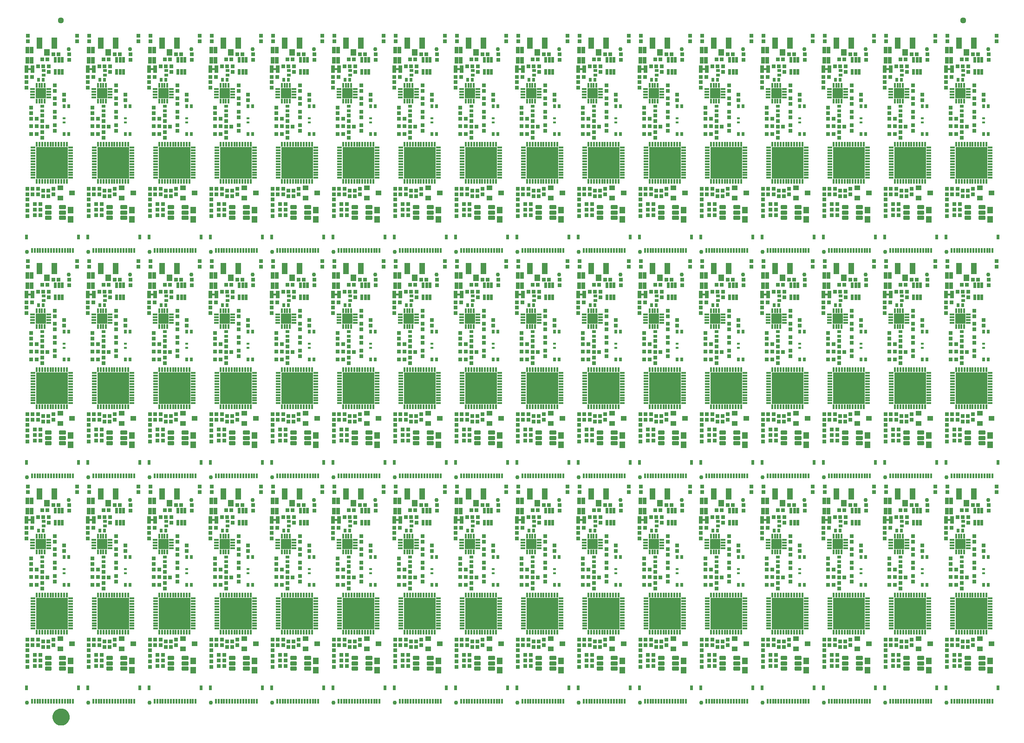
<source format=gts>
G04 EAGLE Gerber RS-274X export*
G75*
%MOMM*%
%FSLAX34Y34*%
%LPD*%
%INSoldermask Top*%
%IPPOS*%
%AMOC8*
5,1,8,0,0,1.08239X$1,22.5*%
G01*
%ADD10C,0.762000*%
%ADD11R,5.727000X5.727000*%
%ADD12R,0.377000X0.827000*%
%ADD13R,0.827000X0.377000*%
%ADD14R,0.377000X0.927000*%
%ADD15R,0.927000X0.377000*%
%ADD16R,1.877000X1.877000*%
%ADD17R,0.577000X1.077000*%
%ADD18R,0.727000X0.727000*%
%ADD19R,0.977000X2.127000*%
%ADD20R,1.127000X1.177000*%
%ADD21R,0.787400X0.482600*%
%ADD22R,0.482600X0.787400*%
%ADD23R,0.600000X0.400000*%
%ADD24R,0.677000X1.277000*%
%ADD25R,1.127000X1.227000*%
%ADD26C,0.305338*%
%ADD27R,1.027000X0.927000*%
%ADD28R,0.427000X0.927000*%
%ADD29R,0.527000X0.927000*%
%ADD30R,0.787400X1.397000*%
%ADD31C,1.127000*%
%ADD32C,1.270000*%
%ADD33C,1.627000*%

G36*
X572200Y1159522D02*
X572200Y1159522D01*
X572266Y1159524D01*
X572309Y1159542D01*
X572356Y1159550D01*
X572413Y1159584D01*
X572473Y1159609D01*
X572508Y1159640D01*
X572549Y1159665D01*
X572591Y1159716D01*
X572639Y1159760D01*
X572661Y1159802D01*
X572690Y1159839D01*
X572711Y1159901D01*
X572742Y1159960D01*
X572750Y1160014D01*
X572762Y1160051D01*
X572761Y1160091D01*
X572769Y1160145D01*
X572769Y1162685D01*
X572758Y1162750D01*
X572756Y1162816D01*
X572738Y1162859D01*
X572730Y1162906D01*
X572696Y1162963D01*
X572671Y1163023D01*
X572640Y1163058D01*
X572615Y1163099D01*
X572564Y1163141D01*
X572520Y1163189D01*
X572478Y1163211D01*
X572441Y1163240D01*
X572379Y1163261D01*
X572320Y1163292D01*
X572266Y1163300D01*
X572229Y1163312D01*
X572189Y1163311D01*
X572135Y1163319D01*
X568325Y1163319D01*
X568260Y1163308D01*
X568194Y1163306D01*
X568151Y1163288D01*
X568104Y1163280D01*
X568047Y1163246D01*
X567987Y1163221D01*
X567952Y1163190D01*
X567911Y1163165D01*
X567870Y1163114D01*
X567821Y1163070D01*
X567799Y1163028D01*
X567770Y1162991D01*
X567749Y1162929D01*
X567718Y1162870D01*
X567710Y1162816D01*
X567698Y1162779D01*
X567698Y1162776D01*
X567699Y1162739D01*
X567691Y1162685D01*
X567691Y1160145D01*
X567702Y1160080D01*
X567704Y1160014D01*
X567722Y1159971D01*
X567730Y1159924D01*
X567764Y1159867D01*
X567789Y1159807D01*
X567820Y1159772D01*
X567845Y1159731D01*
X567896Y1159690D01*
X567940Y1159641D01*
X567982Y1159619D01*
X568019Y1159590D01*
X568081Y1159569D01*
X568140Y1159538D01*
X568194Y1159530D01*
X568231Y1159518D01*
X568271Y1159519D01*
X568325Y1159511D01*
X572135Y1159511D01*
X572200Y1159522D01*
G37*
G36*
X348680Y1159522D02*
X348680Y1159522D01*
X348746Y1159524D01*
X348789Y1159542D01*
X348836Y1159550D01*
X348893Y1159584D01*
X348953Y1159609D01*
X348988Y1159640D01*
X349029Y1159665D01*
X349071Y1159716D01*
X349119Y1159760D01*
X349141Y1159802D01*
X349170Y1159839D01*
X349191Y1159901D01*
X349222Y1159960D01*
X349230Y1160014D01*
X349242Y1160051D01*
X349241Y1160091D01*
X349249Y1160145D01*
X349249Y1162685D01*
X349238Y1162750D01*
X349236Y1162816D01*
X349218Y1162859D01*
X349210Y1162906D01*
X349176Y1162963D01*
X349151Y1163023D01*
X349120Y1163058D01*
X349095Y1163099D01*
X349044Y1163141D01*
X349000Y1163189D01*
X348958Y1163211D01*
X348921Y1163240D01*
X348859Y1163261D01*
X348800Y1163292D01*
X348746Y1163300D01*
X348709Y1163312D01*
X348669Y1163311D01*
X348615Y1163319D01*
X344805Y1163319D01*
X344740Y1163308D01*
X344674Y1163306D01*
X344631Y1163288D01*
X344584Y1163280D01*
X344527Y1163246D01*
X344467Y1163221D01*
X344432Y1163190D01*
X344391Y1163165D01*
X344350Y1163114D01*
X344301Y1163070D01*
X344279Y1163028D01*
X344250Y1162991D01*
X344229Y1162929D01*
X344198Y1162870D01*
X344190Y1162816D01*
X344178Y1162779D01*
X344178Y1162776D01*
X344179Y1162739D01*
X344171Y1162685D01*
X344171Y1160145D01*
X344182Y1160080D01*
X344184Y1160014D01*
X344202Y1159971D01*
X344210Y1159924D01*
X344244Y1159867D01*
X344269Y1159807D01*
X344300Y1159772D01*
X344325Y1159731D01*
X344376Y1159690D01*
X344420Y1159641D01*
X344462Y1159619D01*
X344499Y1159590D01*
X344561Y1159569D01*
X344620Y1159538D01*
X344674Y1159530D01*
X344711Y1159518D01*
X344751Y1159519D01*
X344805Y1159511D01*
X348615Y1159511D01*
X348680Y1159522D01*
G37*
G36*
X125160Y1159522D02*
X125160Y1159522D01*
X125226Y1159524D01*
X125269Y1159542D01*
X125316Y1159550D01*
X125373Y1159584D01*
X125433Y1159609D01*
X125468Y1159640D01*
X125509Y1159665D01*
X125551Y1159716D01*
X125599Y1159760D01*
X125621Y1159802D01*
X125650Y1159839D01*
X125671Y1159901D01*
X125702Y1159960D01*
X125710Y1160014D01*
X125722Y1160051D01*
X125721Y1160091D01*
X125729Y1160145D01*
X125729Y1162685D01*
X125718Y1162750D01*
X125716Y1162816D01*
X125698Y1162859D01*
X125690Y1162906D01*
X125656Y1162963D01*
X125631Y1163023D01*
X125600Y1163058D01*
X125575Y1163099D01*
X125524Y1163141D01*
X125480Y1163189D01*
X125438Y1163211D01*
X125401Y1163240D01*
X125339Y1163261D01*
X125280Y1163292D01*
X125226Y1163300D01*
X125189Y1163312D01*
X125149Y1163311D01*
X125095Y1163319D01*
X121285Y1163319D01*
X121220Y1163308D01*
X121154Y1163306D01*
X121111Y1163288D01*
X121064Y1163280D01*
X121007Y1163246D01*
X120947Y1163221D01*
X120912Y1163190D01*
X120871Y1163165D01*
X120830Y1163114D01*
X120781Y1163070D01*
X120759Y1163028D01*
X120730Y1162991D01*
X120709Y1162929D01*
X120678Y1162870D01*
X120670Y1162816D01*
X120658Y1162779D01*
X120658Y1162776D01*
X120659Y1162739D01*
X120651Y1162685D01*
X120651Y1160145D01*
X120662Y1160080D01*
X120664Y1160014D01*
X120682Y1159971D01*
X120690Y1159924D01*
X120724Y1159867D01*
X120749Y1159807D01*
X120780Y1159772D01*
X120805Y1159731D01*
X120856Y1159690D01*
X120900Y1159641D01*
X120942Y1159619D01*
X120979Y1159590D01*
X121041Y1159569D01*
X121100Y1159538D01*
X121154Y1159530D01*
X121191Y1159518D01*
X121231Y1159519D01*
X121285Y1159511D01*
X125095Y1159511D01*
X125160Y1159522D01*
G37*
G36*
X13400Y1159522D02*
X13400Y1159522D01*
X13466Y1159524D01*
X13509Y1159542D01*
X13556Y1159550D01*
X13613Y1159584D01*
X13673Y1159609D01*
X13708Y1159640D01*
X13749Y1159665D01*
X13791Y1159716D01*
X13839Y1159760D01*
X13861Y1159802D01*
X13890Y1159839D01*
X13911Y1159901D01*
X13942Y1159960D01*
X13950Y1160014D01*
X13962Y1160051D01*
X13961Y1160091D01*
X13969Y1160145D01*
X13969Y1162685D01*
X13958Y1162750D01*
X13956Y1162816D01*
X13938Y1162859D01*
X13930Y1162906D01*
X13896Y1162963D01*
X13871Y1163023D01*
X13840Y1163058D01*
X13815Y1163099D01*
X13764Y1163141D01*
X13720Y1163189D01*
X13678Y1163211D01*
X13641Y1163240D01*
X13579Y1163261D01*
X13520Y1163292D01*
X13466Y1163300D01*
X13429Y1163312D01*
X13389Y1163311D01*
X13335Y1163319D01*
X9525Y1163319D01*
X9460Y1163308D01*
X9394Y1163306D01*
X9351Y1163288D01*
X9304Y1163280D01*
X9247Y1163246D01*
X9187Y1163221D01*
X9152Y1163190D01*
X9111Y1163165D01*
X9070Y1163114D01*
X9021Y1163070D01*
X8999Y1163028D01*
X8970Y1162991D01*
X8949Y1162929D01*
X8918Y1162870D01*
X8910Y1162816D01*
X8898Y1162779D01*
X8898Y1162776D01*
X8899Y1162739D01*
X8891Y1162685D01*
X8891Y1160145D01*
X8902Y1160080D01*
X8904Y1160014D01*
X8922Y1159971D01*
X8930Y1159924D01*
X8964Y1159867D01*
X8989Y1159807D01*
X9020Y1159772D01*
X9045Y1159731D01*
X9096Y1159690D01*
X9140Y1159641D01*
X9182Y1159619D01*
X9219Y1159590D01*
X9281Y1159569D01*
X9340Y1159538D01*
X9394Y1159530D01*
X9431Y1159518D01*
X9471Y1159519D01*
X9525Y1159511D01*
X13335Y1159511D01*
X13400Y1159522D01*
G37*
G36*
X1131000Y1159522D02*
X1131000Y1159522D01*
X1131066Y1159524D01*
X1131109Y1159542D01*
X1131156Y1159550D01*
X1131213Y1159584D01*
X1131273Y1159609D01*
X1131308Y1159640D01*
X1131349Y1159665D01*
X1131391Y1159716D01*
X1131439Y1159760D01*
X1131461Y1159802D01*
X1131490Y1159839D01*
X1131511Y1159901D01*
X1131542Y1159960D01*
X1131550Y1160014D01*
X1131562Y1160051D01*
X1131561Y1160091D01*
X1131569Y1160145D01*
X1131569Y1162685D01*
X1131558Y1162750D01*
X1131556Y1162816D01*
X1131538Y1162859D01*
X1131530Y1162906D01*
X1131496Y1162963D01*
X1131471Y1163023D01*
X1131440Y1163058D01*
X1131415Y1163099D01*
X1131364Y1163141D01*
X1131320Y1163189D01*
X1131278Y1163211D01*
X1131241Y1163240D01*
X1131179Y1163261D01*
X1131120Y1163292D01*
X1131066Y1163300D01*
X1131029Y1163312D01*
X1130989Y1163311D01*
X1130935Y1163319D01*
X1127125Y1163319D01*
X1127060Y1163308D01*
X1126994Y1163306D01*
X1126951Y1163288D01*
X1126904Y1163280D01*
X1126847Y1163246D01*
X1126787Y1163221D01*
X1126752Y1163190D01*
X1126711Y1163165D01*
X1126670Y1163114D01*
X1126621Y1163070D01*
X1126599Y1163028D01*
X1126570Y1162991D01*
X1126549Y1162929D01*
X1126518Y1162870D01*
X1126510Y1162816D01*
X1126498Y1162779D01*
X1126498Y1162776D01*
X1126499Y1162739D01*
X1126491Y1162685D01*
X1126491Y1160145D01*
X1126502Y1160080D01*
X1126504Y1160014D01*
X1126522Y1159971D01*
X1126530Y1159924D01*
X1126564Y1159867D01*
X1126589Y1159807D01*
X1126620Y1159772D01*
X1126645Y1159731D01*
X1126696Y1159690D01*
X1126740Y1159641D01*
X1126782Y1159619D01*
X1126819Y1159590D01*
X1126881Y1159569D01*
X1126940Y1159538D01*
X1126994Y1159530D01*
X1127031Y1159518D01*
X1127071Y1159519D01*
X1127125Y1159511D01*
X1130935Y1159511D01*
X1131000Y1159522D01*
G37*
G36*
X1689800Y1159522D02*
X1689800Y1159522D01*
X1689866Y1159524D01*
X1689909Y1159542D01*
X1689956Y1159550D01*
X1690013Y1159584D01*
X1690073Y1159609D01*
X1690108Y1159640D01*
X1690149Y1159665D01*
X1690191Y1159716D01*
X1690239Y1159760D01*
X1690261Y1159802D01*
X1690290Y1159839D01*
X1690311Y1159901D01*
X1690342Y1159960D01*
X1690350Y1160014D01*
X1690362Y1160051D01*
X1690361Y1160091D01*
X1690369Y1160145D01*
X1690369Y1162685D01*
X1690358Y1162750D01*
X1690356Y1162816D01*
X1690338Y1162859D01*
X1690330Y1162906D01*
X1690296Y1162963D01*
X1690271Y1163023D01*
X1690240Y1163058D01*
X1690215Y1163099D01*
X1690164Y1163141D01*
X1690120Y1163189D01*
X1690078Y1163211D01*
X1690041Y1163240D01*
X1689979Y1163261D01*
X1689920Y1163292D01*
X1689866Y1163300D01*
X1689829Y1163312D01*
X1689789Y1163311D01*
X1689735Y1163319D01*
X1685925Y1163319D01*
X1685860Y1163308D01*
X1685794Y1163306D01*
X1685751Y1163288D01*
X1685704Y1163280D01*
X1685647Y1163246D01*
X1685587Y1163221D01*
X1685552Y1163190D01*
X1685511Y1163165D01*
X1685470Y1163114D01*
X1685421Y1163070D01*
X1685399Y1163028D01*
X1685370Y1162991D01*
X1685349Y1162929D01*
X1685318Y1162870D01*
X1685310Y1162816D01*
X1685298Y1162779D01*
X1685298Y1162776D01*
X1685299Y1162739D01*
X1685291Y1162685D01*
X1685291Y1160145D01*
X1685302Y1160080D01*
X1685304Y1160014D01*
X1685322Y1159971D01*
X1685330Y1159924D01*
X1685364Y1159867D01*
X1685389Y1159807D01*
X1685420Y1159772D01*
X1685445Y1159731D01*
X1685496Y1159690D01*
X1685540Y1159641D01*
X1685582Y1159619D01*
X1685619Y1159590D01*
X1685681Y1159569D01*
X1685740Y1159538D01*
X1685794Y1159530D01*
X1685831Y1159518D01*
X1685871Y1159519D01*
X1685925Y1159511D01*
X1689735Y1159511D01*
X1689800Y1159522D01*
G37*
G36*
X1354520Y1159522D02*
X1354520Y1159522D01*
X1354586Y1159524D01*
X1354629Y1159542D01*
X1354676Y1159550D01*
X1354733Y1159584D01*
X1354793Y1159609D01*
X1354828Y1159640D01*
X1354869Y1159665D01*
X1354911Y1159716D01*
X1354959Y1159760D01*
X1354981Y1159802D01*
X1355010Y1159839D01*
X1355031Y1159901D01*
X1355062Y1159960D01*
X1355070Y1160014D01*
X1355082Y1160051D01*
X1355081Y1160091D01*
X1355089Y1160145D01*
X1355089Y1162685D01*
X1355078Y1162750D01*
X1355076Y1162816D01*
X1355058Y1162859D01*
X1355050Y1162906D01*
X1355016Y1162963D01*
X1354991Y1163023D01*
X1354960Y1163058D01*
X1354935Y1163099D01*
X1354884Y1163141D01*
X1354840Y1163189D01*
X1354798Y1163211D01*
X1354761Y1163240D01*
X1354699Y1163261D01*
X1354640Y1163292D01*
X1354586Y1163300D01*
X1354549Y1163312D01*
X1354509Y1163311D01*
X1354455Y1163319D01*
X1350645Y1163319D01*
X1350580Y1163308D01*
X1350514Y1163306D01*
X1350471Y1163288D01*
X1350424Y1163280D01*
X1350367Y1163246D01*
X1350307Y1163221D01*
X1350272Y1163190D01*
X1350231Y1163165D01*
X1350190Y1163114D01*
X1350141Y1163070D01*
X1350119Y1163028D01*
X1350090Y1162991D01*
X1350069Y1162929D01*
X1350038Y1162870D01*
X1350030Y1162816D01*
X1350018Y1162779D01*
X1350018Y1162776D01*
X1350019Y1162739D01*
X1350011Y1162685D01*
X1350011Y1160145D01*
X1350022Y1160080D01*
X1350024Y1160014D01*
X1350042Y1159971D01*
X1350050Y1159924D01*
X1350084Y1159867D01*
X1350109Y1159807D01*
X1350140Y1159772D01*
X1350165Y1159731D01*
X1350216Y1159690D01*
X1350260Y1159641D01*
X1350302Y1159619D01*
X1350339Y1159590D01*
X1350401Y1159569D01*
X1350460Y1159538D01*
X1350514Y1159530D01*
X1350551Y1159518D01*
X1350591Y1159519D01*
X1350645Y1159511D01*
X1354455Y1159511D01*
X1354520Y1159522D01*
G37*
G36*
X1242760Y1159522D02*
X1242760Y1159522D01*
X1242826Y1159524D01*
X1242869Y1159542D01*
X1242916Y1159550D01*
X1242973Y1159584D01*
X1243033Y1159609D01*
X1243068Y1159640D01*
X1243109Y1159665D01*
X1243151Y1159716D01*
X1243199Y1159760D01*
X1243221Y1159802D01*
X1243250Y1159839D01*
X1243271Y1159901D01*
X1243302Y1159960D01*
X1243310Y1160014D01*
X1243322Y1160051D01*
X1243321Y1160091D01*
X1243329Y1160145D01*
X1243329Y1162685D01*
X1243318Y1162750D01*
X1243316Y1162816D01*
X1243298Y1162859D01*
X1243290Y1162906D01*
X1243256Y1162963D01*
X1243231Y1163023D01*
X1243200Y1163058D01*
X1243175Y1163099D01*
X1243124Y1163141D01*
X1243080Y1163189D01*
X1243038Y1163211D01*
X1243001Y1163240D01*
X1242939Y1163261D01*
X1242880Y1163292D01*
X1242826Y1163300D01*
X1242789Y1163312D01*
X1242749Y1163311D01*
X1242695Y1163319D01*
X1238885Y1163319D01*
X1238820Y1163308D01*
X1238754Y1163306D01*
X1238711Y1163288D01*
X1238664Y1163280D01*
X1238607Y1163246D01*
X1238547Y1163221D01*
X1238512Y1163190D01*
X1238471Y1163165D01*
X1238430Y1163114D01*
X1238381Y1163070D01*
X1238359Y1163028D01*
X1238330Y1162991D01*
X1238309Y1162929D01*
X1238278Y1162870D01*
X1238270Y1162816D01*
X1238258Y1162779D01*
X1238258Y1162776D01*
X1238259Y1162739D01*
X1238251Y1162685D01*
X1238251Y1160145D01*
X1238262Y1160080D01*
X1238264Y1160014D01*
X1238282Y1159971D01*
X1238290Y1159924D01*
X1238324Y1159867D01*
X1238349Y1159807D01*
X1238380Y1159772D01*
X1238405Y1159731D01*
X1238456Y1159690D01*
X1238500Y1159641D01*
X1238542Y1159619D01*
X1238579Y1159590D01*
X1238641Y1159569D01*
X1238700Y1159538D01*
X1238754Y1159530D01*
X1238791Y1159518D01*
X1238831Y1159519D01*
X1238885Y1159511D01*
X1242695Y1159511D01*
X1242760Y1159522D01*
G37*
G36*
X1019240Y1159522D02*
X1019240Y1159522D01*
X1019306Y1159524D01*
X1019349Y1159542D01*
X1019396Y1159550D01*
X1019453Y1159584D01*
X1019513Y1159609D01*
X1019548Y1159640D01*
X1019589Y1159665D01*
X1019631Y1159716D01*
X1019679Y1159760D01*
X1019701Y1159802D01*
X1019730Y1159839D01*
X1019751Y1159901D01*
X1019782Y1159960D01*
X1019790Y1160014D01*
X1019802Y1160051D01*
X1019801Y1160091D01*
X1019809Y1160145D01*
X1019809Y1162685D01*
X1019798Y1162750D01*
X1019796Y1162816D01*
X1019778Y1162859D01*
X1019770Y1162906D01*
X1019736Y1162963D01*
X1019711Y1163023D01*
X1019680Y1163058D01*
X1019655Y1163099D01*
X1019604Y1163141D01*
X1019560Y1163189D01*
X1019518Y1163211D01*
X1019481Y1163240D01*
X1019419Y1163261D01*
X1019360Y1163292D01*
X1019306Y1163300D01*
X1019269Y1163312D01*
X1019229Y1163311D01*
X1019175Y1163319D01*
X1015365Y1163319D01*
X1015300Y1163308D01*
X1015234Y1163306D01*
X1015191Y1163288D01*
X1015144Y1163280D01*
X1015087Y1163246D01*
X1015027Y1163221D01*
X1014992Y1163190D01*
X1014951Y1163165D01*
X1014910Y1163114D01*
X1014861Y1163070D01*
X1014839Y1163028D01*
X1014810Y1162991D01*
X1014789Y1162929D01*
X1014758Y1162870D01*
X1014750Y1162816D01*
X1014738Y1162779D01*
X1014738Y1162776D01*
X1014739Y1162739D01*
X1014731Y1162685D01*
X1014731Y1160145D01*
X1014742Y1160080D01*
X1014744Y1160014D01*
X1014762Y1159971D01*
X1014770Y1159924D01*
X1014804Y1159867D01*
X1014829Y1159807D01*
X1014860Y1159772D01*
X1014885Y1159731D01*
X1014936Y1159690D01*
X1014980Y1159641D01*
X1015022Y1159619D01*
X1015059Y1159590D01*
X1015121Y1159569D01*
X1015180Y1159538D01*
X1015234Y1159530D01*
X1015271Y1159518D01*
X1015311Y1159519D01*
X1015365Y1159511D01*
X1019175Y1159511D01*
X1019240Y1159522D01*
G37*
G36*
X460440Y1159522D02*
X460440Y1159522D01*
X460506Y1159524D01*
X460549Y1159542D01*
X460596Y1159550D01*
X460653Y1159584D01*
X460713Y1159609D01*
X460748Y1159640D01*
X460789Y1159665D01*
X460831Y1159716D01*
X460879Y1159760D01*
X460901Y1159802D01*
X460930Y1159839D01*
X460951Y1159901D01*
X460982Y1159960D01*
X460990Y1160014D01*
X461002Y1160051D01*
X461001Y1160091D01*
X461009Y1160145D01*
X461009Y1162685D01*
X460998Y1162750D01*
X460996Y1162816D01*
X460978Y1162859D01*
X460970Y1162906D01*
X460936Y1162963D01*
X460911Y1163023D01*
X460880Y1163058D01*
X460855Y1163099D01*
X460804Y1163141D01*
X460760Y1163189D01*
X460718Y1163211D01*
X460681Y1163240D01*
X460619Y1163261D01*
X460560Y1163292D01*
X460506Y1163300D01*
X460469Y1163312D01*
X460429Y1163311D01*
X460375Y1163319D01*
X456565Y1163319D01*
X456500Y1163308D01*
X456434Y1163306D01*
X456391Y1163288D01*
X456344Y1163280D01*
X456287Y1163246D01*
X456227Y1163221D01*
X456192Y1163190D01*
X456151Y1163165D01*
X456110Y1163114D01*
X456061Y1163070D01*
X456039Y1163028D01*
X456010Y1162991D01*
X455989Y1162929D01*
X455958Y1162870D01*
X455950Y1162816D01*
X455938Y1162779D01*
X455938Y1162776D01*
X455939Y1162739D01*
X455931Y1162685D01*
X455931Y1160145D01*
X455942Y1160080D01*
X455944Y1160014D01*
X455962Y1159971D01*
X455970Y1159924D01*
X456004Y1159867D01*
X456029Y1159807D01*
X456060Y1159772D01*
X456085Y1159731D01*
X456136Y1159690D01*
X456180Y1159641D01*
X456222Y1159619D01*
X456259Y1159590D01*
X456321Y1159569D01*
X456380Y1159538D01*
X456434Y1159530D01*
X456471Y1159518D01*
X456511Y1159519D01*
X456565Y1159511D01*
X460375Y1159511D01*
X460440Y1159522D01*
G37*
G36*
X795720Y1159522D02*
X795720Y1159522D01*
X795786Y1159524D01*
X795829Y1159542D01*
X795876Y1159550D01*
X795933Y1159584D01*
X795993Y1159609D01*
X796028Y1159640D01*
X796069Y1159665D01*
X796111Y1159716D01*
X796159Y1159760D01*
X796181Y1159802D01*
X796210Y1159839D01*
X796231Y1159901D01*
X796262Y1159960D01*
X796270Y1160014D01*
X796282Y1160051D01*
X796281Y1160091D01*
X796289Y1160145D01*
X796289Y1162685D01*
X796278Y1162750D01*
X796276Y1162816D01*
X796258Y1162859D01*
X796250Y1162906D01*
X796216Y1162963D01*
X796191Y1163023D01*
X796160Y1163058D01*
X796135Y1163099D01*
X796084Y1163141D01*
X796040Y1163189D01*
X795998Y1163211D01*
X795961Y1163240D01*
X795899Y1163261D01*
X795840Y1163292D01*
X795786Y1163300D01*
X795749Y1163312D01*
X795709Y1163311D01*
X795655Y1163319D01*
X791845Y1163319D01*
X791780Y1163308D01*
X791714Y1163306D01*
X791671Y1163288D01*
X791624Y1163280D01*
X791567Y1163246D01*
X791507Y1163221D01*
X791472Y1163190D01*
X791431Y1163165D01*
X791390Y1163114D01*
X791341Y1163070D01*
X791319Y1163028D01*
X791290Y1162991D01*
X791269Y1162929D01*
X791238Y1162870D01*
X791230Y1162816D01*
X791218Y1162779D01*
X791218Y1162776D01*
X791219Y1162739D01*
X791211Y1162685D01*
X791211Y1160145D01*
X791222Y1160080D01*
X791224Y1160014D01*
X791242Y1159971D01*
X791250Y1159924D01*
X791284Y1159867D01*
X791309Y1159807D01*
X791340Y1159772D01*
X791365Y1159731D01*
X791416Y1159690D01*
X791460Y1159641D01*
X791502Y1159619D01*
X791539Y1159590D01*
X791601Y1159569D01*
X791660Y1159538D01*
X791714Y1159530D01*
X791751Y1159518D01*
X791791Y1159519D01*
X791845Y1159511D01*
X795655Y1159511D01*
X795720Y1159522D01*
G37*
G36*
X683960Y1159522D02*
X683960Y1159522D01*
X684026Y1159524D01*
X684069Y1159542D01*
X684116Y1159550D01*
X684173Y1159584D01*
X684233Y1159609D01*
X684268Y1159640D01*
X684309Y1159665D01*
X684351Y1159716D01*
X684399Y1159760D01*
X684421Y1159802D01*
X684450Y1159839D01*
X684471Y1159901D01*
X684502Y1159960D01*
X684510Y1160014D01*
X684522Y1160051D01*
X684521Y1160091D01*
X684529Y1160145D01*
X684529Y1162685D01*
X684518Y1162750D01*
X684516Y1162816D01*
X684498Y1162859D01*
X684490Y1162906D01*
X684456Y1162963D01*
X684431Y1163023D01*
X684400Y1163058D01*
X684375Y1163099D01*
X684324Y1163141D01*
X684280Y1163189D01*
X684238Y1163211D01*
X684201Y1163240D01*
X684139Y1163261D01*
X684080Y1163292D01*
X684026Y1163300D01*
X683989Y1163312D01*
X683949Y1163311D01*
X683895Y1163319D01*
X680085Y1163319D01*
X680020Y1163308D01*
X679954Y1163306D01*
X679911Y1163288D01*
X679864Y1163280D01*
X679807Y1163246D01*
X679747Y1163221D01*
X679712Y1163190D01*
X679671Y1163165D01*
X679630Y1163114D01*
X679581Y1163070D01*
X679559Y1163028D01*
X679530Y1162991D01*
X679509Y1162929D01*
X679478Y1162870D01*
X679470Y1162816D01*
X679458Y1162779D01*
X679458Y1162776D01*
X679459Y1162739D01*
X679451Y1162685D01*
X679451Y1160145D01*
X679462Y1160080D01*
X679464Y1160014D01*
X679482Y1159971D01*
X679490Y1159924D01*
X679524Y1159867D01*
X679549Y1159807D01*
X679580Y1159772D01*
X679605Y1159731D01*
X679656Y1159690D01*
X679700Y1159641D01*
X679742Y1159619D01*
X679779Y1159590D01*
X679841Y1159569D01*
X679900Y1159538D01*
X679954Y1159530D01*
X679991Y1159518D01*
X680031Y1159519D01*
X680085Y1159511D01*
X683895Y1159511D01*
X683960Y1159522D01*
G37*
G36*
X1466280Y1159522D02*
X1466280Y1159522D01*
X1466346Y1159524D01*
X1466389Y1159542D01*
X1466436Y1159550D01*
X1466493Y1159584D01*
X1466553Y1159609D01*
X1466588Y1159640D01*
X1466629Y1159665D01*
X1466671Y1159716D01*
X1466719Y1159760D01*
X1466741Y1159802D01*
X1466770Y1159839D01*
X1466791Y1159901D01*
X1466822Y1159960D01*
X1466830Y1160014D01*
X1466842Y1160051D01*
X1466841Y1160091D01*
X1466849Y1160145D01*
X1466849Y1162685D01*
X1466838Y1162750D01*
X1466836Y1162816D01*
X1466818Y1162859D01*
X1466810Y1162906D01*
X1466776Y1162963D01*
X1466751Y1163023D01*
X1466720Y1163058D01*
X1466695Y1163099D01*
X1466644Y1163141D01*
X1466600Y1163189D01*
X1466558Y1163211D01*
X1466521Y1163240D01*
X1466459Y1163261D01*
X1466400Y1163292D01*
X1466346Y1163300D01*
X1466309Y1163312D01*
X1466269Y1163311D01*
X1466215Y1163319D01*
X1462405Y1163319D01*
X1462340Y1163308D01*
X1462274Y1163306D01*
X1462231Y1163288D01*
X1462184Y1163280D01*
X1462127Y1163246D01*
X1462067Y1163221D01*
X1462032Y1163190D01*
X1461991Y1163165D01*
X1461950Y1163114D01*
X1461901Y1163070D01*
X1461879Y1163028D01*
X1461850Y1162991D01*
X1461829Y1162929D01*
X1461798Y1162870D01*
X1461790Y1162816D01*
X1461778Y1162779D01*
X1461778Y1162776D01*
X1461779Y1162739D01*
X1461771Y1162685D01*
X1461771Y1160145D01*
X1461782Y1160080D01*
X1461784Y1160014D01*
X1461802Y1159971D01*
X1461810Y1159924D01*
X1461844Y1159867D01*
X1461869Y1159807D01*
X1461900Y1159772D01*
X1461925Y1159731D01*
X1461976Y1159690D01*
X1462020Y1159641D01*
X1462062Y1159619D01*
X1462099Y1159590D01*
X1462161Y1159569D01*
X1462220Y1159538D01*
X1462274Y1159530D01*
X1462311Y1159518D01*
X1462351Y1159519D01*
X1462405Y1159511D01*
X1466215Y1159511D01*
X1466280Y1159522D01*
G37*
G36*
X907480Y1159522D02*
X907480Y1159522D01*
X907546Y1159524D01*
X907589Y1159542D01*
X907636Y1159550D01*
X907693Y1159584D01*
X907753Y1159609D01*
X907788Y1159640D01*
X907829Y1159665D01*
X907871Y1159716D01*
X907919Y1159760D01*
X907941Y1159802D01*
X907970Y1159839D01*
X907991Y1159901D01*
X908022Y1159960D01*
X908030Y1160014D01*
X908042Y1160051D01*
X908041Y1160091D01*
X908049Y1160145D01*
X908049Y1162685D01*
X908038Y1162750D01*
X908036Y1162816D01*
X908018Y1162859D01*
X908010Y1162906D01*
X907976Y1162963D01*
X907951Y1163023D01*
X907920Y1163058D01*
X907895Y1163099D01*
X907844Y1163141D01*
X907800Y1163189D01*
X907758Y1163211D01*
X907721Y1163240D01*
X907659Y1163261D01*
X907600Y1163292D01*
X907546Y1163300D01*
X907509Y1163312D01*
X907469Y1163311D01*
X907415Y1163319D01*
X903605Y1163319D01*
X903540Y1163308D01*
X903474Y1163306D01*
X903431Y1163288D01*
X903384Y1163280D01*
X903327Y1163246D01*
X903267Y1163221D01*
X903232Y1163190D01*
X903191Y1163165D01*
X903150Y1163114D01*
X903101Y1163070D01*
X903079Y1163028D01*
X903050Y1162991D01*
X903029Y1162929D01*
X902998Y1162870D01*
X902990Y1162816D01*
X902978Y1162779D01*
X902978Y1162776D01*
X902979Y1162739D01*
X902971Y1162685D01*
X902971Y1160145D01*
X902982Y1160080D01*
X902984Y1160014D01*
X903002Y1159971D01*
X903010Y1159924D01*
X903044Y1159867D01*
X903069Y1159807D01*
X903100Y1159772D01*
X903125Y1159731D01*
X903176Y1159690D01*
X903220Y1159641D01*
X903262Y1159619D01*
X903299Y1159590D01*
X903361Y1159569D01*
X903420Y1159538D01*
X903474Y1159530D01*
X903511Y1159518D01*
X903551Y1159519D01*
X903605Y1159511D01*
X907415Y1159511D01*
X907480Y1159522D01*
G37*
G36*
X1578040Y1159522D02*
X1578040Y1159522D01*
X1578106Y1159524D01*
X1578149Y1159542D01*
X1578196Y1159550D01*
X1578253Y1159584D01*
X1578313Y1159609D01*
X1578348Y1159640D01*
X1578389Y1159665D01*
X1578431Y1159716D01*
X1578479Y1159760D01*
X1578501Y1159802D01*
X1578530Y1159839D01*
X1578551Y1159901D01*
X1578582Y1159960D01*
X1578590Y1160014D01*
X1578602Y1160051D01*
X1578601Y1160091D01*
X1578609Y1160145D01*
X1578609Y1162685D01*
X1578598Y1162750D01*
X1578596Y1162816D01*
X1578578Y1162859D01*
X1578570Y1162906D01*
X1578536Y1162963D01*
X1578511Y1163023D01*
X1578480Y1163058D01*
X1578455Y1163099D01*
X1578404Y1163141D01*
X1578360Y1163189D01*
X1578318Y1163211D01*
X1578281Y1163240D01*
X1578219Y1163261D01*
X1578160Y1163292D01*
X1578106Y1163300D01*
X1578069Y1163312D01*
X1578029Y1163311D01*
X1577975Y1163319D01*
X1574165Y1163319D01*
X1574100Y1163308D01*
X1574034Y1163306D01*
X1573991Y1163288D01*
X1573944Y1163280D01*
X1573887Y1163246D01*
X1573827Y1163221D01*
X1573792Y1163190D01*
X1573751Y1163165D01*
X1573710Y1163114D01*
X1573661Y1163070D01*
X1573639Y1163028D01*
X1573610Y1162991D01*
X1573589Y1162929D01*
X1573558Y1162870D01*
X1573550Y1162816D01*
X1573538Y1162779D01*
X1573538Y1162776D01*
X1573539Y1162739D01*
X1573531Y1162685D01*
X1573531Y1160145D01*
X1573542Y1160080D01*
X1573544Y1160014D01*
X1573562Y1159971D01*
X1573570Y1159924D01*
X1573604Y1159867D01*
X1573629Y1159807D01*
X1573660Y1159772D01*
X1573685Y1159731D01*
X1573736Y1159690D01*
X1573780Y1159641D01*
X1573822Y1159619D01*
X1573859Y1159590D01*
X1573921Y1159569D01*
X1573980Y1159538D01*
X1574034Y1159530D01*
X1574071Y1159518D01*
X1574111Y1159519D01*
X1574165Y1159511D01*
X1577975Y1159511D01*
X1578040Y1159522D01*
G37*
G36*
X236920Y1159522D02*
X236920Y1159522D01*
X236986Y1159524D01*
X237029Y1159542D01*
X237076Y1159550D01*
X237133Y1159584D01*
X237193Y1159609D01*
X237228Y1159640D01*
X237269Y1159665D01*
X237311Y1159716D01*
X237359Y1159760D01*
X237381Y1159802D01*
X237410Y1159839D01*
X237431Y1159901D01*
X237462Y1159960D01*
X237470Y1160014D01*
X237482Y1160051D01*
X237481Y1160091D01*
X237489Y1160145D01*
X237489Y1162685D01*
X237478Y1162750D01*
X237476Y1162816D01*
X237458Y1162859D01*
X237450Y1162906D01*
X237416Y1162963D01*
X237391Y1163023D01*
X237360Y1163058D01*
X237335Y1163099D01*
X237284Y1163141D01*
X237240Y1163189D01*
X237198Y1163211D01*
X237161Y1163240D01*
X237099Y1163261D01*
X237040Y1163292D01*
X236986Y1163300D01*
X236949Y1163312D01*
X236909Y1163311D01*
X236855Y1163319D01*
X233045Y1163319D01*
X232980Y1163308D01*
X232914Y1163306D01*
X232871Y1163288D01*
X232824Y1163280D01*
X232767Y1163246D01*
X232707Y1163221D01*
X232672Y1163190D01*
X232631Y1163165D01*
X232590Y1163114D01*
X232541Y1163070D01*
X232519Y1163028D01*
X232490Y1162991D01*
X232469Y1162929D01*
X232438Y1162870D01*
X232430Y1162816D01*
X232418Y1162779D01*
X232418Y1162776D01*
X232419Y1162739D01*
X232411Y1162685D01*
X232411Y1160145D01*
X232422Y1160080D01*
X232424Y1160014D01*
X232442Y1159971D01*
X232450Y1159924D01*
X232484Y1159867D01*
X232509Y1159807D01*
X232540Y1159772D01*
X232565Y1159731D01*
X232616Y1159690D01*
X232660Y1159641D01*
X232702Y1159619D01*
X232739Y1159590D01*
X232801Y1159569D01*
X232860Y1159538D01*
X232914Y1159530D01*
X232951Y1159518D01*
X232991Y1159519D01*
X233045Y1159511D01*
X236855Y1159511D01*
X236920Y1159522D01*
G37*
G36*
X1131000Y748042D02*
X1131000Y748042D01*
X1131066Y748044D01*
X1131109Y748062D01*
X1131156Y748070D01*
X1131213Y748104D01*
X1131273Y748129D01*
X1131308Y748160D01*
X1131349Y748185D01*
X1131391Y748236D01*
X1131439Y748280D01*
X1131461Y748322D01*
X1131490Y748359D01*
X1131511Y748421D01*
X1131542Y748480D01*
X1131550Y748534D01*
X1131562Y748571D01*
X1131561Y748611D01*
X1131569Y748665D01*
X1131569Y751205D01*
X1131558Y751270D01*
X1131556Y751336D01*
X1131538Y751379D01*
X1131530Y751426D01*
X1131496Y751483D01*
X1131471Y751543D01*
X1131440Y751578D01*
X1131415Y751619D01*
X1131364Y751661D01*
X1131320Y751709D01*
X1131278Y751731D01*
X1131241Y751760D01*
X1131179Y751781D01*
X1131120Y751812D01*
X1131066Y751820D01*
X1131029Y751832D01*
X1130989Y751831D01*
X1130935Y751839D01*
X1127125Y751839D01*
X1127060Y751828D01*
X1126994Y751826D01*
X1126951Y751808D01*
X1126904Y751800D01*
X1126847Y751766D01*
X1126787Y751741D01*
X1126752Y751710D01*
X1126711Y751685D01*
X1126670Y751634D01*
X1126621Y751590D01*
X1126599Y751548D01*
X1126570Y751511D01*
X1126549Y751449D01*
X1126518Y751390D01*
X1126510Y751336D01*
X1126498Y751299D01*
X1126498Y751296D01*
X1126499Y751259D01*
X1126491Y751205D01*
X1126491Y748665D01*
X1126502Y748600D01*
X1126504Y748534D01*
X1126522Y748491D01*
X1126530Y748444D01*
X1126564Y748387D01*
X1126589Y748327D01*
X1126620Y748292D01*
X1126645Y748251D01*
X1126696Y748210D01*
X1126740Y748161D01*
X1126782Y748139D01*
X1126819Y748110D01*
X1126881Y748089D01*
X1126940Y748058D01*
X1126994Y748050D01*
X1127031Y748038D01*
X1127071Y748039D01*
X1127125Y748031D01*
X1130935Y748031D01*
X1131000Y748042D01*
G37*
G36*
X1466280Y748042D02*
X1466280Y748042D01*
X1466346Y748044D01*
X1466389Y748062D01*
X1466436Y748070D01*
X1466493Y748104D01*
X1466553Y748129D01*
X1466588Y748160D01*
X1466629Y748185D01*
X1466671Y748236D01*
X1466719Y748280D01*
X1466741Y748322D01*
X1466770Y748359D01*
X1466791Y748421D01*
X1466822Y748480D01*
X1466830Y748534D01*
X1466842Y748571D01*
X1466841Y748611D01*
X1466849Y748665D01*
X1466849Y751205D01*
X1466838Y751270D01*
X1466836Y751336D01*
X1466818Y751379D01*
X1466810Y751426D01*
X1466776Y751483D01*
X1466751Y751543D01*
X1466720Y751578D01*
X1466695Y751619D01*
X1466644Y751661D01*
X1466600Y751709D01*
X1466558Y751731D01*
X1466521Y751760D01*
X1466459Y751781D01*
X1466400Y751812D01*
X1466346Y751820D01*
X1466309Y751832D01*
X1466269Y751831D01*
X1466215Y751839D01*
X1462405Y751839D01*
X1462340Y751828D01*
X1462274Y751826D01*
X1462231Y751808D01*
X1462184Y751800D01*
X1462127Y751766D01*
X1462067Y751741D01*
X1462032Y751710D01*
X1461991Y751685D01*
X1461950Y751634D01*
X1461901Y751590D01*
X1461879Y751548D01*
X1461850Y751511D01*
X1461829Y751449D01*
X1461798Y751390D01*
X1461790Y751336D01*
X1461778Y751299D01*
X1461778Y751296D01*
X1461779Y751259D01*
X1461771Y751205D01*
X1461771Y748665D01*
X1461782Y748600D01*
X1461784Y748534D01*
X1461802Y748491D01*
X1461810Y748444D01*
X1461844Y748387D01*
X1461869Y748327D01*
X1461900Y748292D01*
X1461925Y748251D01*
X1461976Y748210D01*
X1462020Y748161D01*
X1462062Y748139D01*
X1462099Y748110D01*
X1462161Y748089D01*
X1462220Y748058D01*
X1462274Y748050D01*
X1462311Y748038D01*
X1462351Y748039D01*
X1462405Y748031D01*
X1466215Y748031D01*
X1466280Y748042D01*
G37*
G36*
X236920Y748042D02*
X236920Y748042D01*
X236986Y748044D01*
X237029Y748062D01*
X237076Y748070D01*
X237133Y748104D01*
X237193Y748129D01*
X237228Y748160D01*
X237269Y748185D01*
X237311Y748236D01*
X237359Y748280D01*
X237381Y748322D01*
X237410Y748359D01*
X237431Y748421D01*
X237462Y748480D01*
X237470Y748534D01*
X237482Y748571D01*
X237481Y748611D01*
X237489Y748665D01*
X237489Y751205D01*
X237478Y751270D01*
X237476Y751336D01*
X237458Y751379D01*
X237450Y751426D01*
X237416Y751483D01*
X237391Y751543D01*
X237360Y751578D01*
X237335Y751619D01*
X237284Y751661D01*
X237240Y751709D01*
X237198Y751731D01*
X237161Y751760D01*
X237099Y751781D01*
X237040Y751812D01*
X236986Y751820D01*
X236949Y751832D01*
X236909Y751831D01*
X236855Y751839D01*
X233045Y751839D01*
X232980Y751828D01*
X232914Y751826D01*
X232871Y751808D01*
X232824Y751800D01*
X232767Y751766D01*
X232707Y751741D01*
X232672Y751710D01*
X232631Y751685D01*
X232590Y751634D01*
X232541Y751590D01*
X232519Y751548D01*
X232490Y751511D01*
X232469Y751449D01*
X232438Y751390D01*
X232430Y751336D01*
X232418Y751299D01*
X232418Y751296D01*
X232419Y751259D01*
X232411Y751205D01*
X232411Y748665D01*
X232422Y748600D01*
X232424Y748534D01*
X232442Y748491D01*
X232450Y748444D01*
X232484Y748387D01*
X232509Y748327D01*
X232540Y748292D01*
X232565Y748251D01*
X232616Y748210D01*
X232660Y748161D01*
X232702Y748139D01*
X232739Y748110D01*
X232801Y748089D01*
X232860Y748058D01*
X232914Y748050D01*
X232951Y748038D01*
X232991Y748039D01*
X233045Y748031D01*
X236855Y748031D01*
X236920Y748042D01*
G37*
G36*
X907480Y748042D02*
X907480Y748042D01*
X907546Y748044D01*
X907589Y748062D01*
X907636Y748070D01*
X907693Y748104D01*
X907753Y748129D01*
X907788Y748160D01*
X907829Y748185D01*
X907871Y748236D01*
X907919Y748280D01*
X907941Y748322D01*
X907970Y748359D01*
X907991Y748421D01*
X908022Y748480D01*
X908030Y748534D01*
X908042Y748571D01*
X908041Y748611D01*
X908049Y748665D01*
X908049Y751205D01*
X908038Y751270D01*
X908036Y751336D01*
X908018Y751379D01*
X908010Y751426D01*
X907976Y751483D01*
X907951Y751543D01*
X907920Y751578D01*
X907895Y751619D01*
X907844Y751661D01*
X907800Y751709D01*
X907758Y751731D01*
X907721Y751760D01*
X907659Y751781D01*
X907600Y751812D01*
X907546Y751820D01*
X907509Y751832D01*
X907469Y751831D01*
X907415Y751839D01*
X903605Y751839D01*
X903540Y751828D01*
X903474Y751826D01*
X903431Y751808D01*
X903384Y751800D01*
X903327Y751766D01*
X903267Y751741D01*
X903232Y751710D01*
X903191Y751685D01*
X903150Y751634D01*
X903101Y751590D01*
X903079Y751548D01*
X903050Y751511D01*
X903029Y751449D01*
X902998Y751390D01*
X902990Y751336D01*
X902978Y751299D01*
X902978Y751296D01*
X902979Y751259D01*
X902971Y751205D01*
X902971Y748665D01*
X902982Y748600D01*
X902984Y748534D01*
X903002Y748491D01*
X903010Y748444D01*
X903044Y748387D01*
X903069Y748327D01*
X903100Y748292D01*
X903125Y748251D01*
X903176Y748210D01*
X903220Y748161D01*
X903262Y748139D01*
X903299Y748110D01*
X903361Y748089D01*
X903420Y748058D01*
X903474Y748050D01*
X903511Y748038D01*
X903551Y748039D01*
X903605Y748031D01*
X907415Y748031D01*
X907480Y748042D01*
G37*
G36*
X683960Y748042D02*
X683960Y748042D01*
X684026Y748044D01*
X684069Y748062D01*
X684116Y748070D01*
X684173Y748104D01*
X684233Y748129D01*
X684268Y748160D01*
X684309Y748185D01*
X684351Y748236D01*
X684399Y748280D01*
X684421Y748322D01*
X684450Y748359D01*
X684471Y748421D01*
X684502Y748480D01*
X684510Y748534D01*
X684522Y748571D01*
X684521Y748611D01*
X684529Y748665D01*
X684529Y751205D01*
X684518Y751270D01*
X684516Y751336D01*
X684498Y751379D01*
X684490Y751426D01*
X684456Y751483D01*
X684431Y751543D01*
X684400Y751578D01*
X684375Y751619D01*
X684324Y751661D01*
X684280Y751709D01*
X684238Y751731D01*
X684201Y751760D01*
X684139Y751781D01*
X684080Y751812D01*
X684026Y751820D01*
X683989Y751832D01*
X683949Y751831D01*
X683895Y751839D01*
X680085Y751839D01*
X680020Y751828D01*
X679954Y751826D01*
X679911Y751808D01*
X679864Y751800D01*
X679807Y751766D01*
X679747Y751741D01*
X679712Y751710D01*
X679671Y751685D01*
X679630Y751634D01*
X679581Y751590D01*
X679559Y751548D01*
X679530Y751511D01*
X679509Y751449D01*
X679478Y751390D01*
X679470Y751336D01*
X679458Y751299D01*
X679458Y751296D01*
X679459Y751259D01*
X679451Y751205D01*
X679451Y748665D01*
X679462Y748600D01*
X679464Y748534D01*
X679482Y748491D01*
X679490Y748444D01*
X679524Y748387D01*
X679549Y748327D01*
X679580Y748292D01*
X679605Y748251D01*
X679656Y748210D01*
X679700Y748161D01*
X679742Y748139D01*
X679779Y748110D01*
X679841Y748089D01*
X679900Y748058D01*
X679954Y748050D01*
X679991Y748038D01*
X680031Y748039D01*
X680085Y748031D01*
X683895Y748031D01*
X683960Y748042D01*
G37*
G36*
X125160Y748042D02*
X125160Y748042D01*
X125226Y748044D01*
X125269Y748062D01*
X125316Y748070D01*
X125373Y748104D01*
X125433Y748129D01*
X125468Y748160D01*
X125509Y748185D01*
X125551Y748236D01*
X125599Y748280D01*
X125621Y748322D01*
X125650Y748359D01*
X125671Y748421D01*
X125702Y748480D01*
X125710Y748534D01*
X125722Y748571D01*
X125721Y748611D01*
X125729Y748665D01*
X125729Y751205D01*
X125718Y751270D01*
X125716Y751336D01*
X125698Y751379D01*
X125690Y751426D01*
X125656Y751483D01*
X125631Y751543D01*
X125600Y751578D01*
X125575Y751619D01*
X125524Y751661D01*
X125480Y751709D01*
X125438Y751731D01*
X125401Y751760D01*
X125339Y751781D01*
X125280Y751812D01*
X125226Y751820D01*
X125189Y751832D01*
X125149Y751831D01*
X125095Y751839D01*
X121285Y751839D01*
X121220Y751828D01*
X121154Y751826D01*
X121111Y751808D01*
X121064Y751800D01*
X121007Y751766D01*
X120947Y751741D01*
X120912Y751710D01*
X120871Y751685D01*
X120830Y751634D01*
X120781Y751590D01*
X120759Y751548D01*
X120730Y751511D01*
X120709Y751449D01*
X120678Y751390D01*
X120670Y751336D01*
X120658Y751299D01*
X120658Y751296D01*
X120659Y751259D01*
X120651Y751205D01*
X120651Y748665D01*
X120662Y748600D01*
X120664Y748534D01*
X120682Y748491D01*
X120690Y748444D01*
X120724Y748387D01*
X120749Y748327D01*
X120780Y748292D01*
X120805Y748251D01*
X120856Y748210D01*
X120900Y748161D01*
X120942Y748139D01*
X120979Y748110D01*
X121041Y748089D01*
X121100Y748058D01*
X121154Y748050D01*
X121191Y748038D01*
X121231Y748039D01*
X121285Y748031D01*
X125095Y748031D01*
X125160Y748042D01*
G37*
G36*
X795720Y748042D02*
X795720Y748042D01*
X795786Y748044D01*
X795829Y748062D01*
X795876Y748070D01*
X795933Y748104D01*
X795993Y748129D01*
X796028Y748160D01*
X796069Y748185D01*
X796111Y748236D01*
X796159Y748280D01*
X796181Y748322D01*
X796210Y748359D01*
X796231Y748421D01*
X796262Y748480D01*
X796270Y748534D01*
X796282Y748571D01*
X796281Y748611D01*
X796289Y748665D01*
X796289Y751205D01*
X796278Y751270D01*
X796276Y751336D01*
X796258Y751379D01*
X796250Y751426D01*
X796216Y751483D01*
X796191Y751543D01*
X796160Y751578D01*
X796135Y751619D01*
X796084Y751661D01*
X796040Y751709D01*
X795998Y751731D01*
X795961Y751760D01*
X795899Y751781D01*
X795840Y751812D01*
X795786Y751820D01*
X795749Y751832D01*
X795709Y751831D01*
X795655Y751839D01*
X791845Y751839D01*
X791780Y751828D01*
X791714Y751826D01*
X791671Y751808D01*
X791624Y751800D01*
X791567Y751766D01*
X791507Y751741D01*
X791472Y751710D01*
X791431Y751685D01*
X791390Y751634D01*
X791341Y751590D01*
X791319Y751548D01*
X791290Y751511D01*
X791269Y751449D01*
X791238Y751390D01*
X791230Y751336D01*
X791218Y751299D01*
X791218Y751296D01*
X791219Y751259D01*
X791211Y751205D01*
X791211Y748665D01*
X791222Y748600D01*
X791224Y748534D01*
X791242Y748491D01*
X791250Y748444D01*
X791284Y748387D01*
X791309Y748327D01*
X791340Y748292D01*
X791365Y748251D01*
X791416Y748210D01*
X791460Y748161D01*
X791502Y748139D01*
X791539Y748110D01*
X791601Y748089D01*
X791660Y748058D01*
X791714Y748050D01*
X791751Y748038D01*
X791791Y748039D01*
X791845Y748031D01*
X795655Y748031D01*
X795720Y748042D01*
G37*
G36*
X1019240Y748042D02*
X1019240Y748042D01*
X1019306Y748044D01*
X1019349Y748062D01*
X1019396Y748070D01*
X1019453Y748104D01*
X1019513Y748129D01*
X1019548Y748160D01*
X1019589Y748185D01*
X1019631Y748236D01*
X1019679Y748280D01*
X1019701Y748322D01*
X1019730Y748359D01*
X1019751Y748421D01*
X1019782Y748480D01*
X1019790Y748534D01*
X1019802Y748571D01*
X1019801Y748611D01*
X1019809Y748665D01*
X1019809Y751205D01*
X1019798Y751270D01*
X1019796Y751336D01*
X1019778Y751379D01*
X1019770Y751426D01*
X1019736Y751483D01*
X1019711Y751543D01*
X1019680Y751578D01*
X1019655Y751619D01*
X1019604Y751661D01*
X1019560Y751709D01*
X1019518Y751731D01*
X1019481Y751760D01*
X1019419Y751781D01*
X1019360Y751812D01*
X1019306Y751820D01*
X1019269Y751832D01*
X1019229Y751831D01*
X1019175Y751839D01*
X1015365Y751839D01*
X1015300Y751828D01*
X1015234Y751826D01*
X1015191Y751808D01*
X1015144Y751800D01*
X1015087Y751766D01*
X1015027Y751741D01*
X1014992Y751710D01*
X1014951Y751685D01*
X1014910Y751634D01*
X1014861Y751590D01*
X1014839Y751548D01*
X1014810Y751511D01*
X1014789Y751449D01*
X1014758Y751390D01*
X1014750Y751336D01*
X1014738Y751299D01*
X1014738Y751296D01*
X1014739Y751259D01*
X1014731Y751205D01*
X1014731Y748665D01*
X1014742Y748600D01*
X1014744Y748534D01*
X1014762Y748491D01*
X1014770Y748444D01*
X1014804Y748387D01*
X1014829Y748327D01*
X1014860Y748292D01*
X1014885Y748251D01*
X1014936Y748210D01*
X1014980Y748161D01*
X1015022Y748139D01*
X1015059Y748110D01*
X1015121Y748089D01*
X1015180Y748058D01*
X1015234Y748050D01*
X1015271Y748038D01*
X1015311Y748039D01*
X1015365Y748031D01*
X1019175Y748031D01*
X1019240Y748042D01*
G37*
G36*
X1689800Y748042D02*
X1689800Y748042D01*
X1689866Y748044D01*
X1689909Y748062D01*
X1689956Y748070D01*
X1690013Y748104D01*
X1690073Y748129D01*
X1690108Y748160D01*
X1690149Y748185D01*
X1690191Y748236D01*
X1690239Y748280D01*
X1690261Y748322D01*
X1690290Y748359D01*
X1690311Y748421D01*
X1690342Y748480D01*
X1690350Y748534D01*
X1690362Y748571D01*
X1690361Y748611D01*
X1690369Y748665D01*
X1690369Y751205D01*
X1690358Y751270D01*
X1690356Y751336D01*
X1690338Y751379D01*
X1690330Y751426D01*
X1690296Y751483D01*
X1690271Y751543D01*
X1690240Y751578D01*
X1690215Y751619D01*
X1690164Y751661D01*
X1690120Y751709D01*
X1690078Y751731D01*
X1690041Y751760D01*
X1689979Y751781D01*
X1689920Y751812D01*
X1689866Y751820D01*
X1689829Y751832D01*
X1689789Y751831D01*
X1689735Y751839D01*
X1685925Y751839D01*
X1685860Y751828D01*
X1685794Y751826D01*
X1685751Y751808D01*
X1685704Y751800D01*
X1685647Y751766D01*
X1685587Y751741D01*
X1685552Y751710D01*
X1685511Y751685D01*
X1685470Y751634D01*
X1685421Y751590D01*
X1685399Y751548D01*
X1685370Y751511D01*
X1685349Y751449D01*
X1685318Y751390D01*
X1685310Y751336D01*
X1685298Y751299D01*
X1685298Y751296D01*
X1685299Y751259D01*
X1685291Y751205D01*
X1685291Y748665D01*
X1685302Y748600D01*
X1685304Y748534D01*
X1685322Y748491D01*
X1685330Y748444D01*
X1685364Y748387D01*
X1685389Y748327D01*
X1685420Y748292D01*
X1685445Y748251D01*
X1685496Y748210D01*
X1685540Y748161D01*
X1685582Y748139D01*
X1685619Y748110D01*
X1685681Y748089D01*
X1685740Y748058D01*
X1685794Y748050D01*
X1685831Y748038D01*
X1685871Y748039D01*
X1685925Y748031D01*
X1689735Y748031D01*
X1689800Y748042D01*
G37*
G36*
X460440Y748042D02*
X460440Y748042D01*
X460506Y748044D01*
X460549Y748062D01*
X460596Y748070D01*
X460653Y748104D01*
X460713Y748129D01*
X460748Y748160D01*
X460789Y748185D01*
X460831Y748236D01*
X460879Y748280D01*
X460901Y748322D01*
X460930Y748359D01*
X460951Y748421D01*
X460982Y748480D01*
X460990Y748534D01*
X461002Y748571D01*
X461001Y748611D01*
X461009Y748665D01*
X461009Y751205D01*
X460998Y751270D01*
X460996Y751336D01*
X460978Y751379D01*
X460970Y751426D01*
X460936Y751483D01*
X460911Y751543D01*
X460880Y751578D01*
X460855Y751619D01*
X460804Y751661D01*
X460760Y751709D01*
X460718Y751731D01*
X460681Y751760D01*
X460619Y751781D01*
X460560Y751812D01*
X460506Y751820D01*
X460469Y751832D01*
X460429Y751831D01*
X460375Y751839D01*
X456565Y751839D01*
X456500Y751828D01*
X456434Y751826D01*
X456391Y751808D01*
X456344Y751800D01*
X456287Y751766D01*
X456227Y751741D01*
X456192Y751710D01*
X456151Y751685D01*
X456110Y751634D01*
X456061Y751590D01*
X456039Y751548D01*
X456010Y751511D01*
X455989Y751449D01*
X455958Y751390D01*
X455950Y751336D01*
X455938Y751299D01*
X455938Y751296D01*
X455939Y751259D01*
X455931Y751205D01*
X455931Y748665D01*
X455942Y748600D01*
X455944Y748534D01*
X455962Y748491D01*
X455970Y748444D01*
X456004Y748387D01*
X456029Y748327D01*
X456060Y748292D01*
X456085Y748251D01*
X456136Y748210D01*
X456180Y748161D01*
X456222Y748139D01*
X456259Y748110D01*
X456321Y748089D01*
X456380Y748058D01*
X456434Y748050D01*
X456471Y748038D01*
X456511Y748039D01*
X456565Y748031D01*
X460375Y748031D01*
X460440Y748042D01*
G37*
G36*
X1242760Y748042D02*
X1242760Y748042D01*
X1242826Y748044D01*
X1242869Y748062D01*
X1242916Y748070D01*
X1242973Y748104D01*
X1243033Y748129D01*
X1243068Y748160D01*
X1243109Y748185D01*
X1243151Y748236D01*
X1243199Y748280D01*
X1243221Y748322D01*
X1243250Y748359D01*
X1243271Y748421D01*
X1243302Y748480D01*
X1243310Y748534D01*
X1243322Y748571D01*
X1243321Y748611D01*
X1243329Y748665D01*
X1243329Y751205D01*
X1243318Y751270D01*
X1243316Y751336D01*
X1243298Y751379D01*
X1243290Y751426D01*
X1243256Y751483D01*
X1243231Y751543D01*
X1243200Y751578D01*
X1243175Y751619D01*
X1243124Y751661D01*
X1243080Y751709D01*
X1243038Y751731D01*
X1243001Y751760D01*
X1242939Y751781D01*
X1242880Y751812D01*
X1242826Y751820D01*
X1242789Y751832D01*
X1242749Y751831D01*
X1242695Y751839D01*
X1238885Y751839D01*
X1238820Y751828D01*
X1238754Y751826D01*
X1238711Y751808D01*
X1238664Y751800D01*
X1238607Y751766D01*
X1238547Y751741D01*
X1238512Y751710D01*
X1238471Y751685D01*
X1238430Y751634D01*
X1238381Y751590D01*
X1238359Y751548D01*
X1238330Y751511D01*
X1238309Y751449D01*
X1238278Y751390D01*
X1238270Y751336D01*
X1238258Y751299D01*
X1238258Y751296D01*
X1238259Y751259D01*
X1238251Y751205D01*
X1238251Y748665D01*
X1238262Y748600D01*
X1238264Y748534D01*
X1238282Y748491D01*
X1238290Y748444D01*
X1238324Y748387D01*
X1238349Y748327D01*
X1238380Y748292D01*
X1238405Y748251D01*
X1238456Y748210D01*
X1238500Y748161D01*
X1238542Y748139D01*
X1238579Y748110D01*
X1238641Y748089D01*
X1238700Y748058D01*
X1238754Y748050D01*
X1238791Y748038D01*
X1238831Y748039D01*
X1238885Y748031D01*
X1242695Y748031D01*
X1242760Y748042D01*
G37*
G36*
X572200Y748042D02*
X572200Y748042D01*
X572266Y748044D01*
X572309Y748062D01*
X572356Y748070D01*
X572413Y748104D01*
X572473Y748129D01*
X572508Y748160D01*
X572549Y748185D01*
X572591Y748236D01*
X572639Y748280D01*
X572661Y748322D01*
X572690Y748359D01*
X572711Y748421D01*
X572742Y748480D01*
X572750Y748534D01*
X572762Y748571D01*
X572761Y748611D01*
X572769Y748665D01*
X572769Y751205D01*
X572758Y751270D01*
X572756Y751336D01*
X572738Y751379D01*
X572730Y751426D01*
X572696Y751483D01*
X572671Y751543D01*
X572640Y751578D01*
X572615Y751619D01*
X572564Y751661D01*
X572520Y751709D01*
X572478Y751731D01*
X572441Y751760D01*
X572379Y751781D01*
X572320Y751812D01*
X572266Y751820D01*
X572229Y751832D01*
X572189Y751831D01*
X572135Y751839D01*
X568325Y751839D01*
X568260Y751828D01*
X568194Y751826D01*
X568151Y751808D01*
X568104Y751800D01*
X568047Y751766D01*
X567987Y751741D01*
X567952Y751710D01*
X567911Y751685D01*
X567870Y751634D01*
X567821Y751590D01*
X567799Y751548D01*
X567770Y751511D01*
X567749Y751449D01*
X567718Y751390D01*
X567710Y751336D01*
X567698Y751299D01*
X567698Y751296D01*
X567699Y751259D01*
X567691Y751205D01*
X567691Y748665D01*
X567702Y748600D01*
X567704Y748534D01*
X567722Y748491D01*
X567730Y748444D01*
X567764Y748387D01*
X567789Y748327D01*
X567820Y748292D01*
X567845Y748251D01*
X567896Y748210D01*
X567940Y748161D01*
X567982Y748139D01*
X568019Y748110D01*
X568081Y748089D01*
X568140Y748058D01*
X568194Y748050D01*
X568231Y748038D01*
X568271Y748039D01*
X568325Y748031D01*
X572135Y748031D01*
X572200Y748042D01*
G37*
G36*
X13400Y748042D02*
X13400Y748042D01*
X13466Y748044D01*
X13509Y748062D01*
X13556Y748070D01*
X13613Y748104D01*
X13673Y748129D01*
X13708Y748160D01*
X13749Y748185D01*
X13791Y748236D01*
X13839Y748280D01*
X13861Y748322D01*
X13890Y748359D01*
X13911Y748421D01*
X13942Y748480D01*
X13950Y748534D01*
X13962Y748571D01*
X13961Y748611D01*
X13969Y748665D01*
X13969Y751205D01*
X13958Y751270D01*
X13956Y751336D01*
X13938Y751379D01*
X13930Y751426D01*
X13896Y751483D01*
X13871Y751543D01*
X13840Y751578D01*
X13815Y751619D01*
X13764Y751661D01*
X13720Y751709D01*
X13678Y751731D01*
X13641Y751760D01*
X13579Y751781D01*
X13520Y751812D01*
X13466Y751820D01*
X13429Y751832D01*
X13389Y751831D01*
X13335Y751839D01*
X9525Y751839D01*
X9460Y751828D01*
X9394Y751826D01*
X9351Y751808D01*
X9304Y751800D01*
X9247Y751766D01*
X9187Y751741D01*
X9152Y751710D01*
X9111Y751685D01*
X9070Y751634D01*
X9021Y751590D01*
X8999Y751548D01*
X8970Y751511D01*
X8949Y751449D01*
X8918Y751390D01*
X8910Y751336D01*
X8898Y751299D01*
X8898Y751296D01*
X8899Y751259D01*
X8891Y751205D01*
X8891Y748665D01*
X8902Y748600D01*
X8904Y748534D01*
X8922Y748491D01*
X8930Y748444D01*
X8964Y748387D01*
X8989Y748327D01*
X9020Y748292D01*
X9045Y748251D01*
X9096Y748210D01*
X9140Y748161D01*
X9182Y748139D01*
X9219Y748110D01*
X9281Y748089D01*
X9340Y748058D01*
X9394Y748050D01*
X9431Y748038D01*
X9471Y748039D01*
X9525Y748031D01*
X13335Y748031D01*
X13400Y748042D01*
G37*
G36*
X348680Y748042D02*
X348680Y748042D01*
X348746Y748044D01*
X348789Y748062D01*
X348836Y748070D01*
X348893Y748104D01*
X348953Y748129D01*
X348988Y748160D01*
X349029Y748185D01*
X349071Y748236D01*
X349119Y748280D01*
X349141Y748322D01*
X349170Y748359D01*
X349191Y748421D01*
X349222Y748480D01*
X349230Y748534D01*
X349242Y748571D01*
X349241Y748611D01*
X349249Y748665D01*
X349249Y751205D01*
X349238Y751270D01*
X349236Y751336D01*
X349218Y751379D01*
X349210Y751426D01*
X349176Y751483D01*
X349151Y751543D01*
X349120Y751578D01*
X349095Y751619D01*
X349044Y751661D01*
X349000Y751709D01*
X348958Y751731D01*
X348921Y751760D01*
X348859Y751781D01*
X348800Y751812D01*
X348746Y751820D01*
X348709Y751832D01*
X348669Y751831D01*
X348615Y751839D01*
X344805Y751839D01*
X344740Y751828D01*
X344674Y751826D01*
X344631Y751808D01*
X344584Y751800D01*
X344527Y751766D01*
X344467Y751741D01*
X344432Y751710D01*
X344391Y751685D01*
X344350Y751634D01*
X344301Y751590D01*
X344279Y751548D01*
X344250Y751511D01*
X344229Y751449D01*
X344198Y751390D01*
X344190Y751336D01*
X344178Y751299D01*
X344178Y751296D01*
X344179Y751259D01*
X344171Y751205D01*
X344171Y748665D01*
X344182Y748600D01*
X344184Y748534D01*
X344202Y748491D01*
X344210Y748444D01*
X344244Y748387D01*
X344269Y748327D01*
X344300Y748292D01*
X344325Y748251D01*
X344376Y748210D01*
X344420Y748161D01*
X344462Y748139D01*
X344499Y748110D01*
X344561Y748089D01*
X344620Y748058D01*
X344674Y748050D01*
X344711Y748038D01*
X344751Y748039D01*
X344805Y748031D01*
X348615Y748031D01*
X348680Y748042D01*
G37*
G36*
X1354520Y748042D02*
X1354520Y748042D01*
X1354586Y748044D01*
X1354629Y748062D01*
X1354676Y748070D01*
X1354733Y748104D01*
X1354793Y748129D01*
X1354828Y748160D01*
X1354869Y748185D01*
X1354911Y748236D01*
X1354959Y748280D01*
X1354981Y748322D01*
X1355010Y748359D01*
X1355031Y748421D01*
X1355062Y748480D01*
X1355070Y748534D01*
X1355082Y748571D01*
X1355081Y748611D01*
X1355089Y748665D01*
X1355089Y751205D01*
X1355078Y751270D01*
X1355076Y751336D01*
X1355058Y751379D01*
X1355050Y751426D01*
X1355016Y751483D01*
X1354991Y751543D01*
X1354960Y751578D01*
X1354935Y751619D01*
X1354884Y751661D01*
X1354840Y751709D01*
X1354798Y751731D01*
X1354761Y751760D01*
X1354699Y751781D01*
X1354640Y751812D01*
X1354586Y751820D01*
X1354549Y751832D01*
X1354509Y751831D01*
X1354455Y751839D01*
X1350645Y751839D01*
X1350580Y751828D01*
X1350514Y751826D01*
X1350471Y751808D01*
X1350424Y751800D01*
X1350367Y751766D01*
X1350307Y751741D01*
X1350272Y751710D01*
X1350231Y751685D01*
X1350190Y751634D01*
X1350141Y751590D01*
X1350119Y751548D01*
X1350090Y751511D01*
X1350069Y751449D01*
X1350038Y751390D01*
X1350030Y751336D01*
X1350018Y751299D01*
X1350018Y751296D01*
X1350019Y751259D01*
X1350011Y751205D01*
X1350011Y748665D01*
X1350022Y748600D01*
X1350024Y748534D01*
X1350042Y748491D01*
X1350050Y748444D01*
X1350084Y748387D01*
X1350109Y748327D01*
X1350140Y748292D01*
X1350165Y748251D01*
X1350216Y748210D01*
X1350260Y748161D01*
X1350302Y748139D01*
X1350339Y748110D01*
X1350401Y748089D01*
X1350460Y748058D01*
X1350514Y748050D01*
X1350551Y748038D01*
X1350591Y748039D01*
X1350645Y748031D01*
X1354455Y748031D01*
X1354520Y748042D01*
G37*
G36*
X1578040Y748042D02*
X1578040Y748042D01*
X1578106Y748044D01*
X1578149Y748062D01*
X1578196Y748070D01*
X1578253Y748104D01*
X1578313Y748129D01*
X1578348Y748160D01*
X1578389Y748185D01*
X1578431Y748236D01*
X1578479Y748280D01*
X1578501Y748322D01*
X1578530Y748359D01*
X1578551Y748421D01*
X1578582Y748480D01*
X1578590Y748534D01*
X1578602Y748571D01*
X1578601Y748611D01*
X1578609Y748665D01*
X1578609Y751205D01*
X1578598Y751270D01*
X1578596Y751336D01*
X1578578Y751379D01*
X1578570Y751426D01*
X1578536Y751483D01*
X1578511Y751543D01*
X1578480Y751578D01*
X1578455Y751619D01*
X1578404Y751661D01*
X1578360Y751709D01*
X1578318Y751731D01*
X1578281Y751760D01*
X1578219Y751781D01*
X1578160Y751812D01*
X1578106Y751820D01*
X1578069Y751832D01*
X1578029Y751831D01*
X1577975Y751839D01*
X1574165Y751839D01*
X1574100Y751828D01*
X1574034Y751826D01*
X1573991Y751808D01*
X1573944Y751800D01*
X1573887Y751766D01*
X1573827Y751741D01*
X1573792Y751710D01*
X1573751Y751685D01*
X1573710Y751634D01*
X1573661Y751590D01*
X1573639Y751548D01*
X1573610Y751511D01*
X1573589Y751449D01*
X1573558Y751390D01*
X1573550Y751336D01*
X1573538Y751299D01*
X1573538Y751296D01*
X1573539Y751259D01*
X1573531Y751205D01*
X1573531Y748665D01*
X1573542Y748600D01*
X1573544Y748534D01*
X1573562Y748491D01*
X1573570Y748444D01*
X1573604Y748387D01*
X1573629Y748327D01*
X1573660Y748292D01*
X1573685Y748251D01*
X1573736Y748210D01*
X1573780Y748161D01*
X1573822Y748139D01*
X1573859Y748110D01*
X1573921Y748089D01*
X1573980Y748058D01*
X1574034Y748050D01*
X1574071Y748038D01*
X1574111Y748039D01*
X1574165Y748031D01*
X1577975Y748031D01*
X1578040Y748042D01*
G37*
G36*
X683960Y336562D02*
X683960Y336562D01*
X684026Y336564D01*
X684069Y336582D01*
X684116Y336590D01*
X684173Y336624D01*
X684233Y336649D01*
X684268Y336680D01*
X684309Y336705D01*
X684351Y336756D01*
X684399Y336800D01*
X684421Y336842D01*
X684450Y336879D01*
X684471Y336941D01*
X684502Y337000D01*
X684510Y337054D01*
X684522Y337091D01*
X684521Y337131D01*
X684529Y337185D01*
X684529Y339725D01*
X684518Y339790D01*
X684516Y339856D01*
X684498Y339899D01*
X684490Y339946D01*
X684456Y340003D01*
X684431Y340063D01*
X684400Y340098D01*
X684375Y340139D01*
X684324Y340181D01*
X684280Y340229D01*
X684238Y340251D01*
X684201Y340280D01*
X684139Y340301D01*
X684080Y340332D01*
X684026Y340340D01*
X683989Y340352D01*
X683949Y340351D01*
X683895Y340359D01*
X680085Y340359D01*
X680020Y340348D01*
X679954Y340346D01*
X679911Y340328D01*
X679864Y340320D01*
X679807Y340286D01*
X679747Y340261D01*
X679712Y340230D01*
X679671Y340205D01*
X679630Y340154D01*
X679581Y340110D01*
X679559Y340068D01*
X679530Y340031D01*
X679509Y339969D01*
X679478Y339910D01*
X679470Y339856D01*
X679458Y339819D01*
X679458Y339816D01*
X679459Y339779D01*
X679451Y339725D01*
X679451Y337185D01*
X679462Y337120D01*
X679464Y337054D01*
X679482Y337011D01*
X679490Y336964D01*
X679524Y336907D01*
X679549Y336847D01*
X679580Y336812D01*
X679605Y336771D01*
X679656Y336730D01*
X679700Y336681D01*
X679742Y336659D01*
X679779Y336630D01*
X679841Y336609D01*
X679900Y336578D01*
X679954Y336570D01*
X679991Y336558D01*
X680031Y336559D01*
X680085Y336551D01*
X683895Y336551D01*
X683960Y336562D01*
G37*
G36*
X1019240Y336562D02*
X1019240Y336562D01*
X1019306Y336564D01*
X1019349Y336582D01*
X1019396Y336590D01*
X1019453Y336624D01*
X1019513Y336649D01*
X1019548Y336680D01*
X1019589Y336705D01*
X1019631Y336756D01*
X1019679Y336800D01*
X1019701Y336842D01*
X1019730Y336879D01*
X1019751Y336941D01*
X1019782Y337000D01*
X1019790Y337054D01*
X1019802Y337091D01*
X1019801Y337131D01*
X1019809Y337185D01*
X1019809Y339725D01*
X1019798Y339790D01*
X1019796Y339856D01*
X1019778Y339899D01*
X1019770Y339946D01*
X1019736Y340003D01*
X1019711Y340063D01*
X1019680Y340098D01*
X1019655Y340139D01*
X1019604Y340181D01*
X1019560Y340229D01*
X1019518Y340251D01*
X1019481Y340280D01*
X1019419Y340301D01*
X1019360Y340332D01*
X1019306Y340340D01*
X1019269Y340352D01*
X1019229Y340351D01*
X1019175Y340359D01*
X1015365Y340359D01*
X1015300Y340348D01*
X1015234Y340346D01*
X1015191Y340328D01*
X1015144Y340320D01*
X1015087Y340286D01*
X1015027Y340261D01*
X1014992Y340230D01*
X1014951Y340205D01*
X1014910Y340154D01*
X1014861Y340110D01*
X1014839Y340068D01*
X1014810Y340031D01*
X1014789Y339969D01*
X1014758Y339910D01*
X1014750Y339856D01*
X1014738Y339819D01*
X1014738Y339816D01*
X1014739Y339779D01*
X1014731Y339725D01*
X1014731Y337185D01*
X1014742Y337120D01*
X1014744Y337054D01*
X1014762Y337011D01*
X1014770Y336964D01*
X1014804Y336907D01*
X1014829Y336847D01*
X1014860Y336812D01*
X1014885Y336771D01*
X1014936Y336730D01*
X1014980Y336681D01*
X1015022Y336659D01*
X1015059Y336630D01*
X1015121Y336609D01*
X1015180Y336578D01*
X1015234Y336570D01*
X1015271Y336558D01*
X1015311Y336559D01*
X1015365Y336551D01*
X1019175Y336551D01*
X1019240Y336562D01*
G37*
G36*
X572200Y336562D02*
X572200Y336562D01*
X572266Y336564D01*
X572309Y336582D01*
X572356Y336590D01*
X572413Y336624D01*
X572473Y336649D01*
X572508Y336680D01*
X572549Y336705D01*
X572591Y336756D01*
X572639Y336800D01*
X572661Y336842D01*
X572690Y336879D01*
X572711Y336941D01*
X572742Y337000D01*
X572750Y337054D01*
X572762Y337091D01*
X572761Y337131D01*
X572769Y337185D01*
X572769Y339725D01*
X572758Y339790D01*
X572756Y339856D01*
X572738Y339899D01*
X572730Y339946D01*
X572696Y340003D01*
X572671Y340063D01*
X572640Y340098D01*
X572615Y340139D01*
X572564Y340181D01*
X572520Y340229D01*
X572478Y340251D01*
X572441Y340280D01*
X572379Y340301D01*
X572320Y340332D01*
X572266Y340340D01*
X572229Y340352D01*
X572189Y340351D01*
X572135Y340359D01*
X568325Y340359D01*
X568260Y340348D01*
X568194Y340346D01*
X568151Y340328D01*
X568104Y340320D01*
X568047Y340286D01*
X567987Y340261D01*
X567952Y340230D01*
X567911Y340205D01*
X567870Y340154D01*
X567821Y340110D01*
X567799Y340068D01*
X567770Y340031D01*
X567749Y339969D01*
X567718Y339910D01*
X567710Y339856D01*
X567698Y339819D01*
X567698Y339816D01*
X567699Y339779D01*
X567691Y339725D01*
X567691Y337185D01*
X567702Y337120D01*
X567704Y337054D01*
X567722Y337011D01*
X567730Y336964D01*
X567764Y336907D01*
X567789Y336847D01*
X567820Y336812D01*
X567845Y336771D01*
X567896Y336730D01*
X567940Y336681D01*
X567982Y336659D01*
X568019Y336630D01*
X568081Y336609D01*
X568140Y336578D01*
X568194Y336570D01*
X568231Y336558D01*
X568271Y336559D01*
X568325Y336551D01*
X572135Y336551D01*
X572200Y336562D01*
G37*
G36*
X348680Y336562D02*
X348680Y336562D01*
X348746Y336564D01*
X348789Y336582D01*
X348836Y336590D01*
X348893Y336624D01*
X348953Y336649D01*
X348988Y336680D01*
X349029Y336705D01*
X349071Y336756D01*
X349119Y336800D01*
X349141Y336842D01*
X349170Y336879D01*
X349191Y336941D01*
X349222Y337000D01*
X349230Y337054D01*
X349242Y337091D01*
X349241Y337131D01*
X349249Y337185D01*
X349249Y339725D01*
X349238Y339790D01*
X349236Y339856D01*
X349218Y339899D01*
X349210Y339946D01*
X349176Y340003D01*
X349151Y340063D01*
X349120Y340098D01*
X349095Y340139D01*
X349044Y340181D01*
X349000Y340229D01*
X348958Y340251D01*
X348921Y340280D01*
X348859Y340301D01*
X348800Y340332D01*
X348746Y340340D01*
X348709Y340352D01*
X348669Y340351D01*
X348615Y340359D01*
X344805Y340359D01*
X344740Y340348D01*
X344674Y340346D01*
X344631Y340328D01*
X344584Y340320D01*
X344527Y340286D01*
X344467Y340261D01*
X344432Y340230D01*
X344391Y340205D01*
X344350Y340154D01*
X344301Y340110D01*
X344279Y340068D01*
X344250Y340031D01*
X344229Y339969D01*
X344198Y339910D01*
X344190Y339856D01*
X344178Y339819D01*
X344178Y339816D01*
X344179Y339779D01*
X344171Y339725D01*
X344171Y337185D01*
X344182Y337120D01*
X344184Y337054D01*
X344202Y337011D01*
X344210Y336964D01*
X344244Y336907D01*
X344269Y336847D01*
X344300Y336812D01*
X344325Y336771D01*
X344376Y336730D01*
X344420Y336681D01*
X344462Y336659D01*
X344499Y336630D01*
X344561Y336609D01*
X344620Y336578D01*
X344674Y336570D01*
X344711Y336558D01*
X344751Y336559D01*
X344805Y336551D01*
X348615Y336551D01*
X348680Y336562D01*
G37*
G36*
X1131000Y336562D02*
X1131000Y336562D01*
X1131066Y336564D01*
X1131109Y336582D01*
X1131156Y336590D01*
X1131213Y336624D01*
X1131273Y336649D01*
X1131308Y336680D01*
X1131349Y336705D01*
X1131391Y336756D01*
X1131439Y336800D01*
X1131461Y336842D01*
X1131490Y336879D01*
X1131511Y336941D01*
X1131542Y337000D01*
X1131550Y337054D01*
X1131562Y337091D01*
X1131561Y337131D01*
X1131569Y337185D01*
X1131569Y339725D01*
X1131558Y339790D01*
X1131556Y339856D01*
X1131538Y339899D01*
X1131530Y339946D01*
X1131496Y340003D01*
X1131471Y340063D01*
X1131440Y340098D01*
X1131415Y340139D01*
X1131364Y340181D01*
X1131320Y340229D01*
X1131278Y340251D01*
X1131241Y340280D01*
X1131179Y340301D01*
X1131120Y340332D01*
X1131066Y340340D01*
X1131029Y340352D01*
X1130989Y340351D01*
X1130935Y340359D01*
X1127125Y340359D01*
X1127060Y340348D01*
X1126994Y340346D01*
X1126951Y340328D01*
X1126904Y340320D01*
X1126847Y340286D01*
X1126787Y340261D01*
X1126752Y340230D01*
X1126711Y340205D01*
X1126670Y340154D01*
X1126621Y340110D01*
X1126599Y340068D01*
X1126570Y340031D01*
X1126549Y339969D01*
X1126518Y339910D01*
X1126510Y339856D01*
X1126498Y339819D01*
X1126498Y339816D01*
X1126499Y339779D01*
X1126491Y339725D01*
X1126491Y337185D01*
X1126502Y337120D01*
X1126504Y337054D01*
X1126522Y337011D01*
X1126530Y336964D01*
X1126564Y336907D01*
X1126589Y336847D01*
X1126620Y336812D01*
X1126645Y336771D01*
X1126696Y336730D01*
X1126740Y336681D01*
X1126782Y336659D01*
X1126819Y336630D01*
X1126881Y336609D01*
X1126940Y336578D01*
X1126994Y336570D01*
X1127031Y336558D01*
X1127071Y336559D01*
X1127125Y336551D01*
X1130935Y336551D01*
X1131000Y336562D01*
G37*
G36*
X1466280Y336562D02*
X1466280Y336562D01*
X1466346Y336564D01*
X1466389Y336582D01*
X1466436Y336590D01*
X1466493Y336624D01*
X1466553Y336649D01*
X1466588Y336680D01*
X1466629Y336705D01*
X1466671Y336756D01*
X1466719Y336800D01*
X1466741Y336842D01*
X1466770Y336879D01*
X1466791Y336941D01*
X1466822Y337000D01*
X1466830Y337054D01*
X1466842Y337091D01*
X1466841Y337131D01*
X1466849Y337185D01*
X1466849Y339725D01*
X1466838Y339790D01*
X1466836Y339856D01*
X1466818Y339899D01*
X1466810Y339946D01*
X1466776Y340003D01*
X1466751Y340063D01*
X1466720Y340098D01*
X1466695Y340139D01*
X1466644Y340181D01*
X1466600Y340229D01*
X1466558Y340251D01*
X1466521Y340280D01*
X1466459Y340301D01*
X1466400Y340332D01*
X1466346Y340340D01*
X1466309Y340352D01*
X1466269Y340351D01*
X1466215Y340359D01*
X1462405Y340359D01*
X1462340Y340348D01*
X1462274Y340346D01*
X1462231Y340328D01*
X1462184Y340320D01*
X1462127Y340286D01*
X1462067Y340261D01*
X1462032Y340230D01*
X1461991Y340205D01*
X1461950Y340154D01*
X1461901Y340110D01*
X1461879Y340068D01*
X1461850Y340031D01*
X1461829Y339969D01*
X1461798Y339910D01*
X1461790Y339856D01*
X1461778Y339819D01*
X1461778Y339816D01*
X1461779Y339779D01*
X1461771Y339725D01*
X1461771Y337185D01*
X1461782Y337120D01*
X1461784Y337054D01*
X1461802Y337011D01*
X1461810Y336964D01*
X1461844Y336907D01*
X1461869Y336847D01*
X1461900Y336812D01*
X1461925Y336771D01*
X1461976Y336730D01*
X1462020Y336681D01*
X1462062Y336659D01*
X1462099Y336630D01*
X1462161Y336609D01*
X1462220Y336578D01*
X1462274Y336570D01*
X1462311Y336558D01*
X1462351Y336559D01*
X1462405Y336551D01*
X1466215Y336551D01*
X1466280Y336562D01*
G37*
G36*
X1354520Y336562D02*
X1354520Y336562D01*
X1354586Y336564D01*
X1354629Y336582D01*
X1354676Y336590D01*
X1354733Y336624D01*
X1354793Y336649D01*
X1354828Y336680D01*
X1354869Y336705D01*
X1354911Y336756D01*
X1354959Y336800D01*
X1354981Y336842D01*
X1355010Y336879D01*
X1355031Y336941D01*
X1355062Y337000D01*
X1355070Y337054D01*
X1355082Y337091D01*
X1355081Y337131D01*
X1355089Y337185D01*
X1355089Y339725D01*
X1355078Y339790D01*
X1355076Y339856D01*
X1355058Y339899D01*
X1355050Y339946D01*
X1355016Y340003D01*
X1354991Y340063D01*
X1354960Y340098D01*
X1354935Y340139D01*
X1354884Y340181D01*
X1354840Y340229D01*
X1354798Y340251D01*
X1354761Y340280D01*
X1354699Y340301D01*
X1354640Y340332D01*
X1354586Y340340D01*
X1354549Y340352D01*
X1354509Y340351D01*
X1354455Y340359D01*
X1350645Y340359D01*
X1350580Y340348D01*
X1350514Y340346D01*
X1350471Y340328D01*
X1350424Y340320D01*
X1350367Y340286D01*
X1350307Y340261D01*
X1350272Y340230D01*
X1350231Y340205D01*
X1350190Y340154D01*
X1350141Y340110D01*
X1350119Y340068D01*
X1350090Y340031D01*
X1350069Y339969D01*
X1350038Y339910D01*
X1350030Y339856D01*
X1350018Y339819D01*
X1350018Y339816D01*
X1350019Y339779D01*
X1350011Y339725D01*
X1350011Y337185D01*
X1350022Y337120D01*
X1350024Y337054D01*
X1350042Y337011D01*
X1350050Y336964D01*
X1350084Y336907D01*
X1350109Y336847D01*
X1350140Y336812D01*
X1350165Y336771D01*
X1350216Y336730D01*
X1350260Y336681D01*
X1350302Y336659D01*
X1350339Y336630D01*
X1350401Y336609D01*
X1350460Y336578D01*
X1350514Y336570D01*
X1350551Y336558D01*
X1350591Y336559D01*
X1350645Y336551D01*
X1354455Y336551D01*
X1354520Y336562D01*
G37*
G36*
X1578040Y336562D02*
X1578040Y336562D01*
X1578106Y336564D01*
X1578149Y336582D01*
X1578196Y336590D01*
X1578253Y336624D01*
X1578313Y336649D01*
X1578348Y336680D01*
X1578389Y336705D01*
X1578431Y336756D01*
X1578479Y336800D01*
X1578501Y336842D01*
X1578530Y336879D01*
X1578551Y336941D01*
X1578582Y337000D01*
X1578590Y337054D01*
X1578602Y337091D01*
X1578601Y337131D01*
X1578609Y337185D01*
X1578609Y339725D01*
X1578598Y339790D01*
X1578596Y339856D01*
X1578578Y339899D01*
X1578570Y339946D01*
X1578536Y340003D01*
X1578511Y340063D01*
X1578480Y340098D01*
X1578455Y340139D01*
X1578404Y340181D01*
X1578360Y340229D01*
X1578318Y340251D01*
X1578281Y340280D01*
X1578219Y340301D01*
X1578160Y340332D01*
X1578106Y340340D01*
X1578069Y340352D01*
X1578029Y340351D01*
X1577975Y340359D01*
X1574165Y340359D01*
X1574100Y340348D01*
X1574034Y340346D01*
X1573991Y340328D01*
X1573944Y340320D01*
X1573887Y340286D01*
X1573827Y340261D01*
X1573792Y340230D01*
X1573751Y340205D01*
X1573710Y340154D01*
X1573661Y340110D01*
X1573639Y340068D01*
X1573610Y340031D01*
X1573589Y339969D01*
X1573558Y339910D01*
X1573550Y339856D01*
X1573538Y339819D01*
X1573538Y339816D01*
X1573539Y339779D01*
X1573531Y339725D01*
X1573531Y337185D01*
X1573542Y337120D01*
X1573544Y337054D01*
X1573562Y337011D01*
X1573570Y336964D01*
X1573604Y336907D01*
X1573629Y336847D01*
X1573660Y336812D01*
X1573685Y336771D01*
X1573736Y336730D01*
X1573780Y336681D01*
X1573822Y336659D01*
X1573859Y336630D01*
X1573921Y336609D01*
X1573980Y336578D01*
X1574034Y336570D01*
X1574071Y336558D01*
X1574111Y336559D01*
X1574165Y336551D01*
X1577975Y336551D01*
X1578040Y336562D01*
G37*
G36*
X907480Y336562D02*
X907480Y336562D01*
X907546Y336564D01*
X907589Y336582D01*
X907636Y336590D01*
X907693Y336624D01*
X907753Y336649D01*
X907788Y336680D01*
X907829Y336705D01*
X907871Y336756D01*
X907919Y336800D01*
X907941Y336842D01*
X907970Y336879D01*
X907991Y336941D01*
X908022Y337000D01*
X908030Y337054D01*
X908042Y337091D01*
X908041Y337131D01*
X908049Y337185D01*
X908049Y339725D01*
X908038Y339790D01*
X908036Y339856D01*
X908018Y339899D01*
X908010Y339946D01*
X907976Y340003D01*
X907951Y340063D01*
X907920Y340098D01*
X907895Y340139D01*
X907844Y340181D01*
X907800Y340229D01*
X907758Y340251D01*
X907721Y340280D01*
X907659Y340301D01*
X907600Y340332D01*
X907546Y340340D01*
X907509Y340352D01*
X907469Y340351D01*
X907415Y340359D01*
X903605Y340359D01*
X903540Y340348D01*
X903474Y340346D01*
X903431Y340328D01*
X903384Y340320D01*
X903327Y340286D01*
X903267Y340261D01*
X903232Y340230D01*
X903191Y340205D01*
X903150Y340154D01*
X903101Y340110D01*
X903079Y340068D01*
X903050Y340031D01*
X903029Y339969D01*
X902998Y339910D01*
X902990Y339856D01*
X902978Y339819D01*
X902978Y339816D01*
X902979Y339779D01*
X902971Y339725D01*
X902971Y337185D01*
X902982Y337120D01*
X902984Y337054D01*
X903002Y337011D01*
X903010Y336964D01*
X903044Y336907D01*
X903069Y336847D01*
X903100Y336812D01*
X903125Y336771D01*
X903176Y336730D01*
X903220Y336681D01*
X903262Y336659D01*
X903299Y336630D01*
X903361Y336609D01*
X903420Y336578D01*
X903474Y336570D01*
X903511Y336558D01*
X903551Y336559D01*
X903605Y336551D01*
X907415Y336551D01*
X907480Y336562D01*
G37*
G36*
X1689800Y336562D02*
X1689800Y336562D01*
X1689866Y336564D01*
X1689909Y336582D01*
X1689956Y336590D01*
X1690013Y336624D01*
X1690073Y336649D01*
X1690108Y336680D01*
X1690149Y336705D01*
X1690191Y336756D01*
X1690239Y336800D01*
X1690261Y336842D01*
X1690290Y336879D01*
X1690311Y336941D01*
X1690342Y337000D01*
X1690350Y337054D01*
X1690362Y337091D01*
X1690361Y337131D01*
X1690369Y337185D01*
X1690369Y339725D01*
X1690358Y339790D01*
X1690356Y339856D01*
X1690338Y339899D01*
X1690330Y339946D01*
X1690296Y340003D01*
X1690271Y340063D01*
X1690240Y340098D01*
X1690215Y340139D01*
X1690164Y340181D01*
X1690120Y340229D01*
X1690078Y340251D01*
X1690041Y340280D01*
X1689979Y340301D01*
X1689920Y340332D01*
X1689866Y340340D01*
X1689829Y340352D01*
X1689789Y340351D01*
X1689735Y340359D01*
X1685925Y340359D01*
X1685860Y340348D01*
X1685794Y340346D01*
X1685751Y340328D01*
X1685704Y340320D01*
X1685647Y340286D01*
X1685587Y340261D01*
X1685552Y340230D01*
X1685511Y340205D01*
X1685470Y340154D01*
X1685421Y340110D01*
X1685399Y340068D01*
X1685370Y340031D01*
X1685349Y339969D01*
X1685318Y339910D01*
X1685310Y339856D01*
X1685298Y339819D01*
X1685298Y339816D01*
X1685299Y339779D01*
X1685291Y339725D01*
X1685291Y337185D01*
X1685302Y337120D01*
X1685304Y337054D01*
X1685322Y337011D01*
X1685330Y336964D01*
X1685364Y336907D01*
X1685389Y336847D01*
X1685420Y336812D01*
X1685445Y336771D01*
X1685496Y336730D01*
X1685540Y336681D01*
X1685582Y336659D01*
X1685619Y336630D01*
X1685681Y336609D01*
X1685740Y336578D01*
X1685794Y336570D01*
X1685831Y336558D01*
X1685871Y336559D01*
X1685925Y336551D01*
X1689735Y336551D01*
X1689800Y336562D01*
G37*
G36*
X1242760Y336562D02*
X1242760Y336562D01*
X1242826Y336564D01*
X1242869Y336582D01*
X1242916Y336590D01*
X1242973Y336624D01*
X1243033Y336649D01*
X1243068Y336680D01*
X1243109Y336705D01*
X1243151Y336756D01*
X1243199Y336800D01*
X1243221Y336842D01*
X1243250Y336879D01*
X1243271Y336941D01*
X1243302Y337000D01*
X1243310Y337054D01*
X1243322Y337091D01*
X1243321Y337131D01*
X1243329Y337185D01*
X1243329Y339725D01*
X1243318Y339790D01*
X1243316Y339856D01*
X1243298Y339899D01*
X1243290Y339946D01*
X1243256Y340003D01*
X1243231Y340063D01*
X1243200Y340098D01*
X1243175Y340139D01*
X1243124Y340181D01*
X1243080Y340229D01*
X1243038Y340251D01*
X1243001Y340280D01*
X1242939Y340301D01*
X1242880Y340332D01*
X1242826Y340340D01*
X1242789Y340352D01*
X1242749Y340351D01*
X1242695Y340359D01*
X1238885Y340359D01*
X1238820Y340348D01*
X1238754Y340346D01*
X1238711Y340328D01*
X1238664Y340320D01*
X1238607Y340286D01*
X1238547Y340261D01*
X1238512Y340230D01*
X1238471Y340205D01*
X1238430Y340154D01*
X1238381Y340110D01*
X1238359Y340068D01*
X1238330Y340031D01*
X1238309Y339969D01*
X1238278Y339910D01*
X1238270Y339856D01*
X1238258Y339819D01*
X1238258Y339816D01*
X1238259Y339779D01*
X1238251Y339725D01*
X1238251Y337185D01*
X1238262Y337120D01*
X1238264Y337054D01*
X1238282Y337011D01*
X1238290Y336964D01*
X1238324Y336907D01*
X1238349Y336847D01*
X1238380Y336812D01*
X1238405Y336771D01*
X1238456Y336730D01*
X1238500Y336681D01*
X1238542Y336659D01*
X1238579Y336630D01*
X1238641Y336609D01*
X1238700Y336578D01*
X1238754Y336570D01*
X1238791Y336558D01*
X1238831Y336559D01*
X1238885Y336551D01*
X1242695Y336551D01*
X1242760Y336562D01*
G37*
G36*
X795720Y336562D02*
X795720Y336562D01*
X795786Y336564D01*
X795829Y336582D01*
X795876Y336590D01*
X795933Y336624D01*
X795993Y336649D01*
X796028Y336680D01*
X796069Y336705D01*
X796111Y336756D01*
X796159Y336800D01*
X796181Y336842D01*
X796210Y336879D01*
X796231Y336941D01*
X796262Y337000D01*
X796270Y337054D01*
X796282Y337091D01*
X796281Y337131D01*
X796289Y337185D01*
X796289Y339725D01*
X796278Y339790D01*
X796276Y339856D01*
X796258Y339899D01*
X796250Y339946D01*
X796216Y340003D01*
X796191Y340063D01*
X796160Y340098D01*
X796135Y340139D01*
X796084Y340181D01*
X796040Y340229D01*
X795998Y340251D01*
X795961Y340280D01*
X795899Y340301D01*
X795840Y340332D01*
X795786Y340340D01*
X795749Y340352D01*
X795709Y340351D01*
X795655Y340359D01*
X791845Y340359D01*
X791780Y340348D01*
X791714Y340346D01*
X791671Y340328D01*
X791624Y340320D01*
X791567Y340286D01*
X791507Y340261D01*
X791472Y340230D01*
X791431Y340205D01*
X791390Y340154D01*
X791341Y340110D01*
X791319Y340068D01*
X791290Y340031D01*
X791269Y339969D01*
X791238Y339910D01*
X791230Y339856D01*
X791218Y339819D01*
X791218Y339816D01*
X791219Y339779D01*
X791211Y339725D01*
X791211Y337185D01*
X791222Y337120D01*
X791224Y337054D01*
X791242Y337011D01*
X791250Y336964D01*
X791284Y336907D01*
X791309Y336847D01*
X791340Y336812D01*
X791365Y336771D01*
X791416Y336730D01*
X791460Y336681D01*
X791502Y336659D01*
X791539Y336630D01*
X791601Y336609D01*
X791660Y336578D01*
X791714Y336570D01*
X791751Y336558D01*
X791791Y336559D01*
X791845Y336551D01*
X795655Y336551D01*
X795720Y336562D01*
G37*
G36*
X460440Y336562D02*
X460440Y336562D01*
X460506Y336564D01*
X460549Y336582D01*
X460596Y336590D01*
X460653Y336624D01*
X460713Y336649D01*
X460748Y336680D01*
X460789Y336705D01*
X460831Y336756D01*
X460879Y336800D01*
X460901Y336842D01*
X460930Y336879D01*
X460951Y336941D01*
X460982Y337000D01*
X460990Y337054D01*
X461002Y337091D01*
X461001Y337131D01*
X461009Y337185D01*
X461009Y339725D01*
X460998Y339790D01*
X460996Y339856D01*
X460978Y339899D01*
X460970Y339946D01*
X460936Y340003D01*
X460911Y340063D01*
X460880Y340098D01*
X460855Y340139D01*
X460804Y340181D01*
X460760Y340229D01*
X460718Y340251D01*
X460681Y340280D01*
X460619Y340301D01*
X460560Y340332D01*
X460506Y340340D01*
X460469Y340352D01*
X460429Y340351D01*
X460375Y340359D01*
X456565Y340359D01*
X456500Y340348D01*
X456434Y340346D01*
X456391Y340328D01*
X456344Y340320D01*
X456287Y340286D01*
X456227Y340261D01*
X456192Y340230D01*
X456151Y340205D01*
X456110Y340154D01*
X456061Y340110D01*
X456039Y340068D01*
X456010Y340031D01*
X455989Y339969D01*
X455958Y339910D01*
X455950Y339856D01*
X455938Y339819D01*
X455938Y339816D01*
X455939Y339779D01*
X455931Y339725D01*
X455931Y337185D01*
X455942Y337120D01*
X455944Y337054D01*
X455962Y337011D01*
X455970Y336964D01*
X456004Y336907D01*
X456029Y336847D01*
X456060Y336812D01*
X456085Y336771D01*
X456136Y336730D01*
X456180Y336681D01*
X456222Y336659D01*
X456259Y336630D01*
X456321Y336609D01*
X456380Y336578D01*
X456434Y336570D01*
X456471Y336558D01*
X456511Y336559D01*
X456565Y336551D01*
X460375Y336551D01*
X460440Y336562D01*
G37*
G36*
X236920Y336562D02*
X236920Y336562D01*
X236986Y336564D01*
X237029Y336582D01*
X237076Y336590D01*
X237133Y336624D01*
X237193Y336649D01*
X237228Y336680D01*
X237269Y336705D01*
X237311Y336756D01*
X237359Y336800D01*
X237381Y336842D01*
X237410Y336879D01*
X237431Y336941D01*
X237462Y337000D01*
X237470Y337054D01*
X237482Y337091D01*
X237481Y337131D01*
X237489Y337185D01*
X237489Y339725D01*
X237478Y339790D01*
X237476Y339856D01*
X237458Y339899D01*
X237450Y339946D01*
X237416Y340003D01*
X237391Y340063D01*
X237360Y340098D01*
X237335Y340139D01*
X237284Y340181D01*
X237240Y340229D01*
X237198Y340251D01*
X237161Y340280D01*
X237099Y340301D01*
X237040Y340332D01*
X236986Y340340D01*
X236949Y340352D01*
X236909Y340351D01*
X236855Y340359D01*
X233045Y340359D01*
X232980Y340348D01*
X232914Y340346D01*
X232871Y340328D01*
X232824Y340320D01*
X232767Y340286D01*
X232707Y340261D01*
X232672Y340230D01*
X232631Y340205D01*
X232590Y340154D01*
X232541Y340110D01*
X232519Y340068D01*
X232490Y340031D01*
X232469Y339969D01*
X232438Y339910D01*
X232430Y339856D01*
X232418Y339819D01*
X232418Y339816D01*
X232419Y339779D01*
X232411Y339725D01*
X232411Y337185D01*
X232422Y337120D01*
X232424Y337054D01*
X232442Y337011D01*
X232450Y336964D01*
X232484Y336907D01*
X232509Y336847D01*
X232540Y336812D01*
X232565Y336771D01*
X232616Y336730D01*
X232660Y336681D01*
X232702Y336659D01*
X232739Y336630D01*
X232801Y336609D01*
X232860Y336578D01*
X232914Y336570D01*
X232951Y336558D01*
X232991Y336559D01*
X233045Y336551D01*
X236855Y336551D01*
X236920Y336562D01*
G37*
G36*
X125160Y336562D02*
X125160Y336562D01*
X125226Y336564D01*
X125269Y336582D01*
X125316Y336590D01*
X125373Y336624D01*
X125433Y336649D01*
X125468Y336680D01*
X125509Y336705D01*
X125551Y336756D01*
X125599Y336800D01*
X125621Y336842D01*
X125650Y336879D01*
X125671Y336941D01*
X125702Y337000D01*
X125710Y337054D01*
X125722Y337091D01*
X125721Y337131D01*
X125729Y337185D01*
X125729Y339725D01*
X125718Y339790D01*
X125716Y339856D01*
X125698Y339899D01*
X125690Y339946D01*
X125656Y340003D01*
X125631Y340063D01*
X125600Y340098D01*
X125575Y340139D01*
X125524Y340181D01*
X125480Y340229D01*
X125438Y340251D01*
X125401Y340280D01*
X125339Y340301D01*
X125280Y340332D01*
X125226Y340340D01*
X125189Y340352D01*
X125149Y340351D01*
X125095Y340359D01*
X121285Y340359D01*
X121220Y340348D01*
X121154Y340346D01*
X121111Y340328D01*
X121064Y340320D01*
X121007Y340286D01*
X120947Y340261D01*
X120912Y340230D01*
X120871Y340205D01*
X120830Y340154D01*
X120781Y340110D01*
X120759Y340068D01*
X120730Y340031D01*
X120709Y339969D01*
X120678Y339910D01*
X120670Y339856D01*
X120658Y339819D01*
X120658Y339816D01*
X120659Y339779D01*
X120651Y339725D01*
X120651Y337185D01*
X120662Y337120D01*
X120664Y337054D01*
X120682Y337011D01*
X120690Y336964D01*
X120724Y336907D01*
X120749Y336847D01*
X120780Y336812D01*
X120805Y336771D01*
X120856Y336730D01*
X120900Y336681D01*
X120942Y336659D01*
X120979Y336630D01*
X121041Y336609D01*
X121100Y336578D01*
X121154Y336570D01*
X121191Y336558D01*
X121231Y336559D01*
X121285Y336551D01*
X125095Y336551D01*
X125160Y336562D01*
G37*
G36*
X13400Y336562D02*
X13400Y336562D01*
X13466Y336564D01*
X13509Y336582D01*
X13556Y336590D01*
X13613Y336624D01*
X13673Y336649D01*
X13708Y336680D01*
X13749Y336705D01*
X13791Y336756D01*
X13839Y336800D01*
X13861Y336842D01*
X13890Y336879D01*
X13911Y336941D01*
X13942Y337000D01*
X13950Y337054D01*
X13962Y337091D01*
X13961Y337131D01*
X13969Y337185D01*
X13969Y339725D01*
X13958Y339790D01*
X13956Y339856D01*
X13938Y339899D01*
X13930Y339946D01*
X13896Y340003D01*
X13871Y340063D01*
X13840Y340098D01*
X13815Y340139D01*
X13764Y340181D01*
X13720Y340229D01*
X13678Y340251D01*
X13641Y340280D01*
X13579Y340301D01*
X13520Y340332D01*
X13466Y340340D01*
X13429Y340352D01*
X13389Y340351D01*
X13335Y340359D01*
X9525Y340359D01*
X9460Y340348D01*
X9394Y340346D01*
X9351Y340328D01*
X9304Y340320D01*
X9247Y340286D01*
X9187Y340261D01*
X9152Y340230D01*
X9111Y340205D01*
X9070Y340154D01*
X9021Y340110D01*
X8999Y340068D01*
X8970Y340031D01*
X8949Y339969D01*
X8918Y339910D01*
X8910Y339856D01*
X8898Y339819D01*
X8898Y339816D01*
X8899Y339779D01*
X8891Y339725D01*
X8891Y337185D01*
X8902Y337120D01*
X8904Y337054D01*
X8922Y337011D01*
X8930Y336964D01*
X8964Y336907D01*
X8989Y336847D01*
X9020Y336812D01*
X9045Y336771D01*
X9096Y336730D01*
X9140Y336681D01*
X9182Y336659D01*
X9219Y336630D01*
X9281Y336609D01*
X9340Y336578D01*
X9394Y336570D01*
X9431Y336558D01*
X9471Y336559D01*
X9525Y336551D01*
X13335Y336551D01*
X13400Y336562D01*
G37*
D10*
X82550Y374650D03*
X6350Y5080D03*
D11*
X52070Y167640D03*
D12*
X24570Y133640D03*
X29570Y133640D03*
X34570Y133640D03*
X39570Y133640D03*
X44570Y133640D03*
X49570Y133640D03*
X54570Y133640D03*
X59570Y133640D03*
X64570Y133640D03*
X69570Y133640D03*
X74570Y133640D03*
X79570Y133640D03*
D13*
X86070Y140140D03*
X86070Y145140D03*
X86070Y150140D03*
X86070Y155140D03*
X86070Y160140D03*
X86070Y165140D03*
X86070Y170140D03*
X86070Y175140D03*
X86070Y180140D03*
X86070Y185140D03*
X86070Y190140D03*
X86070Y195140D03*
D12*
X79570Y201640D03*
X74570Y201640D03*
X69570Y201640D03*
X64570Y201640D03*
X59570Y201640D03*
X54570Y201640D03*
X49570Y201640D03*
X44570Y201640D03*
X39570Y201640D03*
X34570Y201640D03*
X29570Y201640D03*
X24570Y201640D03*
D13*
X18070Y195140D03*
X18070Y190140D03*
X18070Y185140D03*
X18070Y180140D03*
X18070Y175140D03*
X18070Y170140D03*
X18070Y165140D03*
X18070Y160140D03*
X18070Y155140D03*
X18070Y150140D03*
X18070Y145140D03*
X18070Y140140D03*
D14*
X24250Y280140D03*
X29250Y280140D03*
X34250Y280140D03*
X39250Y280140D03*
D15*
X46250Y287140D03*
X46250Y292140D03*
X46250Y297140D03*
X46250Y302140D03*
D14*
X39250Y309140D03*
X34250Y309140D03*
X29250Y309140D03*
X24250Y309140D03*
D15*
X17250Y302140D03*
X17250Y297140D03*
X17250Y292140D03*
X17250Y287140D03*
D16*
X31750Y294640D03*
D17*
X58270Y333170D03*
X64770Y333170D03*
X71270Y333170D03*
X71270Y355170D03*
X64770Y355170D03*
X58270Y355170D03*
D18*
X46355Y333455D03*
X46355Y343455D03*
X74295Y292020D03*
X74295Y282020D03*
X54690Y365760D03*
X64690Y365760D03*
D19*
X56930Y385810D03*
X29430Y385810D03*
D20*
X43180Y369060D03*
D18*
X44370Y356235D03*
X34370Y356235D03*
X83820Y355680D03*
X83820Y365680D03*
X7620Y109935D03*
X7620Y119935D03*
X26670Y119935D03*
X26670Y109935D03*
X17145Y119935D03*
X17145Y109935D03*
X36195Y116760D03*
X36195Y106760D03*
X55245Y119935D03*
X55245Y109935D03*
X45720Y116760D03*
X45720Y106760D03*
X14605Y257890D03*
X14605Y267890D03*
X14685Y220345D03*
X24685Y220345D03*
X14685Y234315D03*
X24685Y234315D03*
X14685Y248285D03*
X24685Y248285D03*
X34290Y213440D03*
X34290Y223440D03*
X34290Y243920D03*
X34290Y253920D03*
X44370Y233680D03*
X34370Y233680D03*
D21*
X34290Y262382D03*
X34290Y271018D03*
D22*
X28067Y319405D03*
X36703Y319405D03*
D21*
X36830Y327152D03*
X36830Y335788D03*
D22*
X83058Y219710D03*
X74422Y219710D03*
X83058Y270510D03*
X74422Y270510D03*
D23*
X74295Y241110D03*
X74295Y249110D03*
D18*
X26750Y343535D03*
X36750Y343535D03*
X57785Y275035D03*
X57785Y285035D03*
X57785Y299165D03*
X57785Y309165D03*
D24*
X15430Y373355D03*
X7430Y373355D03*
X7430Y354355D03*
X15430Y354355D03*
D18*
X57785Y260270D03*
X57785Y250270D03*
X57785Y226140D03*
X57785Y236140D03*
X31035Y92075D03*
X21035Y92075D03*
D25*
X86360Y81525D03*
X86360Y64525D03*
D18*
X7620Y100250D03*
X7620Y90250D03*
D26*
X41061Y84226D02*
X49779Y84226D01*
X41061Y84226D02*
X41061Y88444D01*
X49779Y88444D01*
X49779Y84226D01*
X49779Y87126D02*
X41061Y87126D01*
X41061Y74726D02*
X49779Y74726D01*
X41061Y74726D02*
X41061Y78944D01*
X49779Y78944D01*
X49779Y74726D01*
X49779Y77626D02*
X41061Y77626D01*
X41061Y65226D02*
X49779Y65226D01*
X41061Y65226D02*
X41061Y69444D01*
X49779Y69444D01*
X49779Y65226D01*
X49779Y68126D02*
X41061Y68126D01*
X67061Y65226D02*
X75779Y65226D01*
X67061Y65226D02*
X67061Y69444D01*
X75779Y69444D01*
X75779Y65226D01*
X75779Y68126D02*
X67061Y68126D01*
X67061Y74726D02*
X75779Y74726D01*
X67061Y74726D02*
X67061Y78944D01*
X75779Y78944D01*
X75779Y74726D01*
X75779Y77626D02*
X67061Y77626D01*
X67061Y84226D02*
X75779Y84226D01*
X67061Y84226D02*
X67061Y88444D01*
X75779Y88444D01*
X75779Y84226D01*
X75779Y87126D02*
X67061Y87126D01*
D27*
X68105Y121895D03*
X68105Y102895D03*
X89105Y112395D03*
D18*
X7620Y80565D03*
X7620Y70565D03*
X31035Y81915D03*
X21035Y81915D03*
X31035Y71755D03*
X21035Y71755D03*
D28*
X90840Y7455D03*
X85840Y7455D03*
D29*
X100840Y32455D03*
X5840Y32455D03*
D28*
X80840Y7455D03*
X75840Y7455D03*
X70840Y7455D03*
X65840Y7455D03*
X60840Y7455D03*
X55840Y7455D03*
X50840Y7455D03*
X45840Y7455D03*
X40840Y7455D03*
X35840Y7455D03*
X30840Y7455D03*
X25840Y7455D03*
X20840Y7455D03*
X15840Y7455D03*
D18*
X5795Y324485D03*
X15795Y324485D03*
X5715Y304880D03*
X5715Y314880D03*
D30*
X16637Y338455D03*
X6223Y338455D03*
D18*
X8255Y389335D03*
X8255Y399335D03*
X98425Y389335D03*
X98425Y399335D03*
D10*
X194310Y374650D03*
X118110Y5080D03*
D11*
X163830Y167640D03*
D12*
X136330Y133640D03*
X141330Y133640D03*
X146330Y133640D03*
X151330Y133640D03*
X156330Y133640D03*
X161330Y133640D03*
X166330Y133640D03*
X171330Y133640D03*
X176330Y133640D03*
X181330Y133640D03*
X186330Y133640D03*
X191330Y133640D03*
D13*
X197830Y140140D03*
X197830Y145140D03*
X197830Y150140D03*
X197830Y155140D03*
X197830Y160140D03*
X197830Y165140D03*
X197830Y170140D03*
X197830Y175140D03*
X197830Y180140D03*
X197830Y185140D03*
X197830Y190140D03*
X197830Y195140D03*
D12*
X191330Y201640D03*
X186330Y201640D03*
X181330Y201640D03*
X176330Y201640D03*
X171330Y201640D03*
X166330Y201640D03*
X161330Y201640D03*
X156330Y201640D03*
X151330Y201640D03*
X146330Y201640D03*
X141330Y201640D03*
X136330Y201640D03*
D13*
X129830Y195140D03*
X129830Y190140D03*
X129830Y185140D03*
X129830Y180140D03*
X129830Y175140D03*
X129830Y170140D03*
X129830Y165140D03*
X129830Y160140D03*
X129830Y155140D03*
X129830Y150140D03*
X129830Y145140D03*
X129830Y140140D03*
D14*
X136010Y280140D03*
X141010Y280140D03*
X146010Y280140D03*
X151010Y280140D03*
D15*
X158010Y287140D03*
X158010Y292140D03*
X158010Y297140D03*
X158010Y302140D03*
D14*
X151010Y309140D03*
X146010Y309140D03*
X141010Y309140D03*
X136010Y309140D03*
D15*
X129010Y302140D03*
X129010Y297140D03*
X129010Y292140D03*
X129010Y287140D03*
D16*
X143510Y294640D03*
D17*
X170030Y333170D03*
X176530Y333170D03*
X183030Y333170D03*
X183030Y355170D03*
X176530Y355170D03*
X170030Y355170D03*
D18*
X158115Y333455D03*
X158115Y343455D03*
X186055Y292020D03*
X186055Y282020D03*
X166450Y365760D03*
X176450Y365760D03*
D19*
X168690Y385810D03*
X141190Y385810D03*
D20*
X154940Y369060D03*
D18*
X156130Y356235D03*
X146130Y356235D03*
X195580Y355680D03*
X195580Y365680D03*
X119380Y109935D03*
X119380Y119935D03*
X138430Y119935D03*
X138430Y109935D03*
X128905Y119935D03*
X128905Y109935D03*
X147955Y116760D03*
X147955Y106760D03*
X167005Y119935D03*
X167005Y109935D03*
X157480Y116760D03*
X157480Y106760D03*
X126365Y257890D03*
X126365Y267890D03*
X126445Y220345D03*
X136445Y220345D03*
X126445Y234315D03*
X136445Y234315D03*
X126445Y248285D03*
X136445Y248285D03*
X146050Y213440D03*
X146050Y223440D03*
X146050Y243920D03*
X146050Y253920D03*
X156130Y233680D03*
X146130Y233680D03*
D21*
X146050Y262382D03*
X146050Y271018D03*
D22*
X139827Y319405D03*
X148463Y319405D03*
D21*
X148590Y327152D03*
X148590Y335788D03*
D22*
X194818Y219710D03*
X186182Y219710D03*
X194818Y270510D03*
X186182Y270510D03*
D23*
X186055Y241110D03*
X186055Y249110D03*
D18*
X138510Y343535D03*
X148510Y343535D03*
X169545Y275035D03*
X169545Y285035D03*
X169545Y299165D03*
X169545Y309165D03*
D24*
X127190Y373355D03*
X119190Y373355D03*
X119190Y354355D03*
X127190Y354355D03*
D18*
X169545Y260270D03*
X169545Y250270D03*
X169545Y226140D03*
X169545Y236140D03*
X142795Y92075D03*
X132795Y92075D03*
D25*
X198120Y81525D03*
X198120Y64525D03*
D18*
X119380Y100250D03*
X119380Y90250D03*
D26*
X152821Y84226D02*
X161539Y84226D01*
X152821Y84226D02*
X152821Y88444D01*
X161539Y88444D01*
X161539Y84226D01*
X161539Y87126D02*
X152821Y87126D01*
X152821Y74726D02*
X161539Y74726D01*
X152821Y74726D02*
X152821Y78944D01*
X161539Y78944D01*
X161539Y74726D01*
X161539Y77626D02*
X152821Y77626D01*
X152821Y65226D02*
X161539Y65226D01*
X152821Y65226D02*
X152821Y69444D01*
X161539Y69444D01*
X161539Y65226D01*
X161539Y68126D02*
X152821Y68126D01*
X178821Y65226D02*
X187539Y65226D01*
X178821Y65226D02*
X178821Y69444D01*
X187539Y69444D01*
X187539Y65226D01*
X187539Y68126D02*
X178821Y68126D01*
X178821Y74726D02*
X187539Y74726D01*
X178821Y74726D02*
X178821Y78944D01*
X187539Y78944D01*
X187539Y74726D01*
X187539Y77626D02*
X178821Y77626D01*
X178821Y84226D02*
X187539Y84226D01*
X178821Y84226D02*
X178821Y88444D01*
X187539Y88444D01*
X187539Y84226D01*
X187539Y87126D02*
X178821Y87126D01*
D27*
X179865Y121895D03*
X179865Y102895D03*
X200865Y112395D03*
D18*
X119380Y80565D03*
X119380Y70565D03*
X142795Y81915D03*
X132795Y81915D03*
X142795Y71755D03*
X132795Y71755D03*
D28*
X202600Y7455D03*
X197600Y7455D03*
D29*
X212600Y32455D03*
X117600Y32455D03*
D28*
X192600Y7455D03*
X187600Y7455D03*
X182600Y7455D03*
X177600Y7455D03*
X172600Y7455D03*
X167600Y7455D03*
X162600Y7455D03*
X157600Y7455D03*
X152600Y7455D03*
X147600Y7455D03*
X142600Y7455D03*
X137600Y7455D03*
X132600Y7455D03*
X127600Y7455D03*
D18*
X117555Y324485D03*
X127555Y324485D03*
X117475Y304880D03*
X117475Y314880D03*
D30*
X128397Y338455D03*
X117983Y338455D03*
D18*
X120015Y389335D03*
X120015Y399335D03*
X210185Y389335D03*
X210185Y399335D03*
D10*
X306070Y374650D03*
X229870Y5080D03*
D11*
X275590Y167640D03*
D12*
X248090Y133640D03*
X253090Y133640D03*
X258090Y133640D03*
X263090Y133640D03*
X268090Y133640D03*
X273090Y133640D03*
X278090Y133640D03*
X283090Y133640D03*
X288090Y133640D03*
X293090Y133640D03*
X298090Y133640D03*
X303090Y133640D03*
D13*
X309590Y140140D03*
X309590Y145140D03*
X309590Y150140D03*
X309590Y155140D03*
X309590Y160140D03*
X309590Y165140D03*
X309590Y170140D03*
X309590Y175140D03*
X309590Y180140D03*
X309590Y185140D03*
X309590Y190140D03*
X309590Y195140D03*
D12*
X303090Y201640D03*
X298090Y201640D03*
X293090Y201640D03*
X288090Y201640D03*
X283090Y201640D03*
X278090Y201640D03*
X273090Y201640D03*
X268090Y201640D03*
X263090Y201640D03*
X258090Y201640D03*
X253090Y201640D03*
X248090Y201640D03*
D13*
X241590Y195140D03*
X241590Y190140D03*
X241590Y185140D03*
X241590Y180140D03*
X241590Y175140D03*
X241590Y170140D03*
X241590Y165140D03*
X241590Y160140D03*
X241590Y155140D03*
X241590Y150140D03*
X241590Y145140D03*
X241590Y140140D03*
D14*
X247770Y280140D03*
X252770Y280140D03*
X257770Y280140D03*
X262770Y280140D03*
D15*
X269770Y287140D03*
X269770Y292140D03*
X269770Y297140D03*
X269770Y302140D03*
D14*
X262770Y309140D03*
X257770Y309140D03*
X252770Y309140D03*
X247770Y309140D03*
D15*
X240770Y302140D03*
X240770Y297140D03*
X240770Y292140D03*
X240770Y287140D03*
D16*
X255270Y294640D03*
D17*
X281790Y333170D03*
X288290Y333170D03*
X294790Y333170D03*
X294790Y355170D03*
X288290Y355170D03*
X281790Y355170D03*
D18*
X269875Y333455D03*
X269875Y343455D03*
X297815Y292020D03*
X297815Y282020D03*
X278210Y365760D03*
X288210Y365760D03*
D19*
X280450Y385810D03*
X252950Y385810D03*
D20*
X266700Y369060D03*
D18*
X267890Y356235D03*
X257890Y356235D03*
X307340Y355680D03*
X307340Y365680D03*
X231140Y109935D03*
X231140Y119935D03*
X250190Y119935D03*
X250190Y109935D03*
X240665Y119935D03*
X240665Y109935D03*
X259715Y116760D03*
X259715Y106760D03*
X278765Y119935D03*
X278765Y109935D03*
X269240Y116760D03*
X269240Y106760D03*
X238125Y257890D03*
X238125Y267890D03*
X238205Y220345D03*
X248205Y220345D03*
X238205Y234315D03*
X248205Y234315D03*
X238205Y248285D03*
X248205Y248285D03*
X257810Y213440D03*
X257810Y223440D03*
X257810Y243920D03*
X257810Y253920D03*
X267890Y233680D03*
X257890Y233680D03*
D21*
X257810Y262382D03*
X257810Y271018D03*
D22*
X251587Y319405D03*
X260223Y319405D03*
D21*
X260350Y327152D03*
X260350Y335788D03*
D22*
X306578Y219710D03*
X297942Y219710D03*
X306578Y270510D03*
X297942Y270510D03*
D23*
X297815Y241110D03*
X297815Y249110D03*
D18*
X250270Y343535D03*
X260270Y343535D03*
X281305Y275035D03*
X281305Y285035D03*
X281305Y299165D03*
X281305Y309165D03*
D24*
X238950Y373355D03*
X230950Y373355D03*
X230950Y354355D03*
X238950Y354355D03*
D18*
X281305Y260270D03*
X281305Y250270D03*
X281305Y226140D03*
X281305Y236140D03*
X254555Y92075D03*
X244555Y92075D03*
D25*
X309880Y81525D03*
X309880Y64525D03*
D18*
X231140Y100250D03*
X231140Y90250D03*
D26*
X264581Y84226D02*
X273299Y84226D01*
X264581Y84226D02*
X264581Y88444D01*
X273299Y88444D01*
X273299Y84226D01*
X273299Y87126D02*
X264581Y87126D01*
X264581Y74726D02*
X273299Y74726D01*
X264581Y74726D02*
X264581Y78944D01*
X273299Y78944D01*
X273299Y74726D01*
X273299Y77626D02*
X264581Y77626D01*
X264581Y65226D02*
X273299Y65226D01*
X264581Y65226D02*
X264581Y69444D01*
X273299Y69444D01*
X273299Y65226D01*
X273299Y68126D02*
X264581Y68126D01*
X290581Y65226D02*
X299299Y65226D01*
X290581Y65226D02*
X290581Y69444D01*
X299299Y69444D01*
X299299Y65226D01*
X299299Y68126D02*
X290581Y68126D01*
X290581Y74726D02*
X299299Y74726D01*
X290581Y74726D02*
X290581Y78944D01*
X299299Y78944D01*
X299299Y74726D01*
X299299Y77626D02*
X290581Y77626D01*
X290581Y84226D02*
X299299Y84226D01*
X290581Y84226D02*
X290581Y88444D01*
X299299Y88444D01*
X299299Y84226D01*
X299299Y87126D02*
X290581Y87126D01*
D27*
X291625Y121895D03*
X291625Y102895D03*
X312625Y112395D03*
D18*
X231140Y80565D03*
X231140Y70565D03*
X254555Y81915D03*
X244555Y81915D03*
X254555Y71755D03*
X244555Y71755D03*
D28*
X314360Y7455D03*
X309360Y7455D03*
D29*
X324360Y32455D03*
X229360Y32455D03*
D28*
X304360Y7455D03*
X299360Y7455D03*
X294360Y7455D03*
X289360Y7455D03*
X284360Y7455D03*
X279360Y7455D03*
X274360Y7455D03*
X269360Y7455D03*
X264360Y7455D03*
X259360Y7455D03*
X254360Y7455D03*
X249360Y7455D03*
X244360Y7455D03*
X239360Y7455D03*
D18*
X229315Y324485D03*
X239315Y324485D03*
X229235Y304880D03*
X229235Y314880D03*
D30*
X240157Y338455D03*
X229743Y338455D03*
D18*
X231775Y389335D03*
X231775Y399335D03*
X321945Y389335D03*
X321945Y399335D03*
D10*
X417830Y374650D03*
X341630Y5080D03*
D11*
X387350Y167640D03*
D12*
X359850Y133640D03*
X364850Y133640D03*
X369850Y133640D03*
X374850Y133640D03*
X379850Y133640D03*
X384850Y133640D03*
X389850Y133640D03*
X394850Y133640D03*
X399850Y133640D03*
X404850Y133640D03*
X409850Y133640D03*
X414850Y133640D03*
D13*
X421350Y140140D03*
X421350Y145140D03*
X421350Y150140D03*
X421350Y155140D03*
X421350Y160140D03*
X421350Y165140D03*
X421350Y170140D03*
X421350Y175140D03*
X421350Y180140D03*
X421350Y185140D03*
X421350Y190140D03*
X421350Y195140D03*
D12*
X414850Y201640D03*
X409850Y201640D03*
X404850Y201640D03*
X399850Y201640D03*
X394850Y201640D03*
X389850Y201640D03*
X384850Y201640D03*
X379850Y201640D03*
X374850Y201640D03*
X369850Y201640D03*
X364850Y201640D03*
X359850Y201640D03*
D13*
X353350Y195140D03*
X353350Y190140D03*
X353350Y185140D03*
X353350Y180140D03*
X353350Y175140D03*
X353350Y170140D03*
X353350Y165140D03*
X353350Y160140D03*
X353350Y155140D03*
X353350Y150140D03*
X353350Y145140D03*
X353350Y140140D03*
D14*
X359530Y280140D03*
X364530Y280140D03*
X369530Y280140D03*
X374530Y280140D03*
D15*
X381530Y287140D03*
X381530Y292140D03*
X381530Y297140D03*
X381530Y302140D03*
D14*
X374530Y309140D03*
X369530Y309140D03*
X364530Y309140D03*
X359530Y309140D03*
D15*
X352530Y302140D03*
X352530Y297140D03*
X352530Y292140D03*
X352530Y287140D03*
D16*
X367030Y294640D03*
D17*
X393550Y333170D03*
X400050Y333170D03*
X406550Y333170D03*
X406550Y355170D03*
X400050Y355170D03*
X393550Y355170D03*
D18*
X381635Y333455D03*
X381635Y343455D03*
X409575Y292020D03*
X409575Y282020D03*
X389970Y365760D03*
X399970Y365760D03*
D19*
X392210Y385810D03*
X364710Y385810D03*
D20*
X378460Y369060D03*
D18*
X379650Y356235D03*
X369650Y356235D03*
X419100Y355680D03*
X419100Y365680D03*
X342900Y109935D03*
X342900Y119935D03*
X361950Y119935D03*
X361950Y109935D03*
X352425Y119935D03*
X352425Y109935D03*
X371475Y116760D03*
X371475Y106760D03*
X390525Y119935D03*
X390525Y109935D03*
X381000Y116760D03*
X381000Y106760D03*
X349885Y257890D03*
X349885Y267890D03*
X349965Y220345D03*
X359965Y220345D03*
X349965Y234315D03*
X359965Y234315D03*
X349965Y248285D03*
X359965Y248285D03*
X369570Y213440D03*
X369570Y223440D03*
X369570Y243920D03*
X369570Y253920D03*
X379650Y233680D03*
X369650Y233680D03*
D21*
X369570Y262382D03*
X369570Y271018D03*
D22*
X363347Y319405D03*
X371983Y319405D03*
D21*
X372110Y327152D03*
X372110Y335788D03*
D22*
X418338Y219710D03*
X409702Y219710D03*
X418338Y270510D03*
X409702Y270510D03*
D23*
X409575Y241110D03*
X409575Y249110D03*
D18*
X362030Y343535D03*
X372030Y343535D03*
X393065Y275035D03*
X393065Y285035D03*
X393065Y299165D03*
X393065Y309165D03*
D24*
X350710Y373355D03*
X342710Y373355D03*
X342710Y354355D03*
X350710Y354355D03*
D18*
X393065Y260270D03*
X393065Y250270D03*
X393065Y226140D03*
X393065Y236140D03*
X366315Y92075D03*
X356315Y92075D03*
D25*
X421640Y81525D03*
X421640Y64525D03*
D18*
X342900Y100250D03*
X342900Y90250D03*
D26*
X376341Y84226D02*
X385059Y84226D01*
X376341Y84226D02*
X376341Y88444D01*
X385059Y88444D01*
X385059Y84226D01*
X385059Y87126D02*
X376341Y87126D01*
X376341Y74726D02*
X385059Y74726D01*
X376341Y74726D02*
X376341Y78944D01*
X385059Y78944D01*
X385059Y74726D01*
X385059Y77626D02*
X376341Y77626D01*
X376341Y65226D02*
X385059Y65226D01*
X376341Y65226D02*
X376341Y69444D01*
X385059Y69444D01*
X385059Y65226D01*
X385059Y68126D02*
X376341Y68126D01*
X402341Y65226D02*
X411059Y65226D01*
X402341Y65226D02*
X402341Y69444D01*
X411059Y69444D01*
X411059Y65226D01*
X411059Y68126D02*
X402341Y68126D01*
X402341Y74726D02*
X411059Y74726D01*
X402341Y74726D02*
X402341Y78944D01*
X411059Y78944D01*
X411059Y74726D01*
X411059Y77626D02*
X402341Y77626D01*
X402341Y84226D02*
X411059Y84226D01*
X402341Y84226D02*
X402341Y88444D01*
X411059Y88444D01*
X411059Y84226D01*
X411059Y87126D02*
X402341Y87126D01*
D27*
X403385Y121895D03*
X403385Y102895D03*
X424385Y112395D03*
D18*
X342900Y80565D03*
X342900Y70565D03*
X366315Y81915D03*
X356315Y81915D03*
X366315Y71755D03*
X356315Y71755D03*
D28*
X426120Y7455D03*
X421120Y7455D03*
D29*
X436120Y32455D03*
X341120Y32455D03*
D28*
X416120Y7455D03*
X411120Y7455D03*
X406120Y7455D03*
X401120Y7455D03*
X396120Y7455D03*
X391120Y7455D03*
X386120Y7455D03*
X381120Y7455D03*
X376120Y7455D03*
X371120Y7455D03*
X366120Y7455D03*
X361120Y7455D03*
X356120Y7455D03*
X351120Y7455D03*
D18*
X341075Y324485D03*
X351075Y324485D03*
X340995Y304880D03*
X340995Y314880D03*
D30*
X351917Y338455D03*
X341503Y338455D03*
D18*
X343535Y389335D03*
X343535Y399335D03*
X433705Y389335D03*
X433705Y399335D03*
D10*
X529590Y374650D03*
X453390Y5080D03*
D11*
X499110Y167640D03*
D12*
X471610Y133640D03*
X476610Y133640D03*
X481610Y133640D03*
X486610Y133640D03*
X491610Y133640D03*
X496610Y133640D03*
X501610Y133640D03*
X506610Y133640D03*
X511610Y133640D03*
X516610Y133640D03*
X521610Y133640D03*
X526610Y133640D03*
D13*
X533110Y140140D03*
X533110Y145140D03*
X533110Y150140D03*
X533110Y155140D03*
X533110Y160140D03*
X533110Y165140D03*
X533110Y170140D03*
X533110Y175140D03*
X533110Y180140D03*
X533110Y185140D03*
X533110Y190140D03*
X533110Y195140D03*
D12*
X526610Y201640D03*
X521610Y201640D03*
X516610Y201640D03*
X511610Y201640D03*
X506610Y201640D03*
X501610Y201640D03*
X496610Y201640D03*
X491610Y201640D03*
X486610Y201640D03*
X481610Y201640D03*
X476610Y201640D03*
X471610Y201640D03*
D13*
X465110Y195140D03*
X465110Y190140D03*
X465110Y185140D03*
X465110Y180140D03*
X465110Y175140D03*
X465110Y170140D03*
X465110Y165140D03*
X465110Y160140D03*
X465110Y155140D03*
X465110Y150140D03*
X465110Y145140D03*
X465110Y140140D03*
D14*
X471290Y280140D03*
X476290Y280140D03*
X481290Y280140D03*
X486290Y280140D03*
D15*
X493290Y287140D03*
X493290Y292140D03*
X493290Y297140D03*
X493290Y302140D03*
D14*
X486290Y309140D03*
X481290Y309140D03*
X476290Y309140D03*
X471290Y309140D03*
D15*
X464290Y302140D03*
X464290Y297140D03*
X464290Y292140D03*
X464290Y287140D03*
D16*
X478790Y294640D03*
D17*
X505310Y333170D03*
X511810Y333170D03*
X518310Y333170D03*
X518310Y355170D03*
X511810Y355170D03*
X505310Y355170D03*
D18*
X493395Y333455D03*
X493395Y343455D03*
X521335Y292020D03*
X521335Y282020D03*
X501730Y365760D03*
X511730Y365760D03*
D19*
X503970Y385810D03*
X476470Y385810D03*
D20*
X490220Y369060D03*
D18*
X491410Y356235D03*
X481410Y356235D03*
X530860Y355680D03*
X530860Y365680D03*
X454660Y109935D03*
X454660Y119935D03*
X473710Y119935D03*
X473710Y109935D03*
X464185Y119935D03*
X464185Y109935D03*
X483235Y116760D03*
X483235Y106760D03*
X502285Y119935D03*
X502285Y109935D03*
X492760Y116760D03*
X492760Y106760D03*
X461645Y257890D03*
X461645Y267890D03*
X461725Y220345D03*
X471725Y220345D03*
X461725Y234315D03*
X471725Y234315D03*
X461725Y248285D03*
X471725Y248285D03*
X481330Y213440D03*
X481330Y223440D03*
X481330Y243920D03*
X481330Y253920D03*
X491410Y233680D03*
X481410Y233680D03*
D21*
X481330Y262382D03*
X481330Y271018D03*
D22*
X475107Y319405D03*
X483743Y319405D03*
D21*
X483870Y327152D03*
X483870Y335788D03*
D22*
X530098Y219710D03*
X521462Y219710D03*
X530098Y270510D03*
X521462Y270510D03*
D23*
X521335Y241110D03*
X521335Y249110D03*
D18*
X473790Y343535D03*
X483790Y343535D03*
X504825Y275035D03*
X504825Y285035D03*
X504825Y299165D03*
X504825Y309165D03*
D24*
X462470Y373355D03*
X454470Y373355D03*
X454470Y354355D03*
X462470Y354355D03*
D18*
X504825Y260270D03*
X504825Y250270D03*
X504825Y226140D03*
X504825Y236140D03*
X478075Y92075D03*
X468075Y92075D03*
D25*
X533400Y81525D03*
X533400Y64525D03*
D18*
X454660Y100250D03*
X454660Y90250D03*
D26*
X488101Y84226D02*
X496819Y84226D01*
X488101Y84226D02*
X488101Y88444D01*
X496819Y88444D01*
X496819Y84226D01*
X496819Y87126D02*
X488101Y87126D01*
X488101Y74726D02*
X496819Y74726D01*
X488101Y74726D02*
X488101Y78944D01*
X496819Y78944D01*
X496819Y74726D01*
X496819Y77626D02*
X488101Y77626D01*
X488101Y65226D02*
X496819Y65226D01*
X488101Y65226D02*
X488101Y69444D01*
X496819Y69444D01*
X496819Y65226D01*
X496819Y68126D02*
X488101Y68126D01*
X514101Y65226D02*
X522819Y65226D01*
X514101Y65226D02*
X514101Y69444D01*
X522819Y69444D01*
X522819Y65226D01*
X522819Y68126D02*
X514101Y68126D01*
X514101Y74726D02*
X522819Y74726D01*
X514101Y74726D02*
X514101Y78944D01*
X522819Y78944D01*
X522819Y74726D01*
X522819Y77626D02*
X514101Y77626D01*
X514101Y84226D02*
X522819Y84226D01*
X514101Y84226D02*
X514101Y88444D01*
X522819Y88444D01*
X522819Y84226D01*
X522819Y87126D02*
X514101Y87126D01*
D27*
X515145Y121895D03*
X515145Y102895D03*
X536145Y112395D03*
D18*
X454660Y80565D03*
X454660Y70565D03*
X478075Y81915D03*
X468075Y81915D03*
X478075Y71755D03*
X468075Y71755D03*
D28*
X537880Y7455D03*
X532880Y7455D03*
D29*
X547880Y32455D03*
X452880Y32455D03*
D28*
X527880Y7455D03*
X522880Y7455D03*
X517880Y7455D03*
X512880Y7455D03*
X507880Y7455D03*
X502880Y7455D03*
X497880Y7455D03*
X492880Y7455D03*
X487880Y7455D03*
X482880Y7455D03*
X477880Y7455D03*
X472880Y7455D03*
X467880Y7455D03*
X462880Y7455D03*
D18*
X452835Y324485D03*
X462835Y324485D03*
X452755Y304880D03*
X452755Y314880D03*
D30*
X463677Y338455D03*
X453263Y338455D03*
D18*
X455295Y389335D03*
X455295Y399335D03*
X545465Y389335D03*
X545465Y399335D03*
D10*
X641350Y374650D03*
X565150Y5080D03*
D11*
X610870Y167640D03*
D12*
X583370Y133640D03*
X588370Y133640D03*
X593370Y133640D03*
X598370Y133640D03*
X603370Y133640D03*
X608370Y133640D03*
X613370Y133640D03*
X618370Y133640D03*
X623370Y133640D03*
X628370Y133640D03*
X633370Y133640D03*
X638370Y133640D03*
D13*
X644870Y140140D03*
X644870Y145140D03*
X644870Y150140D03*
X644870Y155140D03*
X644870Y160140D03*
X644870Y165140D03*
X644870Y170140D03*
X644870Y175140D03*
X644870Y180140D03*
X644870Y185140D03*
X644870Y190140D03*
X644870Y195140D03*
D12*
X638370Y201640D03*
X633370Y201640D03*
X628370Y201640D03*
X623370Y201640D03*
X618370Y201640D03*
X613370Y201640D03*
X608370Y201640D03*
X603370Y201640D03*
X598370Y201640D03*
X593370Y201640D03*
X588370Y201640D03*
X583370Y201640D03*
D13*
X576870Y195140D03*
X576870Y190140D03*
X576870Y185140D03*
X576870Y180140D03*
X576870Y175140D03*
X576870Y170140D03*
X576870Y165140D03*
X576870Y160140D03*
X576870Y155140D03*
X576870Y150140D03*
X576870Y145140D03*
X576870Y140140D03*
D14*
X583050Y280140D03*
X588050Y280140D03*
X593050Y280140D03*
X598050Y280140D03*
D15*
X605050Y287140D03*
X605050Y292140D03*
X605050Y297140D03*
X605050Y302140D03*
D14*
X598050Y309140D03*
X593050Y309140D03*
X588050Y309140D03*
X583050Y309140D03*
D15*
X576050Y302140D03*
X576050Y297140D03*
X576050Y292140D03*
X576050Y287140D03*
D16*
X590550Y294640D03*
D17*
X617070Y333170D03*
X623570Y333170D03*
X630070Y333170D03*
X630070Y355170D03*
X623570Y355170D03*
X617070Y355170D03*
D18*
X605155Y333455D03*
X605155Y343455D03*
X633095Y292020D03*
X633095Y282020D03*
X613490Y365760D03*
X623490Y365760D03*
D19*
X615730Y385810D03*
X588230Y385810D03*
D20*
X601980Y369060D03*
D18*
X603170Y356235D03*
X593170Y356235D03*
X642620Y355680D03*
X642620Y365680D03*
X566420Y109935D03*
X566420Y119935D03*
X585470Y119935D03*
X585470Y109935D03*
X575945Y119935D03*
X575945Y109935D03*
X594995Y116760D03*
X594995Y106760D03*
X614045Y119935D03*
X614045Y109935D03*
X604520Y116760D03*
X604520Y106760D03*
X573405Y257890D03*
X573405Y267890D03*
X573485Y220345D03*
X583485Y220345D03*
X573485Y234315D03*
X583485Y234315D03*
X573485Y248285D03*
X583485Y248285D03*
X593090Y213440D03*
X593090Y223440D03*
X593090Y243920D03*
X593090Y253920D03*
X603170Y233680D03*
X593170Y233680D03*
D21*
X593090Y262382D03*
X593090Y271018D03*
D22*
X586867Y319405D03*
X595503Y319405D03*
D21*
X595630Y327152D03*
X595630Y335788D03*
D22*
X641858Y219710D03*
X633222Y219710D03*
X641858Y270510D03*
X633222Y270510D03*
D23*
X633095Y241110D03*
X633095Y249110D03*
D18*
X585550Y343535D03*
X595550Y343535D03*
X616585Y275035D03*
X616585Y285035D03*
X616585Y299165D03*
X616585Y309165D03*
D24*
X574230Y373355D03*
X566230Y373355D03*
X566230Y354355D03*
X574230Y354355D03*
D18*
X616585Y260270D03*
X616585Y250270D03*
X616585Y226140D03*
X616585Y236140D03*
X589835Y92075D03*
X579835Y92075D03*
D25*
X645160Y81525D03*
X645160Y64525D03*
D18*
X566420Y100250D03*
X566420Y90250D03*
D26*
X599861Y84226D02*
X608579Y84226D01*
X599861Y84226D02*
X599861Y88444D01*
X608579Y88444D01*
X608579Y84226D01*
X608579Y87126D02*
X599861Y87126D01*
X599861Y74726D02*
X608579Y74726D01*
X599861Y74726D02*
X599861Y78944D01*
X608579Y78944D01*
X608579Y74726D01*
X608579Y77626D02*
X599861Y77626D01*
X599861Y65226D02*
X608579Y65226D01*
X599861Y65226D02*
X599861Y69444D01*
X608579Y69444D01*
X608579Y65226D01*
X608579Y68126D02*
X599861Y68126D01*
X625861Y65226D02*
X634579Y65226D01*
X625861Y65226D02*
X625861Y69444D01*
X634579Y69444D01*
X634579Y65226D01*
X634579Y68126D02*
X625861Y68126D01*
X625861Y74726D02*
X634579Y74726D01*
X625861Y74726D02*
X625861Y78944D01*
X634579Y78944D01*
X634579Y74726D01*
X634579Y77626D02*
X625861Y77626D01*
X625861Y84226D02*
X634579Y84226D01*
X625861Y84226D02*
X625861Y88444D01*
X634579Y88444D01*
X634579Y84226D01*
X634579Y87126D02*
X625861Y87126D01*
D27*
X626905Y121895D03*
X626905Y102895D03*
X647905Y112395D03*
D18*
X566420Y80565D03*
X566420Y70565D03*
X589835Y81915D03*
X579835Y81915D03*
X589835Y71755D03*
X579835Y71755D03*
D28*
X649640Y7455D03*
X644640Y7455D03*
D29*
X659640Y32455D03*
X564640Y32455D03*
D28*
X639640Y7455D03*
X634640Y7455D03*
X629640Y7455D03*
X624640Y7455D03*
X619640Y7455D03*
X614640Y7455D03*
X609640Y7455D03*
X604640Y7455D03*
X599640Y7455D03*
X594640Y7455D03*
X589640Y7455D03*
X584640Y7455D03*
X579640Y7455D03*
X574640Y7455D03*
D18*
X564595Y324485D03*
X574595Y324485D03*
X564515Y304880D03*
X564515Y314880D03*
D30*
X575437Y338455D03*
X565023Y338455D03*
D18*
X567055Y389335D03*
X567055Y399335D03*
X657225Y389335D03*
X657225Y399335D03*
D10*
X753110Y374650D03*
X676910Y5080D03*
D11*
X722630Y167640D03*
D12*
X695130Y133640D03*
X700130Y133640D03*
X705130Y133640D03*
X710130Y133640D03*
X715130Y133640D03*
X720130Y133640D03*
X725130Y133640D03*
X730130Y133640D03*
X735130Y133640D03*
X740130Y133640D03*
X745130Y133640D03*
X750130Y133640D03*
D13*
X756630Y140140D03*
X756630Y145140D03*
X756630Y150140D03*
X756630Y155140D03*
X756630Y160140D03*
X756630Y165140D03*
X756630Y170140D03*
X756630Y175140D03*
X756630Y180140D03*
X756630Y185140D03*
X756630Y190140D03*
X756630Y195140D03*
D12*
X750130Y201640D03*
X745130Y201640D03*
X740130Y201640D03*
X735130Y201640D03*
X730130Y201640D03*
X725130Y201640D03*
X720130Y201640D03*
X715130Y201640D03*
X710130Y201640D03*
X705130Y201640D03*
X700130Y201640D03*
X695130Y201640D03*
D13*
X688630Y195140D03*
X688630Y190140D03*
X688630Y185140D03*
X688630Y180140D03*
X688630Y175140D03*
X688630Y170140D03*
X688630Y165140D03*
X688630Y160140D03*
X688630Y155140D03*
X688630Y150140D03*
X688630Y145140D03*
X688630Y140140D03*
D14*
X694810Y280140D03*
X699810Y280140D03*
X704810Y280140D03*
X709810Y280140D03*
D15*
X716810Y287140D03*
X716810Y292140D03*
X716810Y297140D03*
X716810Y302140D03*
D14*
X709810Y309140D03*
X704810Y309140D03*
X699810Y309140D03*
X694810Y309140D03*
D15*
X687810Y302140D03*
X687810Y297140D03*
X687810Y292140D03*
X687810Y287140D03*
D16*
X702310Y294640D03*
D17*
X728830Y333170D03*
X735330Y333170D03*
X741830Y333170D03*
X741830Y355170D03*
X735330Y355170D03*
X728830Y355170D03*
D18*
X716915Y333455D03*
X716915Y343455D03*
X744855Y292020D03*
X744855Y282020D03*
X725250Y365760D03*
X735250Y365760D03*
D19*
X727490Y385810D03*
X699990Y385810D03*
D20*
X713740Y369060D03*
D18*
X714930Y356235D03*
X704930Y356235D03*
X754380Y355680D03*
X754380Y365680D03*
X678180Y109935D03*
X678180Y119935D03*
X697230Y119935D03*
X697230Y109935D03*
X687705Y119935D03*
X687705Y109935D03*
X706755Y116760D03*
X706755Y106760D03*
X725805Y119935D03*
X725805Y109935D03*
X716280Y116760D03*
X716280Y106760D03*
X685165Y257890D03*
X685165Y267890D03*
X685245Y220345D03*
X695245Y220345D03*
X685245Y234315D03*
X695245Y234315D03*
X685245Y248285D03*
X695245Y248285D03*
X704850Y213440D03*
X704850Y223440D03*
X704850Y243920D03*
X704850Y253920D03*
X714930Y233680D03*
X704930Y233680D03*
D21*
X704850Y262382D03*
X704850Y271018D03*
D22*
X698627Y319405D03*
X707263Y319405D03*
D21*
X707390Y327152D03*
X707390Y335788D03*
D22*
X753618Y219710D03*
X744982Y219710D03*
X753618Y270510D03*
X744982Y270510D03*
D23*
X744855Y241110D03*
X744855Y249110D03*
D18*
X697310Y343535D03*
X707310Y343535D03*
X728345Y275035D03*
X728345Y285035D03*
X728345Y299165D03*
X728345Y309165D03*
D24*
X685990Y373355D03*
X677990Y373355D03*
X677990Y354355D03*
X685990Y354355D03*
D18*
X728345Y260270D03*
X728345Y250270D03*
X728345Y226140D03*
X728345Y236140D03*
X701595Y92075D03*
X691595Y92075D03*
D25*
X756920Y81525D03*
X756920Y64525D03*
D18*
X678180Y100250D03*
X678180Y90250D03*
D26*
X711621Y84226D02*
X720339Y84226D01*
X711621Y84226D02*
X711621Y88444D01*
X720339Y88444D01*
X720339Y84226D01*
X720339Y87126D02*
X711621Y87126D01*
X711621Y74726D02*
X720339Y74726D01*
X711621Y74726D02*
X711621Y78944D01*
X720339Y78944D01*
X720339Y74726D01*
X720339Y77626D02*
X711621Y77626D01*
X711621Y65226D02*
X720339Y65226D01*
X711621Y65226D02*
X711621Y69444D01*
X720339Y69444D01*
X720339Y65226D01*
X720339Y68126D02*
X711621Y68126D01*
X737621Y65226D02*
X746339Y65226D01*
X737621Y65226D02*
X737621Y69444D01*
X746339Y69444D01*
X746339Y65226D01*
X746339Y68126D02*
X737621Y68126D01*
X737621Y74726D02*
X746339Y74726D01*
X737621Y74726D02*
X737621Y78944D01*
X746339Y78944D01*
X746339Y74726D01*
X746339Y77626D02*
X737621Y77626D01*
X737621Y84226D02*
X746339Y84226D01*
X737621Y84226D02*
X737621Y88444D01*
X746339Y88444D01*
X746339Y84226D01*
X746339Y87126D02*
X737621Y87126D01*
D27*
X738665Y121895D03*
X738665Y102895D03*
X759665Y112395D03*
D18*
X678180Y80565D03*
X678180Y70565D03*
X701595Y81915D03*
X691595Y81915D03*
X701595Y71755D03*
X691595Y71755D03*
D28*
X761400Y7455D03*
X756400Y7455D03*
D29*
X771400Y32455D03*
X676400Y32455D03*
D28*
X751400Y7455D03*
X746400Y7455D03*
X741400Y7455D03*
X736400Y7455D03*
X731400Y7455D03*
X726400Y7455D03*
X721400Y7455D03*
X716400Y7455D03*
X711400Y7455D03*
X706400Y7455D03*
X701400Y7455D03*
X696400Y7455D03*
X691400Y7455D03*
X686400Y7455D03*
D18*
X676355Y324485D03*
X686355Y324485D03*
X676275Y304880D03*
X676275Y314880D03*
D30*
X687197Y338455D03*
X676783Y338455D03*
D18*
X678815Y389335D03*
X678815Y399335D03*
X768985Y389335D03*
X768985Y399335D03*
D10*
X864870Y374650D03*
X788670Y5080D03*
D11*
X834390Y167640D03*
D12*
X806890Y133640D03*
X811890Y133640D03*
X816890Y133640D03*
X821890Y133640D03*
X826890Y133640D03*
X831890Y133640D03*
X836890Y133640D03*
X841890Y133640D03*
X846890Y133640D03*
X851890Y133640D03*
X856890Y133640D03*
X861890Y133640D03*
D13*
X868390Y140140D03*
X868390Y145140D03*
X868390Y150140D03*
X868390Y155140D03*
X868390Y160140D03*
X868390Y165140D03*
X868390Y170140D03*
X868390Y175140D03*
X868390Y180140D03*
X868390Y185140D03*
X868390Y190140D03*
X868390Y195140D03*
D12*
X861890Y201640D03*
X856890Y201640D03*
X851890Y201640D03*
X846890Y201640D03*
X841890Y201640D03*
X836890Y201640D03*
X831890Y201640D03*
X826890Y201640D03*
X821890Y201640D03*
X816890Y201640D03*
X811890Y201640D03*
X806890Y201640D03*
D13*
X800390Y195140D03*
X800390Y190140D03*
X800390Y185140D03*
X800390Y180140D03*
X800390Y175140D03*
X800390Y170140D03*
X800390Y165140D03*
X800390Y160140D03*
X800390Y155140D03*
X800390Y150140D03*
X800390Y145140D03*
X800390Y140140D03*
D14*
X806570Y280140D03*
X811570Y280140D03*
X816570Y280140D03*
X821570Y280140D03*
D15*
X828570Y287140D03*
X828570Y292140D03*
X828570Y297140D03*
X828570Y302140D03*
D14*
X821570Y309140D03*
X816570Y309140D03*
X811570Y309140D03*
X806570Y309140D03*
D15*
X799570Y302140D03*
X799570Y297140D03*
X799570Y292140D03*
X799570Y287140D03*
D16*
X814070Y294640D03*
D17*
X840590Y333170D03*
X847090Y333170D03*
X853590Y333170D03*
X853590Y355170D03*
X847090Y355170D03*
X840590Y355170D03*
D18*
X828675Y333455D03*
X828675Y343455D03*
X856615Y292020D03*
X856615Y282020D03*
X837010Y365760D03*
X847010Y365760D03*
D19*
X839250Y385810D03*
X811750Y385810D03*
D20*
X825500Y369060D03*
D18*
X826690Y356235D03*
X816690Y356235D03*
X866140Y355680D03*
X866140Y365680D03*
X789940Y109935D03*
X789940Y119935D03*
X808990Y119935D03*
X808990Y109935D03*
X799465Y119935D03*
X799465Y109935D03*
X818515Y116760D03*
X818515Y106760D03*
X837565Y119935D03*
X837565Y109935D03*
X828040Y116760D03*
X828040Y106760D03*
X796925Y257890D03*
X796925Y267890D03*
X797005Y220345D03*
X807005Y220345D03*
X797005Y234315D03*
X807005Y234315D03*
X797005Y248285D03*
X807005Y248285D03*
X816610Y213440D03*
X816610Y223440D03*
X816610Y243920D03*
X816610Y253920D03*
X826690Y233680D03*
X816690Y233680D03*
D21*
X816610Y262382D03*
X816610Y271018D03*
D22*
X810387Y319405D03*
X819023Y319405D03*
D21*
X819150Y327152D03*
X819150Y335788D03*
D22*
X865378Y219710D03*
X856742Y219710D03*
X865378Y270510D03*
X856742Y270510D03*
D23*
X856615Y241110D03*
X856615Y249110D03*
D18*
X809070Y343535D03*
X819070Y343535D03*
X840105Y275035D03*
X840105Y285035D03*
X840105Y299165D03*
X840105Y309165D03*
D24*
X797750Y373355D03*
X789750Y373355D03*
X789750Y354355D03*
X797750Y354355D03*
D18*
X840105Y260270D03*
X840105Y250270D03*
X840105Y226140D03*
X840105Y236140D03*
X813355Y92075D03*
X803355Y92075D03*
D25*
X868680Y81525D03*
X868680Y64525D03*
D18*
X789940Y100250D03*
X789940Y90250D03*
D26*
X823381Y84226D02*
X832099Y84226D01*
X823381Y84226D02*
X823381Y88444D01*
X832099Y88444D01*
X832099Y84226D01*
X832099Y87126D02*
X823381Y87126D01*
X823381Y74726D02*
X832099Y74726D01*
X823381Y74726D02*
X823381Y78944D01*
X832099Y78944D01*
X832099Y74726D01*
X832099Y77626D02*
X823381Y77626D01*
X823381Y65226D02*
X832099Y65226D01*
X823381Y65226D02*
X823381Y69444D01*
X832099Y69444D01*
X832099Y65226D01*
X832099Y68126D02*
X823381Y68126D01*
X849381Y65226D02*
X858099Y65226D01*
X849381Y65226D02*
X849381Y69444D01*
X858099Y69444D01*
X858099Y65226D01*
X858099Y68126D02*
X849381Y68126D01*
X849381Y74726D02*
X858099Y74726D01*
X849381Y74726D02*
X849381Y78944D01*
X858099Y78944D01*
X858099Y74726D01*
X858099Y77626D02*
X849381Y77626D01*
X849381Y84226D02*
X858099Y84226D01*
X849381Y84226D02*
X849381Y88444D01*
X858099Y88444D01*
X858099Y84226D01*
X858099Y87126D02*
X849381Y87126D01*
D27*
X850425Y121895D03*
X850425Y102895D03*
X871425Y112395D03*
D18*
X789940Y80565D03*
X789940Y70565D03*
X813355Y81915D03*
X803355Y81915D03*
X813355Y71755D03*
X803355Y71755D03*
D28*
X873160Y7455D03*
X868160Y7455D03*
D29*
X883160Y32455D03*
X788160Y32455D03*
D28*
X863160Y7455D03*
X858160Y7455D03*
X853160Y7455D03*
X848160Y7455D03*
X843160Y7455D03*
X838160Y7455D03*
X833160Y7455D03*
X828160Y7455D03*
X823160Y7455D03*
X818160Y7455D03*
X813160Y7455D03*
X808160Y7455D03*
X803160Y7455D03*
X798160Y7455D03*
D18*
X788115Y324485D03*
X798115Y324485D03*
X788035Y304880D03*
X788035Y314880D03*
D30*
X798957Y338455D03*
X788543Y338455D03*
D18*
X790575Y389335D03*
X790575Y399335D03*
X880745Y389335D03*
X880745Y399335D03*
D10*
X976630Y374650D03*
X900430Y5080D03*
D11*
X946150Y167640D03*
D12*
X918650Y133640D03*
X923650Y133640D03*
X928650Y133640D03*
X933650Y133640D03*
X938650Y133640D03*
X943650Y133640D03*
X948650Y133640D03*
X953650Y133640D03*
X958650Y133640D03*
X963650Y133640D03*
X968650Y133640D03*
X973650Y133640D03*
D13*
X980150Y140140D03*
X980150Y145140D03*
X980150Y150140D03*
X980150Y155140D03*
X980150Y160140D03*
X980150Y165140D03*
X980150Y170140D03*
X980150Y175140D03*
X980150Y180140D03*
X980150Y185140D03*
X980150Y190140D03*
X980150Y195140D03*
D12*
X973650Y201640D03*
X968650Y201640D03*
X963650Y201640D03*
X958650Y201640D03*
X953650Y201640D03*
X948650Y201640D03*
X943650Y201640D03*
X938650Y201640D03*
X933650Y201640D03*
X928650Y201640D03*
X923650Y201640D03*
X918650Y201640D03*
D13*
X912150Y195140D03*
X912150Y190140D03*
X912150Y185140D03*
X912150Y180140D03*
X912150Y175140D03*
X912150Y170140D03*
X912150Y165140D03*
X912150Y160140D03*
X912150Y155140D03*
X912150Y150140D03*
X912150Y145140D03*
X912150Y140140D03*
D14*
X918330Y280140D03*
X923330Y280140D03*
X928330Y280140D03*
X933330Y280140D03*
D15*
X940330Y287140D03*
X940330Y292140D03*
X940330Y297140D03*
X940330Y302140D03*
D14*
X933330Y309140D03*
X928330Y309140D03*
X923330Y309140D03*
X918330Y309140D03*
D15*
X911330Y302140D03*
X911330Y297140D03*
X911330Y292140D03*
X911330Y287140D03*
D16*
X925830Y294640D03*
D17*
X952350Y333170D03*
X958850Y333170D03*
X965350Y333170D03*
X965350Y355170D03*
X958850Y355170D03*
X952350Y355170D03*
D18*
X940435Y333455D03*
X940435Y343455D03*
X968375Y292020D03*
X968375Y282020D03*
X948770Y365760D03*
X958770Y365760D03*
D19*
X951010Y385810D03*
X923510Y385810D03*
D20*
X937260Y369060D03*
D18*
X938450Y356235D03*
X928450Y356235D03*
X977900Y355680D03*
X977900Y365680D03*
X901700Y109935D03*
X901700Y119935D03*
X920750Y119935D03*
X920750Y109935D03*
X911225Y119935D03*
X911225Y109935D03*
X930275Y116760D03*
X930275Y106760D03*
X949325Y119935D03*
X949325Y109935D03*
X939800Y116760D03*
X939800Y106760D03*
X908685Y257890D03*
X908685Y267890D03*
X908765Y220345D03*
X918765Y220345D03*
X908765Y234315D03*
X918765Y234315D03*
X908765Y248285D03*
X918765Y248285D03*
X928370Y213440D03*
X928370Y223440D03*
X928370Y243920D03*
X928370Y253920D03*
X938450Y233680D03*
X928450Y233680D03*
D21*
X928370Y262382D03*
X928370Y271018D03*
D22*
X922147Y319405D03*
X930783Y319405D03*
D21*
X930910Y327152D03*
X930910Y335788D03*
D22*
X977138Y219710D03*
X968502Y219710D03*
X977138Y270510D03*
X968502Y270510D03*
D23*
X968375Y241110D03*
X968375Y249110D03*
D18*
X920830Y343535D03*
X930830Y343535D03*
X951865Y275035D03*
X951865Y285035D03*
X951865Y299165D03*
X951865Y309165D03*
D24*
X909510Y373355D03*
X901510Y373355D03*
X901510Y354355D03*
X909510Y354355D03*
D18*
X951865Y260270D03*
X951865Y250270D03*
X951865Y226140D03*
X951865Y236140D03*
X925115Y92075D03*
X915115Y92075D03*
D25*
X980440Y81525D03*
X980440Y64525D03*
D18*
X901700Y100250D03*
X901700Y90250D03*
D26*
X935141Y84226D02*
X943859Y84226D01*
X935141Y84226D02*
X935141Y88444D01*
X943859Y88444D01*
X943859Y84226D01*
X943859Y87126D02*
X935141Y87126D01*
X935141Y74726D02*
X943859Y74726D01*
X935141Y74726D02*
X935141Y78944D01*
X943859Y78944D01*
X943859Y74726D01*
X943859Y77626D02*
X935141Y77626D01*
X935141Y65226D02*
X943859Y65226D01*
X935141Y65226D02*
X935141Y69444D01*
X943859Y69444D01*
X943859Y65226D01*
X943859Y68126D02*
X935141Y68126D01*
X961141Y65226D02*
X969859Y65226D01*
X961141Y65226D02*
X961141Y69444D01*
X969859Y69444D01*
X969859Y65226D01*
X969859Y68126D02*
X961141Y68126D01*
X961141Y74726D02*
X969859Y74726D01*
X961141Y74726D02*
X961141Y78944D01*
X969859Y78944D01*
X969859Y74726D01*
X969859Y77626D02*
X961141Y77626D01*
X961141Y84226D02*
X969859Y84226D01*
X961141Y84226D02*
X961141Y88444D01*
X969859Y88444D01*
X969859Y84226D01*
X969859Y87126D02*
X961141Y87126D01*
D27*
X962185Y121895D03*
X962185Y102895D03*
X983185Y112395D03*
D18*
X901700Y80565D03*
X901700Y70565D03*
X925115Y81915D03*
X915115Y81915D03*
X925115Y71755D03*
X915115Y71755D03*
D28*
X984920Y7455D03*
X979920Y7455D03*
D29*
X994920Y32455D03*
X899920Y32455D03*
D28*
X974920Y7455D03*
X969920Y7455D03*
X964920Y7455D03*
X959920Y7455D03*
X954920Y7455D03*
X949920Y7455D03*
X944920Y7455D03*
X939920Y7455D03*
X934920Y7455D03*
X929920Y7455D03*
X924920Y7455D03*
X919920Y7455D03*
X914920Y7455D03*
X909920Y7455D03*
D18*
X899875Y324485D03*
X909875Y324485D03*
X899795Y304880D03*
X899795Y314880D03*
D30*
X910717Y338455D03*
X900303Y338455D03*
D18*
X902335Y389335D03*
X902335Y399335D03*
X992505Y389335D03*
X992505Y399335D03*
D10*
X1088390Y374650D03*
X1012190Y5080D03*
D11*
X1057910Y167640D03*
D12*
X1030410Y133640D03*
X1035410Y133640D03*
X1040410Y133640D03*
X1045410Y133640D03*
X1050410Y133640D03*
X1055410Y133640D03*
X1060410Y133640D03*
X1065410Y133640D03*
X1070410Y133640D03*
X1075410Y133640D03*
X1080410Y133640D03*
X1085410Y133640D03*
D13*
X1091910Y140140D03*
X1091910Y145140D03*
X1091910Y150140D03*
X1091910Y155140D03*
X1091910Y160140D03*
X1091910Y165140D03*
X1091910Y170140D03*
X1091910Y175140D03*
X1091910Y180140D03*
X1091910Y185140D03*
X1091910Y190140D03*
X1091910Y195140D03*
D12*
X1085410Y201640D03*
X1080410Y201640D03*
X1075410Y201640D03*
X1070410Y201640D03*
X1065410Y201640D03*
X1060410Y201640D03*
X1055410Y201640D03*
X1050410Y201640D03*
X1045410Y201640D03*
X1040410Y201640D03*
X1035410Y201640D03*
X1030410Y201640D03*
D13*
X1023910Y195140D03*
X1023910Y190140D03*
X1023910Y185140D03*
X1023910Y180140D03*
X1023910Y175140D03*
X1023910Y170140D03*
X1023910Y165140D03*
X1023910Y160140D03*
X1023910Y155140D03*
X1023910Y150140D03*
X1023910Y145140D03*
X1023910Y140140D03*
D14*
X1030090Y280140D03*
X1035090Y280140D03*
X1040090Y280140D03*
X1045090Y280140D03*
D15*
X1052090Y287140D03*
X1052090Y292140D03*
X1052090Y297140D03*
X1052090Y302140D03*
D14*
X1045090Y309140D03*
X1040090Y309140D03*
X1035090Y309140D03*
X1030090Y309140D03*
D15*
X1023090Y302140D03*
X1023090Y297140D03*
X1023090Y292140D03*
X1023090Y287140D03*
D16*
X1037590Y294640D03*
D17*
X1064110Y333170D03*
X1070610Y333170D03*
X1077110Y333170D03*
X1077110Y355170D03*
X1070610Y355170D03*
X1064110Y355170D03*
D18*
X1052195Y333455D03*
X1052195Y343455D03*
X1080135Y292020D03*
X1080135Y282020D03*
X1060530Y365760D03*
X1070530Y365760D03*
D19*
X1062770Y385810D03*
X1035270Y385810D03*
D20*
X1049020Y369060D03*
D18*
X1050210Y356235D03*
X1040210Y356235D03*
X1089660Y355680D03*
X1089660Y365680D03*
X1013460Y109935D03*
X1013460Y119935D03*
X1032510Y119935D03*
X1032510Y109935D03*
X1022985Y119935D03*
X1022985Y109935D03*
X1042035Y116760D03*
X1042035Y106760D03*
X1061085Y119935D03*
X1061085Y109935D03*
X1051560Y116760D03*
X1051560Y106760D03*
X1020445Y257890D03*
X1020445Y267890D03*
X1020525Y220345D03*
X1030525Y220345D03*
X1020525Y234315D03*
X1030525Y234315D03*
X1020525Y248285D03*
X1030525Y248285D03*
X1040130Y213440D03*
X1040130Y223440D03*
X1040130Y243920D03*
X1040130Y253920D03*
X1050210Y233680D03*
X1040210Y233680D03*
D21*
X1040130Y262382D03*
X1040130Y271018D03*
D22*
X1033907Y319405D03*
X1042543Y319405D03*
D21*
X1042670Y327152D03*
X1042670Y335788D03*
D22*
X1088898Y219710D03*
X1080262Y219710D03*
X1088898Y270510D03*
X1080262Y270510D03*
D23*
X1080135Y241110D03*
X1080135Y249110D03*
D18*
X1032590Y343535D03*
X1042590Y343535D03*
X1063625Y275035D03*
X1063625Y285035D03*
X1063625Y299165D03*
X1063625Y309165D03*
D24*
X1021270Y373355D03*
X1013270Y373355D03*
X1013270Y354355D03*
X1021270Y354355D03*
D18*
X1063625Y260270D03*
X1063625Y250270D03*
X1063625Y226140D03*
X1063625Y236140D03*
X1036875Y92075D03*
X1026875Y92075D03*
D25*
X1092200Y81525D03*
X1092200Y64525D03*
D18*
X1013460Y100250D03*
X1013460Y90250D03*
D26*
X1046901Y84226D02*
X1055619Y84226D01*
X1046901Y84226D02*
X1046901Y88444D01*
X1055619Y88444D01*
X1055619Y84226D01*
X1055619Y87126D02*
X1046901Y87126D01*
X1046901Y74726D02*
X1055619Y74726D01*
X1046901Y74726D02*
X1046901Y78944D01*
X1055619Y78944D01*
X1055619Y74726D01*
X1055619Y77626D02*
X1046901Y77626D01*
X1046901Y65226D02*
X1055619Y65226D01*
X1046901Y65226D02*
X1046901Y69444D01*
X1055619Y69444D01*
X1055619Y65226D01*
X1055619Y68126D02*
X1046901Y68126D01*
X1072901Y65226D02*
X1081619Y65226D01*
X1072901Y65226D02*
X1072901Y69444D01*
X1081619Y69444D01*
X1081619Y65226D01*
X1081619Y68126D02*
X1072901Y68126D01*
X1072901Y74726D02*
X1081619Y74726D01*
X1072901Y74726D02*
X1072901Y78944D01*
X1081619Y78944D01*
X1081619Y74726D01*
X1081619Y77626D02*
X1072901Y77626D01*
X1072901Y84226D02*
X1081619Y84226D01*
X1072901Y84226D02*
X1072901Y88444D01*
X1081619Y88444D01*
X1081619Y84226D01*
X1081619Y87126D02*
X1072901Y87126D01*
D27*
X1073945Y121895D03*
X1073945Y102895D03*
X1094945Y112395D03*
D18*
X1013460Y80565D03*
X1013460Y70565D03*
X1036875Y81915D03*
X1026875Y81915D03*
X1036875Y71755D03*
X1026875Y71755D03*
D28*
X1096680Y7455D03*
X1091680Y7455D03*
D29*
X1106680Y32455D03*
X1011680Y32455D03*
D28*
X1086680Y7455D03*
X1081680Y7455D03*
X1076680Y7455D03*
X1071680Y7455D03*
X1066680Y7455D03*
X1061680Y7455D03*
X1056680Y7455D03*
X1051680Y7455D03*
X1046680Y7455D03*
X1041680Y7455D03*
X1036680Y7455D03*
X1031680Y7455D03*
X1026680Y7455D03*
X1021680Y7455D03*
D18*
X1011635Y324485D03*
X1021635Y324485D03*
X1011555Y304880D03*
X1011555Y314880D03*
D30*
X1022477Y338455D03*
X1012063Y338455D03*
D18*
X1014095Y389335D03*
X1014095Y399335D03*
X1104265Y389335D03*
X1104265Y399335D03*
D10*
X1200150Y374650D03*
X1123950Y5080D03*
D11*
X1169670Y167640D03*
D12*
X1142170Y133640D03*
X1147170Y133640D03*
X1152170Y133640D03*
X1157170Y133640D03*
X1162170Y133640D03*
X1167170Y133640D03*
X1172170Y133640D03*
X1177170Y133640D03*
X1182170Y133640D03*
X1187170Y133640D03*
X1192170Y133640D03*
X1197170Y133640D03*
D13*
X1203670Y140140D03*
X1203670Y145140D03*
X1203670Y150140D03*
X1203670Y155140D03*
X1203670Y160140D03*
X1203670Y165140D03*
X1203670Y170140D03*
X1203670Y175140D03*
X1203670Y180140D03*
X1203670Y185140D03*
X1203670Y190140D03*
X1203670Y195140D03*
D12*
X1197170Y201640D03*
X1192170Y201640D03*
X1187170Y201640D03*
X1182170Y201640D03*
X1177170Y201640D03*
X1172170Y201640D03*
X1167170Y201640D03*
X1162170Y201640D03*
X1157170Y201640D03*
X1152170Y201640D03*
X1147170Y201640D03*
X1142170Y201640D03*
D13*
X1135670Y195140D03*
X1135670Y190140D03*
X1135670Y185140D03*
X1135670Y180140D03*
X1135670Y175140D03*
X1135670Y170140D03*
X1135670Y165140D03*
X1135670Y160140D03*
X1135670Y155140D03*
X1135670Y150140D03*
X1135670Y145140D03*
X1135670Y140140D03*
D14*
X1141850Y280140D03*
X1146850Y280140D03*
X1151850Y280140D03*
X1156850Y280140D03*
D15*
X1163850Y287140D03*
X1163850Y292140D03*
X1163850Y297140D03*
X1163850Y302140D03*
D14*
X1156850Y309140D03*
X1151850Y309140D03*
X1146850Y309140D03*
X1141850Y309140D03*
D15*
X1134850Y302140D03*
X1134850Y297140D03*
X1134850Y292140D03*
X1134850Y287140D03*
D16*
X1149350Y294640D03*
D17*
X1175870Y333170D03*
X1182370Y333170D03*
X1188870Y333170D03*
X1188870Y355170D03*
X1182370Y355170D03*
X1175870Y355170D03*
D18*
X1163955Y333455D03*
X1163955Y343455D03*
X1191895Y292020D03*
X1191895Y282020D03*
X1172290Y365760D03*
X1182290Y365760D03*
D19*
X1174530Y385810D03*
X1147030Y385810D03*
D20*
X1160780Y369060D03*
D18*
X1161970Y356235D03*
X1151970Y356235D03*
X1201420Y355680D03*
X1201420Y365680D03*
X1125220Y109935D03*
X1125220Y119935D03*
X1144270Y119935D03*
X1144270Y109935D03*
X1134745Y119935D03*
X1134745Y109935D03*
X1153795Y116760D03*
X1153795Y106760D03*
X1172845Y119935D03*
X1172845Y109935D03*
X1163320Y116760D03*
X1163320Y106760D03*
X1132205Y257890D03*
X1132205Y267890D03*
X1132285Y220345D03*
X1142285Y220345D03*
X1132285Y234315D03*
X1142285Y234315D03*
X1132285Y248285D03*
X1142285Y248285D03*
X1151890Y213440D03*
X1151890Y223440D03*
X1151890Y243920D03*
X1151890Y253920D03*
X1161970Y233680D03*
X1151970Y233680D03*
D21*
X1151890Y262382D03*
X1151890Y271018D03*
D22*
X1145667Y319405D03*
X1154303Y319405D03*
D21*
X1154430Y327152D03*
X1154430Y335788D03*
D22*
X1200658Y219710D03*
X1192022Y219710D03*
X1200658Y270510D03*
X1192022Y270510D03*
D23*
X1191895Y241110D03*
X1191895Y249110D03*
D18*
X1144350Y343535D03*
X1154350Y343535D03*
X1175385Y275035D03*
X1175385Y285035D03*
X1175385Y299165D03*
X1175385Y309165D03*
D24*
X1133030Y373355D03*
X1125030Y373355D03*
X1125030Y354355D03*
X1133030Y354355D03*
D18*
X1175385Y260270D03*
X1175385Y250270D03*
X1175385Y226140D03*
X1175385Y236140D03*
X1148635Y92075D03*
X1138635Y92075D03*
D25*
X1203960Y81525D03*
X1203960Y64525D03*
D18*
X1125220Y100250D03*
X1125220Y90250D03*
D26*
X1158661Y84226D02*
X1167379Y84226D01*
X1158661Y84226D02*
X1158661Y88444D01*
X1167379Y88444D01*
X1167379Y84226D01*
X1167379Y87126D02*
X1158661Y87126D01*
X1158661Y74726D02*
X1167379Y74726D01*
X1158661Y74726D02*
X1158661Y78944D01*
X1167379Y78944D01*
X1167379Y74726D01*
X1167379Y77626D02*
X1158661Y77626D01*
X1158661Y65226D02*
X1167379Y65226D01*
X1158661Y65226D02*
X1158661Y69444D01*
X1167379Y69444D01*
X1167379Y65226D01*
X1167379Y68126D02*
X1158661Y68126D01*
X1184661Y65226D02*
X1193379Y65226D01*
X1184661Y65226D02*
X1184661Y69444D01*
X1193379Y69444D01*
X1193379Y65226D01*
X1193379Y68126D02*
X1184661Y68126D01*
X1184661Y74726D02*
X1193379Y74726D01*
X1184661Y74726D02*
X1184661Y78944D01*
X1193379Y78944D01*
X1193379Y74726D01*
X1193379Y77626D02*
X1184661Y77626D01*
X1184661Y84226D02*
X1193379Y84226D01*
X1184661Y84226D02*
X1184661Y88444D01*
X1193379Y88444D01*
X1193379Y84226D01*
X1193379Y87126D02*
X1184661Y87126D01*
D27*
X1185705Y121895D03*
X1185705Y102895D03*
X1206705Y112395D03*
D18*
X1125220Y80565D03*
X1125220Y70565D03*
X1148635Y81915D03*
X1138635Y81915D03*
X1148635Y71755D03*
X1138635Y71755D03*
D28*
X1208440Y7455D03*
X1203440Y7455D03*
D29*
X1218440Y32455D03*
X1123440Y32455D03*
D28*
X1198440Y7455D03*
X1193440Y7455D03*
X1188440Y7455D03*
X1183440Y7455D03*
X1178440Y7455D03*
X1173440Y7455D03*
X1168440Y7455D03*
X1163440Y7455D03*
X1158440Y7455D03*
X1153440Y7455D03*
X1148440Y7455D03*
X1143440Y7455D03*
X1138440Y7455D03*
X1133440Y7455D03*
D18*
X1123395Y324485D03*
X1133395Y324485D03*
X1123315Y304880D03*
X1123315Y314880D03*
D30*
X1134237Y338455D03*
X1123823Y338455D03*
D18*
X1125855Y389335D03*
X1125855Y399335D03*
X1216025Y389335D03*
X1216025Y399335D03*
D10*
X1311910Y374650D03*
X1235710Y5080D03*
D11*
X1281430Y167640D03*
D12*
X1253930Y133640D03*
X1258930Y133640D03*
X1263930Y133640D03*
X1268930Y133640D03*
X1273930Y133640D03*
X1278930Y133640D03*
X1283930Y133640D03*
X1288930Y133640D03*
X1293930Y133640D03*
X1298930Y133640D03*
X1303930Y133640D03*
X1308930Y133640D03*
D13*
X1315430Y140140D03*
X1315430Y145140D03*
X1315430Y150140D03*
X1315430Y155140D03*
X1315430Y160140D03*
X1315430Y165140D03*
X1315430Y170140D03*
X1315430Y175140D03*
X1315430Y180140D03*
X1315430Y185140D03*
X1315430Y190140D03*
X1315430Y195140D03*
D12*
X1308930Y201640D03*
X1303930Y201640D03*
X1298930Y201640D03*
X1293930Y201640D03*
X1288930Y201640D03*
X1283930Y201640D03*
X1278930Y201640D03*
X1273930Y201640D03*
X1268930Y201640D03*
X1263930Y201640D03*
X1258930Y201640D03*
X1253930Y201640D03*
D13*
X1247430Y195140D03*
X1247430Y190140D03*
X1247430Y185140D03*
X1247430Y180140D03*
X1247430Y175140D03*
X1247430Y170140D03*
X1247430Y165140D03*
X1247430Y160140D03*
X1247430Y155140D03*
X1247430Y150140D03*
X1247430Y145140D03*
X1247430Y140140D03*
D14*
X1253610Y280140D03*
X1258610Y280140D03*
X1263610Y280140D03*
X1268610Y280140D03*
D15*
X1275610Y287140D03*
X1275610Y292140D03*
X1275610Y297140D03*
X1275610Y302140D03*
D14*
X1268610Y309140D03*
X1263610Y309140D03*
X1258610Y309140D03*
X1253610Y309140D03*
D15*
X1246610Y302140D03*
X1246610Y297140D03*
X1246610Y292140D03*
X1246610Y287140D03*
D16*
X1261110Y294640D03*
D17*
X1287630Y333170D03*
X1294130Y333170D03*
X1300630Y333170D03*
X1300630Y355170D03*
X1294130Y355170D03*
X1287630Y355170D03*
D18*
X1275715Y333455D03*
X1275715Y343455D03*
X1303655Y292020D03*
X1303655Y282020D03*
X1284050Y365760D03*
X1294050Y365760D03*
D19*
X1286290Y385810D03*
X1258790Y385810D03*
D20*
X1272540Y369060D03*
D18*
X1273730Y356235D03*
X1263730Y356235D03*
X1313180Y355680D03*
X1313180Y365680D03*
X1236980Y109935D03*
X1236980Y119935D03*
X1256030Y119935D03*
X1256030Y109935D03*
X1246505Y119935D03*
X1246505Y109935D03*
X1265555Y116760D03*
X1265555Y106760D03*
X1284605Y119935D03*
X1284605Y109935D03*
X1275080Y116760D03*
X1275080Y106760D03*
X1243965Y257890D03*
X1243965Y267890D03*
X1244045Y220345D03*
X1254045Y220345D03*
X1244045Y234315D03*
X1254045Y234315D03*
X1244045Y248285D03*
X1254045Y248285D03*
X1263650Y213440D03*
X1263650Y223440D03*
X1263650Y243920D03*
X1263650Y253920D03*
X1273730Y233680D03*
X1263730Y233680D03*
D21*
X1263650Y262382D03*
X1263650Y271018D03*
D22*
X1257427Y319405D03*
X1266063Y319405D03*
D21*
X1266190Y327152D03*
X1266190Y335788D03*
D22*
X1312418Y219710D03*
X1303782Y219710D03*
X1312418Y270510D03*
X1303782Y270510D03*
D23*
X1303655Y241110D03*
X1303655Y249110D03*
D18*
X1256110Y343535D03*
X1266110Y343535D03*
X1287145Y275035D03*
X1287145Y285035D03*
X1287145Y299165D03*
X1287145Y309165D03*
D24*
X1244790Y373355D03*
X1236790Y373355D03*
X1236790Y354355D03*
X1244790Y354355D03*
D18*
X1287145Y260270D03*
X1287145Y250270D03*
X1287145Y226140D03*
X1287145Y236140D03*
X1260395Y92075D03*
X1250395Y92075D03*
D25*
X1315720Y81525D03*
X1315720Y64525D03*
D18*
X1236980Y100250D03*
X1236980Y90250D03*
D26*
X1270421Y84226D02*
X1279139Y84226D01*
X1270421Y84226D02*
X1270421Y88444D01*
X1279139Y88444D01*
X1279139Y84226D01*
X1279139Y87126D02*
X1270421Y87126D01*
X1270421Y74726D02*
X1279139Y74726D01*
X1270421Y74726D02*
X1270421Y78944D01*
X1279139Y78944D01*
X1279139Y74726D01*
X1279139Y77626D02*
X1270421Y77626D01*
X1270421Y65226D02*
X1279139Y65226D01*
X1270421Y65226D02*
X1270421Y69444D01*
X1279139Y69444D01*
X1279139Y65226D01*
X1279139Y68126D02*
X1270421Y68126D01*
X1296421Y65226D02*
X1305139Y65226D01*
X1296421Y65226D02*
X1296421Y69444D01*
X1305139Y69444D01*
X1305139Y65226D01*
X1305139Y68126D02*
X1296421Y68126D01*
X1296421Y74726D02*
X1305139Y74726D01*
X1296421Y74726D02*
X1296421Y78944D01*
X1305139Y78944D01*
X1305139Y74726D01*
X1305139Y77626D02*
X1296421Y77626D01*
X1296421Y84226D02*
X1305139Y84226D01*
X1296421Y84226D02*
X1296421Y88444D01*
X1305139Y88444D01*
X1305139Y84226D01*
X1305139Y87126D02*
X1296421Y87126D01*
D27*
X1297465Y121895D03*
X1297465Y102895D03*
X1318465Y112395D03*
D18*
X1236980Y80565D03*
X1236980Y70565D03*
X1260395Y81915D03*
X1250395Y81915D03*
X1260395Y71755D03*
X1250395Y71755D03*
D28*
X1320200Y7455D03*
X1315200Y7455D03*
D29*
X1330200Y32455D03*
X1235200Y32455D03*
D28*
X1310200Y7455D03*
X1305200Y7455D03*
X1300200Y7455D03*
X1295200Y7455D03*
X1290200Y7455D03*
X1285200Y7455D03*
X1280200Y7455D03*
X1275200Y7455D03*
X1270200Y7455D03*
X1265200Y7455D03*
X1260200Y7455D03*
X1255200Y7455D03*
X1250200Y7455D03*
X1245200Y7455D03*
D18*
X1235155Y324485D03*
X1245155Y324485D03*
X1235075Y304880D03*
X1235075Y314880D03*
D30*
X1245997Y338455D03*
X1235583Y338455D03*
D18*
X1237615Y389335D03*
X1237615Y399335D03*
X1327785Y389335D03*
X1327785Y399335D03*
D10*
X1423670Y374650D03*
X1347470Y5080D03*
D11*
X1393190Y167640D03*
D12*
X1365690Y133640D03*
X1370690Y133640D03*
X1375690Y133640D03*
X1380690Y133640D03*
X1385690Y133640D03*
X1390690Y133640D03*
X1395690Y133640D03*
X1400690Y133640D03*
X1405690Y133640D03*
X1410690Y133640D03*
X1415690Y133640D03*
X1420690Y133640D03*
D13*
X1427190Y140140D03*
X1427190Y145140D03*
X1427190Y150140D03*
X1427190Y155140D03*
X1427190Y160140D03*
X1427190Y165140D03*
X1427190Y170140D03*
X1427190Y175140D03*
X1427190Y180140D03*
X1427190Y185140D03*
X1427190Y190140D03*
X1427190Y195140D03*
D12*
X1420690Y201640D03*
X1415690Y201640D03*
X1410690Y201640D03*
X1405690Y201640D03*
X1400690Y201640D03*
X1395690Y201640D03*
X1390690Y201640D03*
X1385690Y201640D03*
X1380690Y201640D03*
X1375690Y201640D03*
X1370690Y201640D03*
X1365690Y201640D03*
D13*
X1359190Y195140D03*
X1359190Y190140D03*
X1359190Y185140D03*
X1359190Y180140D03*
X1359190Y175140D03*
X1359190Y170140D03*
X1359190Y165140D03*
X1359190Y160140D03*
X1359190Y155140D03*
X1359190Y150140D03*
X1359190Y145140D03*
X1359190Y140140D03*
D14*
X1365370Y280140D03*
X1370370Y280140D03*
X1375370Y280140D03*
X1380370Y280140D03*
D15*
X1387370Y287140D03*
X1387370Y292140D03*
X1387370Y297140D03*
X1387370Y302140D03*
D14*
X1380370Y309140D03*
X1375370Y309140D03*
X1370370Y309140D03*
X1365370Y309140D03*
D15*
X1358370Y302140D03*
X1358370Y297140D03*
X1358370Y292140D03*
X1358370Y287140D03*
D16*
X1372870Y294640D03*
D17*
X1399390Y333170D03*
X1405890Y333170D03*
X1412390Y333170D03*
X1412390Y355170D03*
X1405890Y355170D03*
X1399390Y355170D03*
D18*
X1387475Y333455D03*
X1387475Y343455D03*
X1415415Y292020D03*
X1415415Y282020D03*
X1395810Y365760D03*
X1405810Y365760D03*
D19*
X1398050Y385810D03*
X1370550Y385810D03*
D20*
X1384300Y369060D03*
D18*
X1385490Y356235D03*
X1375490Y356235D03*
X1424940Y355680D03*
X1424940Y365680D03*
X1348740Y109935D03*
X1348740Y119935D03*
X1367790Y119935D03*
X1367790Y109935D03*
X1358265Y119935D03*
X1358265Y109935D03*
X1377315Y116760D03*
X1377315Y106760D03*
X1396365Y119935D03*
X1396365Y109935D03*
X1386840Y116760D03*
X1386840Y106760D03*
X1355725Y257890D03*
X1355725Y267890D03*
X1355805Y220345D03*
X1365805Y220345D03*
X1355805Y234315D03*
X1365805Y234315D03*
X1355805Y248285D03*
X1365805Y248285D03*
X1375410Y213440D03*
X1375410Y223440D03*
X1375410Y243920D03*
X1375410Y253920D03*
X1385490Y233680D03*
X1375490Y233680D03*
D21*
X1375410Y262382D03*
X1375410Y271018D03*
D22*
X1369187Y319405D03*
X1377823Y319405D03*
D21*
X1377950Y327152D03*
X1377950Y335788D03*
D22*
X1424178Y219710D03*
X1415542Y219710D03*
X1424178Y270510D03*
X1415542Y270510D03*
D23*
X1415415Y241110D03*
X1415415Y249110D03*
D18*
X1367870Y343535D03*
X1377870Y343535D03*
X1398905Y275035D03*
X1398905Y285035D03*
X1398905Y299165D03*
X1398905Y309165D03*
D24*
X1356550Y373355D03*
X1348550Y373355D03*
X1348550Y354355D03*
X1356550Y354355D03*
D18*
X1398905Y260270D03*
X1398905Y250270D03*
X1398905Y226140D03*
X1398905Y236140D03*
X1372155Y92075D03*
X1362155Y92075D03*
D25*
X1427480Y81525D03*
X1427480Y64525D03*
D18*
X1348740Y100250D03*
X1348740Y90250D03*
D26*
X1382181Y84226D02*
X1390899Y84226D01*
X1382181Y84226D02*
X1382181Y88444D01*
X1390899Y88444D01*
X1390899Y84226D01*
X1390899Y87126D02*
X1382181Y87126D01*
X1382181Y74726D02*
X1390899Y74726D01*
X1382181Y74726D02*
X1382181Y78944D01*
X1390899Y78944D01*
X1390899Y74726D01*
X1390899Y77626D02*
X1382181Y77626D01*
X1382181Y65226D02*
X1390899Y65226D01*
X1382181Y65226D02*
X1382181Y69444D01*
X1390899Y69444D01*
X1390899Y65226D01*
X1390899Y68126D02*
X1382181Y68126D01*
X1408181Y65226D02*
X1416899Y65226D01*
X1408181Y65226D02*
X1408181Y69444D01*
X1416899Y69444D01*
X1416899Y65226D01*
X1416899Y68126D02*
X1408181Y68126D01*
X1408181Y74726D02*
X1416899Y74726D01*
X1408181Y74726D02*
X1408181Y78944D01*
X1416899Y78944D01*
X1416899Y74726D01*
X1416899Y77626D02*
X1408181Y77626D01*
X1408181Y84226D02*
X1416899Y84226D01*
X1408181Y84226D02*
X1408181Y88444D01*
X1416899Y88444D01*
X1416899Y84226D01*
X1416899Y87126D02*
X1408181Y87126D01*
D27*
X1409225Y121895D03*
X1409225Y102895D03*
X1430225Y112395D03*
D18*
X1348740Y80565D03*
X1348740Y70565D03*
X1372155Y81915D03*
X1362155Y81915D03*
X1372155Y71755D03*
X1362155Y71755D03*
D28*
X1431960Y7455D03*
X1426960Y7455D03*
D29*
X1441960Y32455D03*
X1346960Y32455D03*
D28*
X1421960Y7455D03*
X1416960Y7455D03*
X1411960Y7455D03*
X1406960Y7455D03*
X1401960Y7455D03*
X1396960Y7455D03*
X1391960Y7455D03*
X1386960Y7455D03*
X1381960Y7455D03*
X1376960Y7455D03*
X1371960Y7455D03*
X1366960Y7455D03*
X1361960Y7455D03*
X1356960Y7455D03*
D18*
X1346915Y324485D03*
X1356915Y324485D03*
X1346835Y304880D03*
X1346835Y314880D03*
D30*
X1357757Y338455D03*
X1347343Y338455D03*
D18*
X1349375Y389335D03*
X1349375Y399335D03*
X1439545Y389335D03*
X1439545Y399335D03*
D10*
X1535430Y374650D03*
X1459230Y5080D03*
D11*
X1504950Y167640D03*
D12*
X1477450Y133640D03*
X1482450Y133640D03*
X1487450Y133640D03*
X1492450Y133640D03*
X1497450Y133640D03*
X1502450Y133640D03*
X1507450Y133640D03*
X1512450Y133640D03*
X1517450Y133640D03*
X1522450Y133640D03*
X1527450Y133640D03*
X1532450Y133640D03*
D13*
X1538950Y140140D03*
X1538950Y145140D03*
X1538950Y150140D03*
X1538950Y155140D03*
X1538950Y160140D03*
X1538950Y165140D03*
X1538950Y170140D03*
X1538950Y175140D03*
X1538950Y180140D03*
X1538950Y185140D03*
X1538950Y190140D03*
X1538950Y195140D03*
D12*
X1532450Y201640D03*
X1527450Y201640D03*
X1522450Y201640D03*
X1517450Y201640D03*
X1512450Y201640D03*
X1507450Y201640D03*
X1502450Y201640D03*
X1497450Y201640D03*
X1492450Y201640D03*
X1487450Y201640D03*
X1482450Y201640D03*
X1477450Y201640D03*
D13*
X1470950Y195140D03*
X1470950Y190140D03*
X1470950Y185140D03*
X1470950Y180140D03*
X1470950Y175140D03*
X1470950Y170140D03*
X1470950Y165140D03*
X1470950Y160140D03*
X1470950Y155140D03*
X1470950Y150140D03*
X1470950Y145140D03*
X1470950Y140140D03*
D14*
X1477130Y280140D03*
X1482130Y280140D03*
X1487130Y280140D03*
X1492130Y280140D03*
D15*
X1499130Y287140D03*
X1499130Y292140D03*
X1499130Y297140D03*
X1499130Y302140D03*
D14*
X1492130Y309140D03*
X1487130Y309140D03*
X1482130Y309140D03*
X1477130Y309140D03*
D15*
X1470130Y302140D03*
X1470130Y297140D03*
X1470130Y292140D03*
X1470130Y287140D03*
D16*
X1484630Y294640D03*
D17*
X1511150Y333170D03*
X1517650Y333170D03*
X1524150Y333170D03*
X1524150Y355170D03*
X1517650Y355170D03*
X1511150Y355170D03*
D18*
X1499235Y333455D03*
X1499235Y343455D03*
X1527175Y292020D03*
X1527175Y282020D03*
X1507570Y365760D03*
X1517570Y365760D03*
D19*
X1509810Y385810D03*
X1482310Y385810D03*
D20*
X1496060Y369060D03*
D18*
X1497250Y356235D03*
X1487250Y356235D03*
X1536700Y355680D03*
X1536700Y365680D03*
X1460500Y109935D03*
X1460500Y119935D03*
X1479550Y119935D03*
X1479550Y109935D03*
X1470025Y119935D03*
X1470025Y109935D03*
X1489075Y116760D03*
X1489075Y106760D03*
X1508125Y119935D03*
X1508125Y109935D03*
X1498600Y116760D03*
X1498600Y106760D03*
X1467485Y257890D03*
X1467485Y267890D03*
X1467565Y220345D03*
X1477565Y220345D03*
X1467565Y234315D03*
X1477565Y234315D03*
X1467565Y248285D03*
X1477565Y248285D03*
X1487170Y213440D03*
X1487170Y223440D03*
X1487170Y243920D03*
X1487170Y253920D03*
X1497250Y233680D03*
X1487250Y233680D03*
D21*
X1487170Y262382D03*
X1487170Y271018D03*
D22*
X1480947Y319405D03*
X1489583Y319405D03*
D21*
X1489710Y327152D03*
X1489710Y335788D03*
D22*
X1535938Y219710D03*
X1527302Y219710D03*
X1535938Y270510D03*
X1527302Y270510D03*
D23*
X1527175Y241110D03*
X1527175Y249110D03*
D18*
X1479630Y343535D03*
X1489630Y343535D03*
X1510665Y275035D03*
X1510665Y285035D03*
X1510665Y299165D03*
X1510665Y309165D03*
D24*
X1468310Y373355D03*
X1460310Y373355D03*
X1460310Y354355D03*
X1468310Y354355D03*
D18*
X1510665Y260270D03*
X1510665Y250270D03*
X1510665Y226140D03*
X1510665Y236140D03*
X1483915Y92075D03*
X1473915Y92075D03*
D25*
X1539240Y81525D03*
X1539240Y64525D03*
D18*
X1460500Y100250D03*
X1460500Y90250D03*
D26*
X1493941Y84226D02*
X1502659Y84226D01*
X1493941Y84226D02*
X1493941Y88444D01*
X1502659Y88444D01*
X1502659Y84226D01*
X1502659Y87126D02*
X1493941Y87126D01*
X1493941Y74726D02*
X1502659Y74726D01*
X1493941Y74726D02*
X1493941Y78944D01*
X1502659Y78944D01*
X1502659Y74726D01*
X1502659Y77626D02*
X1493941Y77626D01*
X1493941Y65226D02*
X1502659Y65226D01*
X1493941Y65226D02*
X1493941Y69444D01*
X1502659Y69444D01*
X1502659Y65226D01*
X1502659Y68126D02*
X1493941Y68126D01*
X1519941Y65226D02*
X1528659Y65226D01*
X1519941Y65226D02*
X1519941Y69444D01*
X1528659Y69444D01*
X1528659Y65226D01*
X1528659Y68126D02*
X1519941Y68126D01*
X1519941Y74726D02*
X1528659Y74726D01*
X1519941Y74726D02*
X1519941Y78944D01*
X1528659Y78944D01*
X1528659Y74726D01*
X1528659Y77626D02*
X1519941Y77626D01*
X1519941Y84226D02*
X1528659Y84226D01*
X1519941Y84226D02*
X1519941Y88444D01*
X1528659Y88444D01*
X1528659Y84226D01*
X1528659Y87126D02*
X1519941Y87126D01*
D27*
X1520985Y121895D03*
X1520985Y102895D03*
X1541985Y112395D03*
D18*
X1460500Y80565D03*
X1460500Y70565D03*
X1483915Y81915D03*
X1473915Y81915D03*
X1483915Y71755D03*
X1473915Y71755D03*
D28*
X1543720Y7455D03*
X1538720Y7455D03*
D29*
X1553720Y32455D03*
X1458720Y32455D03*
D28*
X1533720Y7455D03*
X1528720Y7455D03*
X1523720Y7455D03*
X1518720Y7455D03*
X1513720Y7455D03*
X1508720Y7455D03*
X1503720Y7455D03*
X1498720Y7455D03*
X1493720Y7455D03*
X1488720Y7455D03*
X1483720Y7455D03*
X1478720Y7455D03*
X1473720Y7455D03*
X1468720Y7455D03*
D18*
X1458675Y324485D03*
X1468675Y324485D03*
X1458595Y304880D03*
X1458595Y314880D03*
D30*
X1469517Y338455D03*
X1459103Y338455D03*
D18*
X1461135Y389335D03*
X1461135Y399335D03*
X1551305Y389335D03*
X1551305Y399335D03*
D10*
X1647190Y374650D03*
X1570990Y5080D03*
D11*
X1616710Y167640D03*
D12*
X1589210Y133640D03*
X1594210Y133640D03*
X1599210Y133640D03*
X1604210Y133640D03*
X1609210Y133640D03*
X1614210Y133640D03*
X1619210Y133640D03*
X1624210Y133640D03*
X1629210Y133640D03*
X1634210Y133640D03*
X1639210Y133640D03*
X1644210Y133640D03*
D13*
X1650710Y140140D03*
X1650710Y145140D03*
X1650710Y150140D03*
X1650710Y155140D03*
X1650710Y160140D03*
X1650710Y165140D03*
X1650710Y170140D03*
X1650710Y175140D03*
X1650710Y180140D03*
X1650710Y185140D03*
X1650710Y190140D03*
X1650710Y195140D03*
D12*
X1644210Y201640D03*
X1639210Y201640D03*
X1634210Y201640D03*
X1629210Y201640D03*
X1624210Y201640D03*
X1619210Y201640D03*
X1614210Y201640D03*
X1609210Y201640D03*
X1604210Y201640D03*
X1599210Y201640D03*
X1594210Y201640D03*
X1589210Y201640D03*
D13*
X1582710Y195140D03*
X1582710Y190140D03*
X1582710Y185140D03*
X1582710Y180140D03*
X1582710Y175140D03*
X1582710Y170140D03*
X1582710Y165140D03*
X1582710Y160140D03*
X1582710Y155140D03*
X1582710Y150140D03*
X1582710Y145140D03*
X1582710Y140140D03*
D14*
X1588890Y280140D03*
X1593890Y280140D03*
X1598890Y280140D03*
X1603890Y280140D03*
D15*
X1610890Y287140D03*
X1610890Y292140D03*
X1610890Y297140D03*
X1610890Y302140D03*
D14*
X1603890Y309140D03*
X1598890Y309140D03*
X1593890Y309140D03*
X1588890Y309140D03*
D15*
X1581890Y302140D03*
X1581890Y297140D03*
X1581890Y292140D03*
X1581890Y287140D03*
D16*
X1596390Y294640D03*
D17*
X1622910Y333170D03*
X1629410Y333170D03*
X1635910Y333170D03*
X1635910Y355170D03*
X1629410Y355170D03*
X1622910Y355170D03*
D18*
X1610995Y333455D03*
X1610995Y343455D03*
X1638935Y292020D03*
X1638935Y282020D03*
X1619330Y365760D03*
X1629330Y365760D03*
D19*
X1621570Y385810D03*
X1594070Y385810D03*
D20*
X1607820Y369060D03*
D18*
X1609010Y356235D03*
X1599010Y356235D03*
X1648460Y355680D03*
X1648460Y365680D03*
X1572260Y109935D03*
X1572260Y119935D03*
X1591310Y119935D03*
X1591310Y109935D03*
X1581785Y119935D03*
X1581785Y109935D03*
X1600835Y116760D03*
X1600835Y106760D03*
X1619885Y119935D03*
X1619885Y109935D03*
X1610360Y116760D03*
X1610360Y106760D03*
X1579245Y257890D03*
X1579245Y267890D03*
X1579325Y220345D03*
X1589325Y220345D03*
X1579325Y234315D03*
X1589325Y234315D03*
X1579325Y248285D03*
X1589325Y248285D03*
X1598930Y213440D03*
X1598930Y223440D03*
X1598930Y243920D03*
X1598930Y253920D03*
X1609010Y233680D03*
X1599010Y233680D03*
D21*
X1598930Y262382D03*
X1598930Y271018D03*
D22*
X1592707Y319405D03*
X1601343Y319405D03*
D21*
X1601470Y327152D03*
X1601470Y335788D03*
D22*
X1647698Y219710D03*
X1639062Y219710D03*
X1647698Y270510D03*
X1639062Y270510D03*
D23*
X1638935Y241110D03*
X1638935Y249110D03*
D18*
X1591390Y343535D03*
X1601390Y343535D03*
X1622425Y275035D03*
X1622425Y285035D03*
X1622425Y299165D03*
X1622425Y309165D03*
D24*
X1580070Y373355D03*
X1572070Y373355D03*
X1572070Y354355D03*
X1580070Y354355D03*
D18*
X1622425Y260270D03*
X1622425Y250270D03*
X1622425Y226140D03*
X1622425Y236140D03*
X1595675Y92075D03*
X1585675Y92075D03*
D25*
X1651000Y81525D03*
X1651000Y64525D03*
D18*
X1572260Y100250D03*
X1572260Y90250D03*
D26*
X1605701Y84226D02*
X1614419Y84226D01*
X1605701Y84226D02*
X1605701Y88444D01*
X1614419Y88444D01*
X1614419Y84226D01*
X1614419Y87126D02*
X1605701Y87126D01*
X1605701Y74726D02*
X1614419Y74726D01*
X1605701Y74726D02*
X1605701Y78944D01*
X1614419Y78944D01*
X1614419Y74726D01*
X1614419Y77626D02*
X1605701Y77626D01*
X1605701Y65226D02*
X1614419Y65226D01*
X1605701Y65226D02*
X1605701Y69444D01*
X1614419Y69444D01*
X1614419Y65226D01*
X1614419Y68126D02*
X1605701Y68126D01*
X1631701Y65226D02*
X1640419Y65226D01*
X1631701Y65226D02*
X1631701Y69444D01*
X1640419Y69444D01*
X1640419Y65226D01*
X1640419Y68126D02*
X1631701Y68126D01*
X1631701Y74726D02*
X1640419Y74726D01*
X1631701Y74726D02*
X1631701Y78944D01*
X1640419Y78944D01*
X1640419Y74726D01*
X1640419Y77626D02*
X1631701Y77626D01*
X1631701Y84226D02*
X1640419Y84226D01*
X1631701Y84226D02*
X1631701Y88444D01*
X1640419Y88444D01*
X1640419Y84226D01*
X1640419Y87126D02*
X1631701Y87126D01*
D27*
X1632745Y121895D03*
X1632745Y102895D03*
X1653745Y112395D03*
D18*
X1572260Y80565D03*
X1572260Y70565D03*
X1595675Y81915D03*
X1585675Y81915D03*
X1595675Y71755D03*
X1585675Y71755D03*
D28*
X1655480Y7455D03*
X1650480Y7455D03*
D29*
X1665480Y32455D03*
X1570480Y32455D03*
D28*
X1645480Y7455D03*
X1640480Y7455D03*
X1635480Y7455D03*
X1630480Y7455D03*
X1625480Y7455D03*
X1620480Y7455D03*
X1615480Y7455D03*
X1610480Y7455D03*
X1605480Y7455D03*
X1600480Y7455D03*
X1595480Y7455D03*
X1590480Y7455D03*
X1585480Y7455D03*
X1580480Y7455D03*
D18*
X1570435Y324485D03*
X1580435Y324485D03*
X1570355Y304880D03*
X1570355Y314880D03*
D30*
X1581277Y338455D03*
X1570863Y338455D03*
D18*
X1572895Y389335D03*
X1572895Y399335D03*
X1663065Y389335D03*
X1663065Y399335D03*
D10*
X1758950Y374650D03*
X1682750Y5080D03*
D11*
X1728470Y167640D03*
D12*
X1700970Y133640D03*
X1705970Y133640D03*
X1710970Y133640D03*
X1715970Y133640D03*
X1720970Y133640D03*
X1725970Y133640D03*
X1730970Y133640D03*
X1735970Y133640D03*
X1740970Y133640D03*
X1745970Y133640D03*
X1750970Y133640D03*
X1755970Y133640D03*
D13*
X1762470Y140140D03*
X1762470Y145140D03*
X1762470Y150140D03*
X1762470Y155140D03*
X1762470Y160140D03*
X1762470Y165140D03*
X1762470Y170140D03*
X1762470Y175140D03*
X1762470Y180140D03*
X1762470Y185140D03*
X1762470Y190140D03*
X1762470Y195140D03*
D12*
X1755970Y201640D03*
X1750970Y201640D03*
X1745970Y201640D03*
X1740970Y201640D03*
X1735970Y201640D03*
X1730970Y201640D03*
X1725970Y201640D03*
X1720970Y201640D03*
X1715970Y201640D03*
X1710970Y201640D03*
X1705970Y201640D03*
X1700970Y201640D03*
D13*
X1694470Y195140D03*
X1694470Y190140D03*
X1694470Y185140D03*
X1694470Y180140D03*
X1694470Y175140D03*
X1694470Y170140D03*
X1694470Y165140D03*
X1694470Y160140D03*
X1694470Y155140D03*
X1694470Y150140D03*
X1694470Y145140D03*
X1694470Y140140D03*
D14*
X1700650Y280140D03*
X1705650Y280140D03*
X1710650Y280140D03*
X1715650Y280140D03*
D15*
X1722650Y287140D03*
X1722650Y292140D03*
X1722650Y297140D03*
X1722650Y302140D03*
D14*
X1715650Y309140D03*
X1710650Y309140D03*
X1705650Y309140D03*
X1700650Y309140D03*
D15*
X1693650Y302140D03*
X1693650Y297140D03*
X1693650Y292140D03*
X1693650Y287140D03*
D16*
X1708150Y294640D03*
D17*
X1734670Y333170D03*
X1741170Y333170D03*
X1747670Y333170D03*
X1747670Y355170D03*
X1741170Y355170D03*
X1734670Y355170D03*
D18*
X1722755Y333455D03*
X1722755Y343455D03*
X1750695Y292020D03*
X1750695Y282020D03*
X1731090Y365760D03*
X1741090Y365760D03*
D19*
X1733330Y385810D03*
X1705830Y385810D03*
D20*
X1719580Y369060D03*
D18*
X1720770Y356235D03*
X1710770Y356235D03*
X1760220Y355680D03*
X1760220Y365680D03*
X1684020Y109935D03*
X1684020Y119935D03*
X1703070Y119935D03*
X1703070Y109935D03*
X1693545Y119935D03*
X1693545Y109935D03*
X1712595Y116760D03*
X1712595Y106760D03*
X1731645Y119935D03*
X1731645Y109935D03*
X1722120Y116760D03*
X1722120Y106760D03*
X1691005Y257890D03*
X1691005Y267890D03*
X1691085Y220345D03*
X1701085Y220345D03*
X1691085Y234315D03*
X1701085Y234315D03*
X1691085Y248285D03*
X1701085Y248285D03*
X1710690Y213440D03*
X1710690Y223440D03*
X1710690Y243920D03*
X1710690Y253920D03*
X1720770Y233680D03*
X1710770Y233680D03*
D21*
X1710690Y262382D03*
X1710690Y271018D03*
D22*
X1704467Y319405D03*
X1713103Y319405D03*
D21*
X1713230Y327152D03*
X1713230Y335788D03*
D22*
X1759458Y219710D03*
X1750822Y219710D03*
X1759458Y270510D03*
X1750822Y270510D03*
D23*
X1750695Y241110D03*
X1750695Y249110D03*
D18*
X1703150Y343535D03*
X1713150Y343535D03*
X1734185Y275035D03*
X1734185Y285035D03*
X1734185Y299165D03*
X1734185Y309165D03*
D24*
X1691830Y373355D03*
X1683830Y373355D03*
X1683830Y354355D03*
X1691830Y354355D03*
D18*
X1734185Y260270D03*
X1734185Y250270D03*
X1734185Y226140D03*
X1734185Y236140D03*
X1707435Y92075D03*
X1697435Y92075D03*
D25*
X1762760Y81525D03*
X1762760Y64525D03*
D18*
X1684020Y100250D03*
X1684020Y90250D03*
D26*
X1717461Y84226D02*
X1726179Y84226D01*
X1717461Y84226D02*
X1717461Y88444D01*
X1726179Y88444D01*
X1726179Y84226D01*
X1726179Y87126D02*
X1717461Y87126D01*
X1717461Y74726D02*
X1726179Y74726D01*
X1717461Y74726D02*
X1717461Y78944D01*
X1726179Y78944D01*
X1726179Y74726D01*
X1726179Y77626D02*
X1717461Y77626D01*
X1717461Y65226D02*
X1726179Y65226D01*
X1717461Y65226D02*
X1717461Y69444D01*
X1726179Y69444D01*
X1726179Y65226D01*
X1726179Y68126D02*
X1717461Y68126D01*
X1743461Y65226D02*
X1752179Y65226D01*
X1743461Y65226D02*
X1743461Y69444D01*
X1752179Y69444D01*
X1752179Y65226D01*
X1752179Y68126D02*
X1743461Y68126D01*
X1743461Y74726D02*
X1752179Y74726D01*
X1743461Y74726D02*
X1743461Y78944D01*
X1752179Y78944D01*
X1752179Y74726D01*
X1752179Y77626D02*
X1743461Y77626D01*
X1743461Y84226D02*
X1752179Y84226D01*
X1743461Y84226D02*
X1743461Y88444D01*
X1752179Y88444D01*
X1752179Y84226D01*
X1752179Y87126D02*
X1743461Y87126D01*
D27*
X1744505Y121895D03*
X1744505Y102895D03*
X1765505Y112395D03*
D18*
X1684020Y80565D03*
X1684020Y70565D03*
X1707435Y81915D03*
X1697435Y81915D03*
X1707435Y71755D03*
X1697435Y71755D03*
D28*
X1767240Y7455D03*
X1762240Y7455D03*
D29*
X1777240Y32455D03*
X1682240Y32455D03*
D28*
X1757240Y7455D03*
X1752240Y7455D03*
X1747240Y7455D03*
X1742240Y7455D03*
X1737240Y7455D03*
X1732240Y7455D03*
X1727240Y7455D03*
X1722240Y7455D03*
X1717240Y7455D03*
X1712240Y7455D03*
X1707240Y7455D03*
X1702240Y7455D03*
X1697240Y7455D03*
X1692240Y7455D03*
D18*
X1682195Y324485D03*
X1692195Y324485D03*
X1682115Y304880D03*
X1682115Y314880D03*
D30*
X1693037Y338455D03*
X1682623Y338455D03*
D18*
X1684655Y389335D03*
X1684655Y399335D03*
X1774825Y389335D03*
X1774825Y399335D03*
D10*
X82550Y786130D03*
X6350Y416560D03*
D11*
X52070Y579120D03*
D12*
X24570Y545120D03*
X29570Y545120D03*
X34570Y545120D03*
X39570Y545120D03*
X44570Y545120D03*
X49570Y545120D03*
X54570Y545120D03*
X59570Y545120D03*
X64570Y545120D03*
X69570Y545120D03*
X74570Y545120D03*
X79570Y545120D03*
D13*
X86070Y551620D03*
X86070Y556620D03*
X86070Y561620D03*
X86070Y566620D03*
X86070Y571620D03*
X86070Y576620D03*
X86070Y581620D03*
X86070Y586620D03*
X86070Y591620D03*
X86070Y596620D03*
X86070Y601620D03*
X86070Y606620D03*
D12*
X79570Y613120D03*
X74570Y613120D03*
X69570Y613120D03*
X64570Y613120D03*
X59570Y613120D03*
X54570Y613120D03*
X49570Y613120D03*
X44570Y613120D03*
X39570Y613120D03*
X34570Y613120D03*
X29570Y613120D03*
X24570Y613120D03*
D13*
X18070Y606620D03*
X18070Y601620D03*
X18070Y596620D03*
X18070Y591620D03*
X18070Y586620D03*
X18070Y581620D03*
X18070Y576620D03*
X18070Y571620D03*
X18070Y566620D03*
X18070Y561620D03*
X18070Y556620D03*
X18070Y551620D03*
D14*
X24250Y691620D03*
X29250Y691620D03*
X34250Y691620D03*
X39250Y691620D03*
D15*
X46250Y698620D03*
X46250Y703620D03*
X46250Y708620D03*
X46250Y713620D03*
D14*
X39250Y720620D03*
X34250Y720620D03*
X29250Y720620D03*
X24250Y720620D03*
D15*
X17250Y713620D03*
X17250Y708620D03*
X17250Y703620D03*
X17250Y698620D03*
D16*
X31750Y706120D03*
D17*
X58270Y744650D03*
X64770Y744650D03*
X71270Y744650D03*
X71270Y766650D03*
X64770Y766650D03*
X58270Y766650D03*
D18*
X46355Y744935D03*
X46355Y754935D03*
X74295Y703500D03*
X74295Y693500D03*
X54690Y777240D03*
X64690Y777240D03*
D19*
X56930Y797290D03*
X29430Y797290D03*
D20*
X43180Y780540D03*
D18*
X44370Y767715D03*
X34370Y767715D03*
X83820Y767160D03*
X83820Y777160D03*
X7620Y521415D03*
X7620Y531415D03*
X26670Y531415D03*
X26670Y521415D03*
X17145Y531415D03*
X17145Y521415D03*
X36195Y528240D03*
X36195Y518240D03*
X55245Y531415D03*
X55245Y521415D03*
X45720Y528240D03*
X45720Y518240D03*
X14605Y669370D03*
X14605Y679370D03*
X14685Y631825D03*
X24685Y631825D03*
X14685Y645795D03*
X24685Y645795D03*
X14685Y659765D03*
X24685Y659765D03*
X34290Y624920D03*
X34290Y634920D03*
X34290Y655400D03*
X34290Y665400D03*
X44370Y645160D03*
X34370Y645160D03*
D21*
X34290Y673862D03*
X34290Y682498D03*
D22*
X28067Y730885D03*
X36703Y730885D03*
D21*
X36830Y738632D03*
X36830Y747268D03*
D22*
X83058Y631190D03*
X74422Y631190D03*
X83058Y681990D03*
X74422Y681990D03*
D23*
X74295Y652590D03*
X74295Y660590D03*
D18*
X26750Y755015D03*
X36750Y755015D03*
X57785Y686515D03*
X57785Y696515D03*
X57785Y710645D03*
X57785Y720645D03*
D24*
X15430Y784835D03*
X7430Y784835D03*
X7430Y765835D03*
X15430Y765835D03*
D18*
X57785Y671750D03*
X57785Y661750D03*
X57785Y637620D03*
X57785Y647620D03*
X31035Y503555D03*
X21035Y503555D03*
D25*
X86360Y493005D03*
X86360Y476005D03*
D18*
X7620Y511730D03*
X7620Y501730D03*
D26*
X41061Y495706D02*
X49779Y495706D01*
X41061Y495706D02*
X41061Y499924D01*
X49779Y499924D01*
X49779Y495706D01*
X49779Y498606D02*
X41061Y498606D01*
X41061Y486206D02*
X49779Y486206D01*
X41061Y486206D02*
X41061Y490424D01*
X49779Y490424D01*
X49779Y486206D01*
X49779Y489106D02*
X41061Y489106D01*
X41061Y476706D02*
X49779Y476706D01*
X41061Y476706D02*
X41061Y480924D01*
X49779Y480924D01*
X49779Y476706D01*
X49779Y479606D02*
X41061Y479606D01*
X67061Y476706D02*
X75779Y476706D01*
X67061Y476706D02*
X67061Y480924D01*
X75779Y480924D01*
X75779Y476706D01*
X75779Y479606D02*
X67061Y479606D01*
X67061Y486206D02*
X75779Y486206D01*
X67061Y486206D02*
X67061Y490424D01*
X75779Y490424D01*
X75779Y486206D01*
X75779Y489106D02*
X67061Y489106D01*
X67061Y495706D02*
X75779Y495706D01*
X67061Y495706D02*
X67061Y499924D01*
X75779Y499924D01*
X75779Y495706D01*
X75779Y498606D02*
X67061Y498606D01*
D27*
X68105Y533375D03*
X68105Y514375D03*
X89105Y523875D03*
D18*
X7620Y492045D03*
X7620Y482045D03*
X31035Y493395D03*
X21035Y493395D03*
X31035Y483235D03*
X21035Y483235D03*
D28*
X90840Y418935D03*
X85840Y418935D03*
D29*
X100840Y443935D03*
X5840Y443935D03*
D28*
X80840Y418935D03*
X75840Y418935D03*
X70840Y418935D03*
X65840Y418935D03*
X60840Y418935D03*
X55840Y418935D03*
X50840Y418935D03*
X45840Y418935D03*
X40840Y418935D03*
X35840Y418935D03*
X30840Y418935D03*
X25840Y418935D03*
X20840Y418935D03*
X15840Y418935D03*
D18*
X5795Y735965D03*
X15795Y735965D03*
X5715Y716360D03*
X5715Y726360D03*
D30*
X16637Y749935D03*
X6223Y749935D03*
D18*
X8255Y800815D03*
X8255Y810815D03*
X98425Y800815D03*
X98425Y810815D03*
D10*
X194310Y786130D03*
X118110Y416560D03*
D11*
X163830Y579120D03*
D12*
X136330Y545120D03*
X141330Y545120D03*
X146330Y545120D03*
X151330Y545120D03*
X156330Y545120D03*
X161330Y545120D03*
X166330Y545120D03*
X171330Y545120D03*
X176330Y545120D03*
X181330Y545120D03*
X186330Y545120D03*
X191330Y545120D03*
D13*
X197830Y551620D03*
X197830Y556620D03*
X197830Y561620D03*
X197830Y566620D03*
X197830Y571620D03*
X197830Y576620D03*
X197830Y581620D03*
X197830Y586620D03*
X197830Y591620D03*
X197830Y596620D03*
X197830Y601620D03*
X197830Y606620D03*
D12*
X191330Y613120D03*
X186330Y613120D03*
X181330Y613120D03*
X176330Y613120D03*
X171330Y613120D03*
X166330Y613120D03*
X161330Y613120D03*
X156330Y613120D03*
X151330Y613120D03*
X146330Y613120D03*
X141330Y613120D03*
X136330Y613120D03*
D13*
X129830Y606620D03*
X129830Y601620D03*
X129830Y596620D03*
X129830Y591620D03*
X129830Y586620D03*
X129830Y581620D03*
X129830Y576620D03*
X129830Y571620D03*
X129830Y566620D03*
X129830Y561620D03*
X129830Y556620D03*
X129830Y551620D03*
D14*
X136010Y691620D03*
X141010Y691620D03*
X146010Y691620D03*
X151010Y691620D03*
D15*
X158010Y698620D03*
X158010Y703620D03*
X158010Y708620D03*
X158010Y713620D03*
D14*
X151010Y720620D03*
X146010Y720620D03*
X141010Y720620D03*
X136010Y720620D03*
D15*
X129010Y713620D03*
X129010Y708620D03*
X129010Y703620D03*
X129010Y698620D03*
D16*
X143510Y706120D03*
D17*
X170030Y744650D03*
X176530Y744650D03*
X183030Y744650D03*
X183030Y766650D03*
X176530Y766650D03*
X170030Y766650D03*
D18*
X158115Y744935D03*
X158115Y754935D03*
X186055Y703500D03*
X186055Y693500D03*
X166450Y777240D03*
X176450Y777240D03*
D19*
X168690Y797290D03*
X141190Y797290D03*
D20*
X154940Y780540D03*
D18*
X156130Y767715D03*
X146130Y767715D03*
X195580Y767160D03*
X195580Y777160D03*
X119380Y521415D03*
X119380Y531415D03*
X138430Y531415D03*
X138430Y521415D03*
X128905Y531415D03*
X128905Y521415D03*
X147955Y528240D03*
X147955Y518240D03*
X167005Y531415D03*
X167005Y521415D03*
X157480Y528240D03*
X157480Y518240D03*
X126365Y669370D03*
X126365Y679370D03*
X126445Y631825D03*
X136445Y631825D03*
X126445Y645795D03*
X136445Y645795D03*
X126445Y659765D03*
X136445Y659765D03*
X146050Y624920D03*
X146050Y634920D03*
X146050Y655400D03*
X146050Y665400D03*
X156130Y645160D03*
X146130Y645160D03*
D21*
X146050Y673862D03*
X146050Y682498D03*
D22*
X139827Y730885D03*
X148463Y730885D03*
D21*
X148590Y738632D03*
X148590Y747268D03*
D22*
X194818Y631190D03*
X186182Y631190D03*
X194818Y681990D03*
X186182Y681990D03*
D23*
X186055Y652590D03*
X186055Y660590D03*
D18*
X138510Y755015D03*
X148510Y755015D03*
X169545Y686515D03*
X169545Y696515D03*
X169545Y710645D03*
X169545Y720645D03*
D24*
X127190Y784835D03*
X119190Y784835D03*
X119190Y765835D03*
X127190Y765835D03*
D18*
X169545Y671750D03*
X169545Y661750D03*
X169545Y637620D03*
X169545Y647620D03*
X142795Y503555D03*
X132795Y503555D03*
D25*
X198120Y493005D03*
X198120Y476005D03*
D18*
X119380Y511730D03*
X119380Y501730D03*
D26*
X152821Y495706D02*
X161539Y495706D01*
X152821Y495706D02*
X152821Y499924D01*
X161539Y499924D01*
X161539Y495706D01*
X161539Y498606D02*
X152821Y498606D01*
X152821Y486206D02*
X161539Y486206D01*
X152821Y486206D02*
X152821Y490424D01*
X161539Y490424D01*
X161539Y486206D01*
X161539Y489106D02*
X152821Y489106D01*
X152821Y476706D02*
X161539Y476706D01*
X152821Y476706D02*
X152821Y480924D01*
X161539Y480924D01*
X161539Y476706D01*
X161539Y479606D02*
X152821Y479606D01*
X178821Y476706D02*
X187539Y476706D01*
X178821Y476706D02*
X178821Y480924D01*
X187539Y480924D01*
X187539Y476706D01*
X187539Y479606D02*
X178821Y479606D01*
X178821Y486206D02*
X187539Y486206D01*
X178821Y486206D02*
X178821Y490424D01*
X187539Y490424D01*
X187539Y486206D01*
X187539Y489106D02*
X178821Y489106D01*
X178821Y495706D02*
X187539Y495706D01*
X178821Y495706D02*
X178821Y499924D01*
X187539Y499924D01*
X187539Y495706D01*
X187539Y498606D02*
X178821Y498606D01*
D27*
X179865Y533375D03*
X179865Y514375D03*
X200865Y523875D03*
D18*
X119380Y492045D03*
X119380Y482045D03*
X142795Y493395D03*
X132795Y493395D03*
X142795Y483235D03*
X132795Y483235D03*
D28*
X202600Y418935D03*
X197600Y418935D03*
D29*
X212600Y443935D03*
X117600Y443935D03*
D28*
X192600Y418935D03*
X187600Y418935D03*
X182600Y418935D03*
X177600Y418935D03*
X172600Y418935D03*
X167600Y418935D03*
X162600Y418935D03*
X157600Y418935D03*
X152600Y418935D03*
X147600Y418935D03*
X142600Y418935D03*
X137600Y418935D03*
X132600Y418935D03*
X127600Y418935D03*
D18*
X117555Y735965D03*
X127555Y735965D03*
X117475Y716360D03*
X117475Y726360D03*
D30*
X128397Y749935D03*
X117983Y749935D03*
D18*
X120015Y800815D03*
X120015Y810815D03*
X210185Y800815D03*
X210185Y810815D03*
D10*
X306070Y786130D03*
X229870Y416560D03*
D11*
X275590Y579120D03*
D12*
X248090Y545120D03*
X253090Y545120D03*
X258090Y545120D03*
X263090Y545120D03*
X268090Y545120D03*
X273090Y545120D03*
X278090Y545120D03*
X283090Y545120D03*
X288090Y545120D03*
X293090Y545120D03*
X298090Y545120D03*
X303090Y545120D03*
D13*
X309590Y551620D03*
X309590Y556620D03*
X309590Y561620D03*
X309590Y566620D03*
X309590Y571620D03*
X309590Y576620D03*
X309590Y581620D03*
X309590Y586620D03*
X309590Y591620D03*
X309590Y596620D03*
X309590Y601620D03*
X309590Y606620D03*
D12*
X303090Y613120D03*
X298090Y613120D03*
X293090Y613120D03*
X288090Y613120D03*
X283090Y613120D03*
X278090Y613120D03*
X273090Y613120D03*
X268090Y613120D03*
X263090Y613120D03*
X258090Y613120D03*
X253090Y613120D03*
X248090Y613120D03*
D13*
X241590Y606620D03*
X241590Y601620D03*
X241590Y596620D03*
X241590Y591620D03*
X241590Y586620D03*
X241590Y581620D03*
X241590Y576620D03*
X241590Y571620D03*
X241590Y566620D03*
X241590Y561620D03*
X241590Y556620D03*
X241590Y551620D03*
D14*
X247770Y691620D03*
X252770Y691620D03*
X257770Y691620D03*
X262770Y691620D03*
D15*
X269770Y698620D03*
X269770Y703620D03*
X269770Y708620D03*
X269770Y713620D03*
D14*
X262770Y720620D03*
X257770Y720620D03*
X252770Y720620D03*
X247770Y720620D03*
D15*
X240770Y713620D03*
X240770Y708620D03*
X240770Y703620D03*
X240770Y698620D03*
D16*
X255270Y706120D03*
D17*
X281790Y744650D03*
X288290Y744650D03*
X294790Y744650D03*
X294790Y766650D03*
X288290Y766650D03*
X281790Y766650D03*
D18*
X269875Y744935D03*
X269875Y754935D03*
X297815Y703500D03*
X297815Y693500D03*
X278210Y777240D03*
X288210Y777240D03*
D19*
X280450Y797290D03*
X252950Y797290D03*
D20*
X266700Y780540D03*
D18*
X267890Y767715D03*
X257890Y767715D03*
X307340Y767160D03*
X307340Y777160D03*
X231140Y521415D03*
X231140Y531415D03*
X250190Y531415D03*
X250190Y521415D03*
X240665Y531415D03*
X240665Y521415D03*
X259715Y528240D03*
X259715Y518240D03*
X278765Y531415D03*
X278765Y521415D03*
X269240Y528240D03*
X269240Y518240D03*
X238125Y669370D03*
X238125Y679370D03*
X238205Y631825D03*
X248205Y631825D03*
X238205Y645795D03*
X248205Y645795D03*
X238205Y659765D03*
X248205Y659765D03*
X257810Y624920D03*
X257810Y634920D03*
X257810Y655400D03*
X257810Y665400D03*
X267890Y645160D03*
X257890Y645160D03*
D21*
X257810Y673862D03*
X257810Y682498D03*
D22*
X251587Y730885D03*
X260223Y730885D03*
D21*
X260350Y738632D03*
X260350Y747268D03*
D22*
X306578Y631190D03*
X297942Y631190D03*
X306578Y681990D03*
X297942Y681990D03*
D23*
X297815Y652590D03*
X297815Y660590D03*
D18*
X250270Y755015D03*
X260270Y755015D03*
X281305Y686515D03*
X281305Y696515D03*
X281305Y710645D03*
X281305Y720645D03*
D24*
X238950Y784835D03*
X230950Y784835D03*
X230950Y765835D03*
X238950Y765835D03*
D18*
X281305Y671750D03*
X281305Y661750D03*
X281305Y637620D03*
X281305Y647620D03*
X254555Y503555D03*
X244555Y503555D03*
D25*
X309880Y493005D03*
X309880Y476005D03*
D18*
X231140Y511730D03*
X231140Y501730D03*
D26*
X264581Y495706D02*
X273299Y495706D01*
X264581Y495706D02*
X264581Y499924D01*
X273299Y499924D01*
X273299Y495706D01*
X273299Y498606D02*
X264581Y498606D01*
X264581Y486206D02*
X273299Y486206D01*
X264581Y486206D02*
X264581Y490424D01*
X273299Y490424D01*
X273299Y486206D01*
X273299Y489106D02*
X264581Y489106D01*
X264581Y476706D02*
X273299Y476706D01*
X264581Y476706D02*
X264581Y480924D01*
X273299Y480924D01*
X273299Y476706D01*
X273299Y479606D02*
X264581Y479606D01*
X290581Y476706D02*
X299299Y476706D01*
X290581Y476706D02*
X290581Y480924D01*
X299299Y480924D01*
X299299Y476706D01*
X299299Y479606D02*
X290581Y479606D01*
X290581Y486206D02*
X299299Y486206D01*
X290581Y486206D02*
X290581Y490424D01*
X299299Y490424D01*
X299299Y486206D01*
X299299Y489106D02*
X290581Y489106D01*
X290581Y495706D02*
X299299Y495706D01*
X290581Y495706D02*
X290581Y499924D01*
X299299Y499924D01*
X299299Y495706D01*
X299299Y498606D02*
X290581Y498606D01*
D27*
X291625Y533375D03*
X291625Y514375D03*
X312625Y523875D03*
D18*
X231140Y492045D03*
X231140Y482045D03*
X254555Y493395D03*
X244555Y493395D03*
X254555Y483235D03*
X244555Y483235D03*
D28*
X314360Y418935D03*
X309360Y418935D03*
D29*
X324360Y443935D03*
X229360Y443935D03*
D28*
X304360Y418935D03*
X299360Y418935D03*
X294360Y418935D03*
X289360Y418935D03*
X284360Y418935D03*
X279360Y418935D03*
X274360Y418935D03*
X269360Y418935D03*
X264360Y418935D03*
X259360Y418935D03*
X254360Y418935D03*
X249360Y418935D03*
X244360Y418935D03*
X239360Y418935D03*
D18*
X229315Y735965D03*
X239315Y735965D03*
X229235Y716360D03*
X229235Y726360D03*
D30*
X240157Y749935D03*
X229743Y749935D03*
D18*
X231775Y800815D03*
X231775Y810815D03*
X321945Y800815D03*
X321945Y810815D03*
D10*
X417830Y786130D03*
X341630Y416560D03*
D11*
X387350Y579120D03*
D12*
X359850Y545120D03*
X364850Y545120D03*
X369850Y545120D03*
X374850Y545120D03*
X379850Y545120D03*
X384850Y545120D03*
X389850Y545120D03*
X394850Y545120D03*
X399850Y545120D03*
X404850Y545120D03*
X409850Y545120D03*
X414850Y545120D03*
D13*
X421350Y551620D03*
X421350Y556620D03*
X421350Y561620D03*
X421350Y566620D03*
X421350Y571620D03*
X421350Y576620D03*
X421350Y581620D03*
X421350Y586620D03*
X421350Y591620D03*
X421350Y596620D03*
X421350Y601620D03*
X421350Y606620D03*
D12*
X414850Y613120D03*
X409850Y613120D03*
X404850Y613120D03*
X399850Y613120D03*
X394850Y613120D03*
X389850Y613120D03*
X384850Y613120D03*
X379850Y613120D03*
X374850Y613120D03*
X369850Y613120D03*
X364850Y613120D03*
X359850Y613120D03*
D13*
X353350Y606620D03*
X353350Y601620D03*
X353350Y596620D03*
X353350Y591620D03*
X353350Y586620D03*
X353350Y581620D03*
X353350Y576620D03*
X353350Y571620D03*
X353350Y566620D03*
X353350Y561620D03*
X353350Y556620D03*
X353350Y551620D03*
D14*
X359530Y691620D03*
X364530Y691620D03*
X369530Y691620D03*
X374530Y691620D03*
D15*
X381530Y698620D03*
X381530Y703620D03*
X381530Y708620D03*
X381530Y713620D03*
D14*
X374530Y720620D03*
X369530Y720620D03*
X364530Y720620D03*
X359530Y720620D03*
D15*
X352530Y713620D03*
X352530Y708620D03*
X352530Y703620D03*
X352530Y698620D03*
D16*
X367030Y706120D03*
D17*
X393550Y744650D03*
X400050Y744650D03*
X406550Y744650D03*
X406550Y766650D03*
X400050Y766650D03*
X393550Y766650D03*
D18*
X381635Y744935D03*
X381635Y754935D03*
X409575Y703500D03*
X409575Y693500D03*
X389970Y777240D03*
X399970Y777240D03*
D19*
X392210Y797290D03*
X364710Y797290D03*
D20*
X378460Y780540D03*
D18*
X379650Y767715D03*
X369650Y767715D03*
X419100Y767160D03*
X419100Y777160D03*
X342900Y521415D03*
X342900Y531415D03*
X361950Y531415D03*
X361950Y521415D03*
X352425Y531415D03*
X352425Y521415D03*
X371475Y528240D03*
X371475Y518240D03*
X390525Y531415D03*
X390525Y521415D03*
X381000Y528240D03*
X381000Y518240D03*
X349885Y669370D03*
X349885Y679370D03*
X349965Y631825D03*
X359965Y631825D03*
X349965Y645795D03*
X359965Y645795D03*
X349965Y659765D03*
X359965Y659765D03*
X369570Y624920D03*
X369570Y634920D03*
X369570Y655400D03*
X369570Y665400D03*
X379650Y645160D03*
X369650Y645160D03*
D21*
X369570Y673862D03*
X369570Y682498D03*
D22*
X363347Y730885D03*
X371983Y730885D03*
D21*
X372110Y738632D03*
X372110Y747268D03*
D22*
X418338Y631190D03*
X409702Y631190D03*
X418338Y681990D03*
X409702Y681990D03*
D23*
X409575Y652590D03*
X409575Y660590D03*
D18*
X362030Y755015D03*
X372030Y755015D03*
X393065Y686515D03*
X393065Y696515D03*
X393065Y710645D03*
X393065Y720645D03*
D24*
X350710Y784835D03*
X342710Y784835D03*
X342710Y765835D03*
X350710Y765835D03*
D18*
X393065Y671750D03*
X393065Y661750D03*
X393065Y637620D03*
X393065Y647620D03*
X366315Y503555D03*
X356315Y503555D03*
D25*
X421640Y493005D03*
X421640Y476005D03*
D18*
X342900Y511730D03*
X342900Y501730D03*
D26*
X376341Y495706D02*
X385059Y495706D01*
X376341Y495706D02*
X376341Y499924D01*
X385059Y499924D01*
X385059Y495706D01*
X385059Y498606D02*
X376341Y498606D01*
X376341Y486206D02*
X385059Y486206D01*
X376341Y486206D02*
X376341Y490424D01*
X385059Y490424D01*
X385059Y486206D01*
X385059Y489106D02*
X376341Y489106D01*
X376341Y476706D02*
X385059Y476706D01*
X376341Y476706D02*
X376341Y480924D01*
X385059Y480924D01*
X385059Y476706D01*
X385059Y479606D02*
X376341Y479606D01*
X402341Y476706D02*
X411059Y476706D01*
X402341Y476706D02*
X402341Y480924D01*
X411059Y480924D01*
X411059Y476706D01*
X411059Y479606D02*
X402341Y479606D01*
X402341Y486206D02*
X411059Y486206D01*
X402341Y486206D02*
X402341Y490424D01*
X411059Y490424D01*
X411059Y486206D01*
X411059Y489106D02*
X402341Y489106D01*
X402341Y495706D02*
X411059Y495706D01*
X402341Y495706D02*
X402341Y499924D01*
X411059Y499924D01*
X411059Y495706D01*
X411059Y498606D02*
X402341Y498606D01*
D27*
X403385Y533375D03*
X403385Y514375D03*
X424385Y523875D03*
D18*
X342900Y492045D03*
X342900Y482045D03*
X366315Y493395D03*
X356315Y493395D03*
X366315Y483235D03*
X356315Y483235D03*
D28*
X426120Y418935D03*
X421120Y418935D03*
D29*
X436120Y443935D03*
X341120Y443935D03*
D28*
X416120Y418935D03*
X411120Y418935D03*
X406120Y418935D03*
X401120Y418935D03*
X396120Y418935D03*
X391120Y418935D03*
X386120Y418935D03*
X381120Y418935D03*
X376120Y418935D03*
X371120Y418935D03*
X366120Y418935D03*
X361120Y418935D03*
X356120Y418935D03*
X351120Y418935D03*
D18*
X341075Y735965D03*
X351075Y735965D03*
X340995Y716360D03*
X340995Y726360D03*
D30*
X351917Y749935D03*
X341503Y749935D03*
D18*
X343535Y800815D03*
X343535Y810815D03*
X433705Y800815D03*
X433705Y810815D03*
D10*
X529590Y786130D03*
X453390Y416560D03*
D11*
X499110Y579120D03*
D12*
X471610Y545120D03*
X476610Y545120D03*
X481610Y545120D03*
X486610Y545120D03*
X491610Y545120D03*
X496610Y545120D03*
X501610Y545120D03*
X506610Y545120D03*
X511610Y545120D03*
X516610Y545120D03*
X521610Y545120D03*
X526610Y545120D03*
D13*
X533110Y551620D03*
X533110Y556620D03*
X533110Y561620D03*
X533110Y566620D03*
X533110Y571620D03*
X533110Y576620D03*
X533110Y581620D03*
X533110Y586620D03*
X533110Y591620D03*
X533110Y596620D03*
X533110Y601620D03*
X533110Y606620D03*
D12*
X526610Y613120D03*
X521610Y613120D03*
X516610Y613120D03*
X511610Y613120D03*
X506610Y613120D03*
X501610Y613120D03*
X496610Y613120D03*
X491610Y613120D03*
X486610Y613120D03*
X481610Y613120D03*
X476610Y613120D03*
X471610Y613120D03*
D13*
X465110Y606620D03*
X465110Y601620D03*
X465110Y596620D03*
X465110Y591620D03*
X465110Y586620D03*
X465110Y581620D03*
X465110Y576620D03*
X465110Y571620D03*
X465110Y566620D03*
X465110Y561620D03*
X465110Y556620D03*
X465110Y551620D03*
D14*
X471290Y691620D03*
X476290Y691620D03*
X481290Y691620D03*
X486290Y691620D03*
D15*
X493290Y698620D03*
X493290Y703620D03*
X493290Y708620D03*
X493290Y713620D03*
D14*
X486290Y720620D03*
X481290Y720620D03*
X476290Y720620D03*
X471290Y720620D03*
D15*
X464290Y713620D03*
X464290Y708620D03*
X464290Y703620D03*
X464290Y698620D03*
D16*
X478790Y706120D03*
D17*
X505310Y744650D03*
X511810Y744650D03*
X518310Y744650D03*
X518310Y766650D03*
X511810Y766650D03*
X505310Y766650D03*
D18*
X493395Y744935D03*
X493395Y754935D03*
X521335Y703500D03*
X521335Y693500D03*
X501730Y777240D03*
X511730Y777240D03*
D19*
X503970Y797290D03*
X476470Y797290D03*
D20*
X490220Y780540D03*
D18*
X491410Y767715D03*
X481410Y767715D03*
X530860Y767160D03*
X530860Y777160D03*
X454660Y521415D03*
X454660Y531415D03*
X473710Y531415D03*
X473710Y521415D03*
X464185Y531415D03*
X464185Y521415D03*
X483235Y528240D03*
X483235Y518240D03*
X502285Y531415D03*
X502285Y521415D03*
X492760Y528240D03*
X492760Y518240D03*
X461645Y669370D03*
X461645Y679370D03*
X461725Y631825D03*
X471725Y631825D03*
X461725Y645795D03*
X471725Y645795D03*
X461725Y659765D03*
X471725Y659765D03*
X481330Y624920D03*
X481330Y634920D03*
X481330Y655400D03*
X481330Y665400D03*
X491410Y645160D03*
X481410Y645160D03*
D21*
X481330Y673862D03*
X481330Y682498D03*
D22*
X475107Y730885D03*
X483743Y730885D03*
D21*
X483870Y738632D03*
X483870Y747268D03*
D22*
X530098Y631190D03*
X521462Y631190D03*
X530098Y681990D03*
X521462Y681990D03*
D23*
X521335Y652590D03*
X521335Y660590D03*
D18*
X473790Y755015D03*
X483790Y755015D03*
X504825Y686515D03*
X504825Y696515D03*
X504825Y710645D03*
X504825Y720645D03*
D24*
X462470Y784835D03*
X454470Y784835D03*
X454470Y765835D03*
X462470Y765835D03*
D18*
X504825Y671750D03*
X504825Y661750D03*
X504825Y637620D03*
X504825Y647620D03*
X478075Y503555D03*
X468075Y503555D03*
D25*
X533400Y493005D03*
X533400Y476005D03*
D18*
X454660Y511730D03*
X454660Y501730D03*
D26*
X488101Y495706D02*
X496819Y495706D01*
X488101Y495706D02*
X488101Y499924D01*
X496819Y499924D01*
X496819Y495706D01*
X496819Y498606D02*
X488101Y498606D01*
X488101Y486206D02*
X496819Y486206D01*
X488101Y486206D02*
X488101Y490424D01*
X496819Y490424D01*
X496819Y486206D01*
X496819Y489106D02*
X488101Y489106D01*
X488101Y476706D02*
X496819Y476706D01*
X488101Y476706D02*
X488101Y480924D01*
X496819Y480924D01*
X496819Y476706D01*
X496819Y479606D02*
X488101Y479606D01*
X514101Y476706D02*
X522819Y476706D01*
X514101Y476706D02*
X514101Y480924D01*
X522819Y480924D01*
X522819Y476706D01*
X522819Y479606D02*
X514101Y479606D01*
X514101Y486206D02*
X522819Y486206D01*
X514101Y486206D02*
X514101Y490424D01*
X522819Y490424D01*
X522819Y486206D01*
X522819Y489106D02*
X514101Y489106D01*
X514101Y495706D02*
X522819Y495706D01*
X514101Y495706D02*
X514101Y499924D01*
X522819Y499924D01*
X522819Y495706D01*
X522819Y498606D02*
X514101Y498606D01*
D27*
X515145Y533375D03*
X515145Y514375D03*
X536145Y523875D03*
D18*
X454660Y492045D03*
X454660Y482045D03*
X478075Y493395D03*
X468075Y493395D03*
X478075Y483235D03*
X468075Y483235D03*
D28*
X537880Y418935D03*
X532880Y418935D03*
D29*
X547880Y443935D03*
X452880Y443935D03*
D28*
X527880Y418935D03*
X522880Y418935D03*
X517880Y418935D03*
X512880Y418935D03*
X507880Y418935D03*
X502880Y418935D03*
X497880Y418935D03*
X492880Y418935D03*
X487880Y418935D03*
X482880Y418935D03*
X477880Y418935D03*
X472880Y418935D03*
X467880Y418935D03*
X462880Y418935D03*
D18*
X452835Y735965D03*
X462835Y735965D03*
X452755Y716360D03*
X452755Y726360D03*
D30*
X463677Y749935D03*
X453263Y749935D03*
D18*
X455295Y800815D03*
X455295Y810815D03*
X545465Y800815D03*
X545465Y810815D03*
D10*
X641350Y786130D03*
X565150Y416560D03*
D11*
X610870Y579120D03*
D12*
X583370Y545120D03*
X588370Y545120D03*
X593370Y545120D03*
X598370Y545120D03*
X603370Y545120D03*
X608370Y545120D03*
X613370Y545120D03*
X618370Y545120D03*
X623370Y545120D03*
X628370Y545120D03*
X633370Y545120D03*
X638370Y545120D03*
D13*
X644870Y551620D03*
X644870Y556620D03*
X644870Y561620D03*
X644870Y566620D03*
X644870Y571620D03*
X644870Y576620D03*
X644870Y581620D03*
X644870Y586620D03*
X644870Y591620D03*
X644870Y596620D03*
X644870Y601620D03*
X644870Y606620D03*
D12*
X638370Y613120D03*
X633370Y613120D03*
X628370Y613120D03*
X623370Y613120D03*
X618370Y613120D03*
X613370Y613120D03*
X608370Y613120D03*
X603370Y613120D03*
X598370Y613120D03*
X593370Y613120D03*
X588370Y613120D03*
X583370Y613120D03*
D13*
X576870Y606620D03*
X576870Y601620D03*
X576870Y596620D03*
X576870Y591620D03*
X576870Y586620D03*
X576870Y581620D03*
X576870Y576620D03*
X576870Y571620D03*
X576870Y566620D03*
X576870Y561620D03*
X576870Y556620D03*
X576870Y551620D03*
D14*
X583050Y691620D03*
X588050Y691620D03*
X593050Y691620D03*
X598050Y691620D03*
D15*
X605050Y698620D03*
X605050Y703620D03*
X605050Y708620D03*
X605050Y713620D03*
D14*
X598050Y720620D03*
X593050Y720620D03*
X588050Y720620D03*
X583050Y720620D03*
D15*
X576050Y713620D03*
X576050Y708620D03*
X576050Y703620D03*
X576050Y698620D03*
D16*
X590550Y706120D03*
D17*
X617070Y744650D03*
X623570Y744650D03*
X630070Y744650D03*
X630070Y766650D03*
X623570Y766650D03*
X617070Y766650D03*
D18*
X605155Y744935D03*
X605155Y754935D03*
X633095Y703500D03*
X633095Y693500D03*
X613490Y777240D03*
X623490Y777240D03*
D19*
X615730Y797290D03*
X588230Y797290D03*
D20*
X601980Y780540D03*
D18*
X603170Y767715D03*
X593170Y767715D03*
X642620Y767160D03*
X642620Y777160D03*
X566420Y521415D03*
X566420Y531415D03*
X585470Y531415D03*
X585470Y521415D03*
X575945Y531415D03*
X575945Y521415D03*
X594995Y528240D03*
X594995Y518240D03*
X614045Y531415D03*
X614045Y521415D03*
X604520Y528240D03*
X604520Y518240D03*
X573405Y669370D03*
X573405Y679370D03*
X573485Y631825D03*
X583485Y631825D03*
X573485Y645795D03*
X583485Y645795D03*
X573485Y659765D03*
X583485Y659765D03*
X593090Y624920D03*
X593090Y634920D03*
X593090Y655400D03*
X593090Y665400D03*
X603170Y645160D03*
X593170Y645160D03*
D21*
X593090Y673862D03*
X593090Y682498D03*
D22*
X586867Y730885D03*
X595503Y730885D03*
D21*
X595630Y738632D03*
X595630Y747268D03*
D22*
X641858Y631190D03*
X633222Y631190D03*
X641858Y681990D03*
X633222Y681990D03*
D23*
X633095Y652590D03*
X633095Y660590D03*
D18*
X585550Y755015D03*
X595550Y755015D03*
X616585Y686515D03*
X616585Y696515D03*
X616585Y710645D03*
X616585Y720645D03*
D24*
X574230Y784835D03*
X566230Y784835D03*
X566230Y765835D03*
X574230Y765835D03*
D18*
X616585Y671750D03*
X616585Y661750D03*
X616585Y637620D03*
X616585Y647620D03*
X589835Y503555D03*
X579835Y503555D03*
D25*
X645160Y493005D03*
X645160Y476005D03*
D18*
X566420Y511730D03*
X566420Y501730D03*
D26*
X599861Y495706D02*
X608579Y495706D01*
X599861Y495706D02*
X599861Y499924D01*
X608579Y499924D01*
X608579Y495706D01*
X608579Y498606D02*
X599861Y498606D01*
X599861Y486206D02*
X608579Y486206D01*
X599861Y486206D02*
X599861Y490424D01*
X608579Y490424D01*
X608579Y486206D01*
X608579Y489106D02*
X599861Y489106D01*
X599861Y476706D02*
X608579Y476706D01*
X599861Y476706D02*
X599861Y480924D01*
X608579Y480924D01*
X608579Y476706D01*
X608579Y479606D02*
X599861Y479606D01*
X625861Y476706D02*
X634579Y476706D01*
X625861Y476706D02*
X625861Y480924D01*
X634579Y480924D01*
X634579Y476706D01*
X634579Y479606D02*
X625861Y479606D01*
X625861Y486206D02*
X634579Y486206D01*
X625861Y486206D02*
X625861Y490424D01*
X634579Y490424D01*
X634579Y486206D01*
X634579Y489106D02*
X625861Y489106D01*
X625861Y495706D02*
X634579Y495706D01*
X625861Y495706D02*
X625861Y499924D01*
X634579Y499924D01*
X634579Y495706D01*
X634579Y498606D02*
X625861Y498606D01*
D27*
X626905Y533375D03*
X626905Y514375D03*
X647905Y523875D03*
D18*
X566420Y492045D03*
X566420Y482045D03*
X589835Y493395D03*
X579835Y493395D03*
X589835Y483235D03*
X579835Y483235D03*
D28*
X649640Y418935D03*
X644640Y418935D03*
D29*
X659640Y443935D03*
X564640Y443935D03*
D28*
X639640Y418935D03*
X634640Y418935D03*
X629640Y418935D03*
X624640Y418935D03*
X619640Y418935D03*
X614640Y418935D03*
X609640Y418935D03*
X604640Y418935D03*
X599640Y418935D03*
X594640Y418935D03*
X589640Y418935D03*
X584640Y418935D03*
X579640Y418935D03*
X574640Y418935D03*
D18*
X564595Y735965D03*
X574595Y735965D03*
X564515Y716360D03*
X564515Y726360D03*
D30*
X575437Y749935D03*
X565023Y749935D03*
D18*
X567055Y800815D03*
X567055Y810815D03*
X657225Y800815D03*
X657225Y810815D03*
D10*
X753110Y786130D03*
X676910Y416560D03*
D11*
X722630Y579120D03*
D12*
X695130Y545120D03*
X700130Y545120D03*
X705130Y545120D03*
X710130Y545120D03*
X715130Y545120D03*
X720130Y545120D03*
X725130Y545120D03*
X730130Y545120D03*
X735130Y545120D03*
X740130Y545120D03*
X745130Y545120D03*
X750130Y545120D03*
D13*
X756630Y551620D03*
X756630Y556620D03*
X756630Y561620D03*
X756630Y566620D03*
X756630Y571620D03*
X756630Y576620D03*
X756630Y581620D03*
X756630Y586620D03*
X756630Y591620D03*
X756630Y596620D03*
X756630Y601620D03*
X756630Y606620D03*
D12*
X750130Y613120D03*
X745130Y613120D03*
X740130Y613120D03*
X735130Y613120D03*
X730130Y613120D03*
X725130Y613120D03*
X720130Y613120D03*
X715130Y613120D03*
X710130Y613120D03*
X705130Y613120D03*
X700130Y613120D03*
X695130Y613120D03*
D13*
X688630Y606620D03*
X688630Y601620D03*
X688630Y596620D03*
X688630Y591620D03*
X688630Y586620D03*
X688630Y581620D03*
X688630Y576620D03*
X688630Y571620D03*
X688630Y566620D03*
X688630Y561620D03*
X688630Y556620D03*
X688630Y551620D03*
D14*
X694810Y691620D03*
X699810Y691620D03*
X704810Y691620D03*
X709810Y691620D03*
D15*
X716810Y698620D03*
X716810Y703620D03*
X716810Y708620D03*
X716810Y713620D03*
D14*
X709810Y720620D03*
X704810Y720620D03*
X699810Y720620D03*
X694810Y720620D03*
D15*
X687810Y713620D03*
X687810Y708620D03*
X687810Y703620D03*
X687810Y698620D03*
D16*
X702310Y706120D03*
D17*
X728830Y744650D03*
X735330Y744650D03*
X741830Y744650D03*
X741830Y766650D03*
X735330Y766650D03*
X728830Y766650D03*
D18*
X716915Y744935D03*
X716915Y754935D03*
X744855Y703500D03*
X744855Y693500D03*
X725250Y777240D03*
X735250Y777240D03*
D19*
X727490Y797290D03*
X699990Y797290D03*
D20*
X713740Y780540D03*
D18*
X714930Y767715D03*
X704930Y767715D03*
X754380Y767160D03*
X754380Y777160D03*
X678180Y521415D03*
X678180Y531415D03*
X697230Y531415D03*
X697230Y521415D03*
X687705Y531415D03*
X687705Y521415D03*
X706755Y528240D03*
X706755Y518240D03*
X725805Y531415D03*
X725805Y521415D03*
X716280Y528240D03*
X716280Y518240D03*
X685165Y669370D03*
X685165Y679370D03*
X685245Y631825D03*
X695245Y631825D03*
X685245Y645795D03*
X695245Y645795D03*
X685245Y659765D03*
X695245Y659765D03*
X704850Y624920D03*
X704850Y634920D03*
X704850Y655400D03*
X704850Y665400D03*
X714930Y645160D03*
X704930Y645160D03*
D21*
X704850Y673862D03*
X704850Y682498D03*
D22*
X698627Y730885D03*
X707263Y730885D03*
D21*
X707390Y738632D03*
X707390Y747268D03*
D22*
X753618Y631190D03*
X744982Y631190D03*
X753618Y681990D03*
X744982Y681990D03*
D23*
X744855Y652590D03*
X744855Y660590D03*
D18*
X697310Y755015D03*
X707310Y755015D03*
X728345Y686515D03*
X728345Y696515D03*
X728345Y710645D03*
X728345Y720645D03*
D24*
X685990Y784835D03*
X677990Y784835D03*
X677990Y765835D03*
X685990Y765835D03*
D18*
X728345Y671750D03*
X728345Y661750D03*
X728345Y637620D03*
X728345Y647620D03*
X701595Y503555D03*
X691595Y503555D03*
D25*
X756920Y493005D03*
X756920Y476005D03*
D18*
X678180Y511730D03*
X678180Y501730D03*
D26*
X711621Y495706D02*
X720339Y495706D01*
X711621Y495706D02*
X711621Y499924D01*
X720339Y499924D01*
X720339Y495706D01*
X720339Y498606D02*
X711621Y498606D01*
X711621Y486206D02*
X720339Y486206D01*
X711621Y486206D02*
X711621Y490424D01*
X720339Y490424D01*
X720339Y486206D01*
X720339Y489106D02*
X711621Y489106D01*
X711621Y476706D02*
X720339Y476706D01*
X711621Y476706D02*
X711621Y480924D01*
X720339Y480924D01*
X720339Y476706D01*
X720339Y479606D02*
X711621Y479606D01*
X737621Y476706D02*
X746339Y476706D01*
X737621Y476706D02*
X737621Y480924D01*
X746339Y480924D01*
X746339Y476706D01*
X746339Y479606D02*
X737621Y479606D01*
X737621Y486206D02*
X746339Y486206D01*
X737621Y486206D02*
X737621Y490424D01*
X746339Y490424D01*
X746339Y486206D01*
X746339Y489106D02*
X737621Y489106D01*
X737621Y495706D02*
X746339Y495706D01*
X737621Y495706D02*
X737621Y499924D01*
X746339Y499924D01*
X746339Y495706D01*
X746339Y498606D02*
X737621Y498606D01*
D27*
X738665Y533375D03*
X738665Y514375D03*
X759665Y523875D03*
D18*
X678180Y492045D03*
X678180Y482045D03*
X701595Y493395D03*
X691595Y493395D03*
X701595Y483235D03*
X691595Y483235D03*
D28*
X761400Y418935D03*
X756400Y418935D03*
D29*
X771400Y443935D03*
X676400Y443935D03*
D28*
X751400Y418935D03*
X746400Y418935D03*
X741400Y418935D03*
X736400Y418935D03*
X731400Y418935D03*
X726400Y418935D03*
X721400Y418935D03*
X716400Y418935D03*
X711400Y418935D03*
X706400Y418935D03*
X701400Y418935D03*
X696400Y418935D03*
X691400Y418935D03*
X686400Y418935D03*
D18*
X676355Y735965D03*
X686355Y735965D03*
X676275Y716360D03*
X676275Y726360D03*
D30*
X687197Y749935D03*
X676783Y749935D03*
D18*
X678815Y800815D03*
X678815Y810815D03*
X768985Y800815D03*
X768985Y810815D03*
D10*
X864870Y786130D03*
X788670Y416560D03*
D11*
X834390Y579120D03*
D12*
X806890Y545120D03*
X811890Y545120D03*
X816890Y545120D03*
X821890Y545120D03*
X826890Y545120D03*
X831890Y545120D03*
X836890Y545120D03*
X841890Y545120D03*
X846890Y545120D03*
X851890Y545120D03*
X856890Y545120D03*
X861890Y545120D03*
D13*
X868390Y551620D03*
X868390Y556620D03*
X868390Y561620D03*
X868390Y566620D03*
X868390Y571620D03*
X868390Y576620D03*
X868390Y581620D03*
X868390Y586620D03*
X868390Y591620D03*
X868390Y596620D03*
X868390Y601620D03*
X868390Y606620D03*
D12*
X861890Y613120D03*
X856890Y613120D03*
X851890Y613120D03*
X846890Y613120D03*
X841890Y613120D03*
X836890Y613120D03*
X831890Y613120D03*
X826890Y613120D03*
X821890Y613120D03*
X816890Y613120D03*
X811890Y613120D03*
X806890Y613120D03*
D13*
X800390Y606620D03*
X800390Y601620D03*
X800390Y596620D03*
X800390Y591620D03*
X800390Y586620D03*
X800390Y581620D03*
X800390Y576620D03*
X800390Y571620D03*
X800390Y566620D03*
X800390Y561620D03*
X800390Y556620D03*
X800390Y551620D03*
D14*
X806570Y691620D03*
X811570Y691620D03*
X816570Y691620D03*
X821570Y691620D03*
D15*
X828570Y698620D03*
X828570Y703620D03*
X828570Y708620D03*
X828570Y713620D03*
D14*
X821570Y720620D03*
X816570Y720620D03*
X811570Y720620D03*
X806570Y720620D03*
D15*
X799570Y713620D03*
X799570Y708620D03*
X799570Y703620D03*
X799570Y698620D03*
D16*
X814070Y706120D03*
D17*
X840590Y744650D03*
X847090Y744650D03*
X853590Y744650D03*
X853590Y766650D03*
X847090Y766650D03*
X840590Y766650D03*
D18*
X828675Y744935D03*
X828675Y754935D03*
X856615Y703500D03*
X856615Y693500D03*
X837010Y777240D03*
X847010Y777240D03*
D19*
X839250Y797290D03*
X811750Y797290D03*
D20*
X825500Y780540D03*
D18*
X826690Y767715D03*
X816690Y767715D03*
X866140Y767160D03*
X866140Y777160D03*
X789940Y521415D03*
X789940Y531415D03*
X808990Y531415D03*
X808990Y521415D03*
X799465Y531415D03*
X799465Y521415D03*
X818515Y528240D03*
X818515Y518240D03*
X837565Y531415D03*
X837565Y521415D03*
X828040Y528240D03*
X828040Y518240D03*
X796925Y669370D03*
X796925Y679370D03*
X797005Y631825D03*
X807005Y631825D03*
X797005Y645795D03*
X807005Y645795D03*
X797005Y659765D03*
X807005Y659765D03*
X816610Y624920D03*
X816610Y634920D03*
X816610Y655400D03*
X816610Y665400D03*
X826690Y645160D03*
X816690Y645160D03*
D21*
X816610Y673862D03*
X816610Y682498D03*
D22*
X810387Y730885D03*
X819023Y730885D03*
D21*
X819150Y738632D03*
X819150Y747268D03*
D22*
X865378Y631190D03*
X856742Y631190D03*
X865378Y681990D03*
X856742Y681990D03*
D23*
X856615Y652590D03*
X856615Y660590D03*
D18*
X809070Y755015D03*
X819070Y755015D03*
X840105Y686515D03*
X840105Y696515D03*
X840105Y710645D03*
X840105Y720645D03*
D24*
X797750Y784835D03*
X789750Y784835D03*
X789750Y765835D03*
X797750Y765835D03*
D18*
X840105Y671750D03*
X840105Y661750D03*
X840105Y637620D03*
X840105Y647620D03*
X813355Y503555D03*
X803355Y503555D03*
D25*
X868680Y493005D03*
X868680Y476005D03*
D18*
X789940Y511730D03*
X789940Y501730D03*
D26*
X823381Y495706D02*
X832099Y495706D01*
X823381Y495706D02*
X823381Y499924D01*
X832099Y499924D01*
X832099Y495706D01*
X832099Y498606D02*
X823381Y498606D01*
X823381Y486206D02*
X832099Y486206D01*
X823381Y486206D02*
X823381Y490424D01*
X832099Y490424D01*
X832099Y486206D01*
X832099Y489106D02*
X823381Y489106D01*
X823381Y476706D02*
X832099Y476706D01*
X823381Y476706D02*
X823381Y480924D01*
X832099Y480924D01*
X832099Y476706D01*
X832099Y479606D02*
X823381Y479606D01*
X849381Y476706D02*
X858099Y476706D01*
X849381Y476706D02*
X849381Y480924D01*
X858099Y480924D01*
X858099Y476706D01*
X858099Y479606D02*
X849381Y479606D01*
X849381Y486206D02*
X858099Y486206D01*
X849381Y486206D02*
X849381Y490424D01*
X858099Y490424D01*
X858099Y486206D01*
X858099Y489106D02*
X849381Y489106D01*
X849381Y495706D02*
X858099Y495706D01*
X849381Y495706D02*
X849381Y499924D01*
X858099Y499924D01*
X858099Y495706D01*
X858099Y498606D02*
X849381Y498606D01*
D27*
X850425Y533375D03*
X850425Y514375D03*
X871425Y523875D03*
D18*
X789940Y492045D03*
X789940Y482045D03*
X813355Y493395D03*
X803355Y493395D03*
X813355Y483235D03*
X803355Y483235D03*
D28*
X873160Y418935D03*
X868160Y418935D03*
D29*
X883160Y443935D03*
X788160Y443935D03*
D28*
X863160Y418935D03*
X858160Y418935D03*
X853160Y418935D03*
X848160Y418935D03*
X843160Y418935D03*
X838160Y418935D03*
X833160Y418935D03*
X828160Y418935D03*
X823160Y418935D03*
X818160Y418935D03*
X813160Y418935D03*
X808160Y418935D03*
X803160Y418935D03*
X798160Y418935D03*
D18*
X788115Y735965D03*
X798115Y735965D03*
X788035Y716360D03*
X788035Y726360D03*
D30*
X798957Y749935D03*
X788543Y749935D03*
D18*
X790575Y800815D03*
X790575Y810815D03*
X880745Y800815D03*
X880745Y810815D03*
D10*
X976630Y786130D03*
X900430Y416560D03*
D11*
X946150Y579120D03*
D12*
X918650Y545120D03*
X923650Y545120D03*
X928650Y545120D03*
X933650Y545120D03*
X938650Y545120D03*
X943650Y545120D03*
X948650Y545120D03*
X953650Y545120D03*
X958650Y545120D03*
X963650Y545120D03*
X968650Y545120D03*
X973650Y545120D03*
D13*
X980150Y551620D03*
X980150Y556620D03*
X980150Y561620D03*
X980150Y566620D03*
X980150Y571620D03*
X980150Y576620D03*
X980150Y581620D03*
X980150Y586620D03*
X980150Y591620D03*
X980150Y596620D03*
X980150Y601620D03*
X980150Y606620D03*
D12*
X973650Y613120D03*
X968650Y613120D03*
X963650Y613120D03*
X958650Y613120D03*
X953650Y613120D03*
X948650Y613120D03*
X943650Y613120D03*
X938650Y613120D03*
X933650Y613120D03*
X928650Y613120D03*
X923650Y613120D03*
X918650Y613120D03*
D13*
X912150Y606620D03*
X912150Y601620D03*
X912150Y596620D03*
X912150Y591620D03*
X912150Y586620D03*
X912150Y581620D03*
X912150Y576620D03*
X912150Y571620D03*
X912150Y566620D03*
X912150Y561620D03*
X912150Y556620D03*
X912150Y551620D03*
D14*
X918330Y691620D03*
X923330Y691620D03*
X928330Y691620D03*
X933330Y691620D03*
D15*
X940330Y698620D03*
X940330Y703620D03*
X940330Y708620D03*
X940330Y713620D03*
D14*
X933330Y720620D03*
X928330Y720620D03*
X923330Y720620D03*
X918330Y720620D03*
D15*
X911330Y713620D03*
X911330Y708620D03*
X911330Y703620D03*
X911330Y698620D03*
D16*
X925830Y706120D03*
D17*
X952350Y744650D03*
X958850Y744650D03*
X965350Y744650D03*
X965350Y766650D03*
X958850Y766650D03*
X952350Y766650D03*
D18*
X940435Y744935D03*
X940435Y754935D03*
X968375Y703500D03*
X968375Y693500D03*
X948770Y777240D03*
X958770Y777240D03*
D19*
X951010Y797290D03*
X923510Y797290D03*
D20*
X937260Y780540D03*
D18*
X938450Y767715D03*
X928450Y767715D03*
X977900Y767160D03*
X977900Y777160D03*
X901700Y521415D03*
X901700Y531415D03*
X920750Y531415D03*
X920750Y521415D03*
X911225Y531415D03*
X911225Y521415D03*
X930275Y528240D03*
X930275Y518240D03*
X949325Y531415D03*
X949325Y521415D03*
X939800Y528240D03*
X939800Y518240D03*
X908685Y669370D03*
X908685Y679370D03*
X908765Y631825D03*
X918765Y631825D03*
X908765Y645795D03*
X918765Y645795D03*
X908765Y659765D03*
X918765Y659765D03*
X928370Y624920D03*
X928370Y634920D03*
X928370Y655400D03*
X928370Y665400D03*
X938450Y645160D03*
X928450Y645160D03*
D21*
X928370Y673862D03*
X928370Y682498D03*
D22*
X922147Y730885D03*
X930783Y730885D03*
D21*
X930910Y738632D03*
X930910Y747268D03*
D22*
X977138Y631190D03*
X968502Y631190D03*
X977138Y681990D03*
X968502Y681990D03*
D23*
X968375Y652590D03*
X968375Y660590D03*
D18*
X920830Y755015D03*
X930830Y755015D03*
X951865Y686515D03*
X951865Y696515D03*
X951865Y710645D03*
X951865Y720645D03*
D24*
X909510Y784835D03*
X901510Y784835D03*
X901510Y765835D03*
X909510Y765835D03*
D18*
X951865Y671750D03*
X951865Y661750D03*
X951865Y637620D03*
X951865Y647620D03*
X925115Y503555D03*
X915115Y503555D03*
D25*
X980440Y493005D03*
X980440Y476005D03*
D18*
X901700Y511730D03*
X901700Y501730D03*
D26*
X935141Y495706D02*
X943859Y495706D01*
X935141Y495706D02*
X935141Y499924D01*
X943859Y499924D01*
X943859Y495706D01*
X943859Y498606D02*
X935141Y498606D01*
X935141Y486206D02*
X943859Y486206D01*
X935141Y486206D02*
X935141Y490424D01*
X943859Y490424D01*
X943859Y486206D01*
X943859Y489106D02*
X935141Y489106D01*
X935141Y476706D02*
X943859Y476706D01*
X935141Y476706D02*
X935141Y480924D01*
X943859Y480924D01*
X943859Y476706D01*
X943859Y479606D02*
X935141Y479606D01*
X961141Y476706D02*
X969859Y476706D01*
X961141Y476706D02*
X961141Y480924D01*
X969859Y480924D01*
X969859Y476706D01*
X969859Y479606D02*
X961141Y479606D01*
X961141Y486206D02*
X969859Y486206D01*
X961141Y486206D02*
X961141Y490424D01*
X969859Y490424D01*
X969859Y486206D01*
X969859Y489106D02*
X961141Y489106D01*
X961141Y495706D02*
X969859Y495706D01*
X961141Y495706D02*
X961141Y499924D01*
X969859Y499924D01*
X969859Y495706D01*
X969859Y498606D02*
X961141Y498606D01*
D27*
X962185Y533375D03*
X962185Y514375D03*
X983185Y523875D03*
D18*
X901700Y492045D03*
X901700Y482045D03*
X925115Y493395D03*
X915115Y493395D03*
X925115Y483235D03*
X915115Y483235D03*
D28*
X984920Y418935D03*
X979920Y418935D03*
D29*
X994920Y443935D03*
X899920Y443935D03*
D28*
X974920Y418935D03*
X969920Y418935D03*
X964920Y418935D03*
X959920Y418935D03*
X954920Y418935D03*
X949920Y418935D03*
X944920Y418935D03*
X939920Y418935D03*
X934920Y418935D03*
X929920Y418935D03*
X924920Y418935D03*
X919920Y418935D03*
X914920Y418935D03*
X909920Y418935D03*
D18*
X899875Y735965D03*
X909875Y735965D03*
X899795Y716360D03*
X899795Y726360D03*
D30*
X910717Y749935D03*
X900303Y749935D03*
D18*
X902335Y800815D03*
X902335Y810815D03*
X992505Y800815D03*
X992505Y810815D03*
D10*
X1088390Y786130D03*
X1012190Y416560D03*
D11*
X1057910Y579120D03*
D12*
X1030410Y545120D03*
X1035410Y545120D03*
X1040410Y545120D03*
X1045410Y545120D03*
X1050410Y545120D03*
X1055410Y545120D03*
X1060410Y545120D03*
X1065410Y545120D03*
X1070410Y545120D03*
X1075410Y545120D03*
X1080410Y545120D03*
X1085410Y545120D03*
D13*
X1091910Y551620D03*
X1091910Y556620D03*
X1091910Y561620D03*
X1091910Y566620D03*
X1091910Y571620D03*
X1091910Y576620D03*
X1091910Y581620D03*
X1091910Y586620D03*
X1091910Y591620D03*
X1091910Y596620D03*
X1091910Y601620D03*
X1091910Y606620D03*
D12*
X1085410Y613120D03*
X1080410Y613120D03*
X1075410Y613120D03*
X1070410Y613120D03*
X1065410Y613120D03*
X1060410Y613120D03*
X1055410Y613120D03*
X1050410Y613120D03*
X1045410Y613120D03*
X1040410Y613120D03*
X1035410Y613120D03*
X1030410Y613120D03*
D13*
X1023910Y606620D03*
X1023910Y601620D03*
X1023910Y596620D03*
X1023910Y591620D03*
X1023910Y586620D03*
X1023910Y581620D03*
X1023910Y576620D03*
X1023910Y571620D03*
X1023910Y566620D03*
X1023910Y561620D03*
X1023910Y556620D03*
X1023910Y551620D03*
D14*
X1030090Y691620D03*
X1035090Y691620D03*
X1040090Y691620D03*
X1045090Y691620D03*
D15*
X1052090Y698620D03*
X1052090Y703620D03*
X1052090Y708620D03*
X1052090Y713620D03*
D14*
X1045090Y720620D03*
X1040090Y720620D03*
X1035090Y720620D03*
X1030090Y720620D03*
D15*
X1023090Y713620D03*
X1023090Y708620D03*
X1023090Y703620D03*
X1023090Y698620D03*
D16*
X1037590Y706120D03*
D17*
X1064110Y744650D03*
X1070610Y744650D03*
X1077110Y744650D03*
X1077110Y766650D03*
X1070610Y766650D03*
X1064110Y766650D03*
D18*
X1052195Y744935D03*
X1052195Y754935D03*
X1080135Y703500D03*
X1080135Y693500D03*
X1060530Y777240D03*
X1070530Y777240D03*
D19*
X1062770Y797290D03*
X1035270Y797290D03*
D20*
X1049020Y780540D03*
D18*
X1050210Y767715D03*
X1040210Y767715D03*
X1089660Y767160D03*
X1089660Y777160D03*
X1013460Y521415D03*
X1013460Y531415D03*
X1032510Y531415D03*
X1032510Y521415D03*
X1022985Y531415D03*
X1022985Y521415D03*
X1042035Y528240D03*
X1042035Y518240D03*
X1061085Y531415D03*
X1061085Y521415D03*
X1051560Y528240D03*
X1051560Y518240D03*
X1020445Y669370D03*
X1020445Y679370D03*
X1020525Y631825D03*
X1030525Y631825D03*
X1020525Y645795D03*
X1030525Y645795D03*
X1020525Y659765D03*
X1030525Y659765D03*
X1040130Y624920D03*
X1040130Y634920D03*
X1040130Y655400D03*
X1040130Y665400D03*
X1050210Y645160D03*
X1040210Y645160D03*
D21*
X1040130Y673862D03*
X1040130Y682498D03*
D22*
X1033907Y730885D03*
X1042543Y730885D03*
D21*
X1042670Y738632D03*
X1042670Y747268D03*
D22*
X1088898Y631190D03*
X1080262Y631190D03*
X1088898Y681990D03*
X1080262Y681990D03*
D23*
X1080135Y652590D03*
X1080135Y660590D03*
D18*
X1032590Y755015D03*
X1042590Y755015D03*
X1063625Y686515D03*
X1063625Y696515D03*
X1063625Y710645D03*
X1063625Y720645D03*
D24*
X1021270Y784835D03*
X1013270Y784835D03*
X1013270Y765835D03*
X1021270Y765835D03*
D18*
X1063625Y671750D03*
X1063625Y661750D03*
X1063625Y637620D03*
X1063625Y647620D03*
X1036875Y503555D03*
X1026875Y503555D03*
D25*
X1092200Y493005D03*
X1092200Y476005D03*
D18*
X1013460Y511730D03*
X1013460Y501730D03*
D26*
X1046901Y495706D02*
X1055619Y495706D01*
X1046901Y495706D02*
X1046901Y499924D01*
X1055619Y499924D01*
X1055619Y495706D01*
X1055619Y498606D02*
X1046901Y498606D01*
X1046901Y486206D02*
X1055619Y486206D01*
X1046901Y486206D02*
X1046901Y490424D01*
X1055619Y490424D01*
X1055619Y486206D01*
X1055619Y489106D02*
X1046901Y489106D01*
X1046901Y476706D02*
X1055619Y476706D01*
X1046901Y476706D02*
X1046901Y480924D01*
X1055619Y480924D01*
X1055619Y476706D01*
X1055619Y479606D02*
X1046901Y479606D01*
X1072901Y476706D02*
X1081619Y476706D01*
X1072901Y476706D02*
X1072901Y480924D01*
X1081619Y480924D01*
X1081619Y476706D01*
X1081619Y479606D02*
X1072901Y479606D01*
X1072901Y486206D02*
X1081619Y486206D01*
X1072901Y486206D02*
X1072901Y490424D01*
X1081619Y490424D01*
X1081619Y486206D01*
X1081619Y489106D02*
X1072901Y489106D01*
X1072901Y495706D02*
X1081619Y495706D01*
X1072901Y495706D02*
X1072901Y499924D01*
X1081619Y499924D01*
X1081619Y495706D01*
X1081619Y498606D02*
X1072901Y498606D01*
D27*
X1073945Y533375D03*
X1073945Y514375D03*
X1094945Y523875D03*
D18*
X1013460Y492045D03*
X1013460Y482045D03*
X1036875Y493395D03*
X1026875Y493395D03*
X1036875Y483235D03*
X1026875Y483235D03*
D28*
X1096680Y418935D03*
X1091680Y418935D03*
D29*
X1106680Y443935D03*
X1011680Y443935D03*
D28*
X1086680Y418935D03*
X1081680Y418935D03*
X1076680Y418935D03*
X1071680Y418935D03*
X1066680Y418935D03*
X1061680Y418935D03*
X1056680Y418935D03*
X1051680Y418935D03*
X1046680Y418935D03*
X1041680Y418935D03*
X1036680Y418935D03*
X1031680Y418935D03*
X1026680Y418935D03*
X1021680Y418935D03*
D18*
X1011635Y735965D03*
X1021635Y735965D03*
X1011555Y716360D03*
X1011555Y726360D03*
D30*
X1022477Y749935D03*
X1012063Y749935D03*
D18*
X1014095Y800815D03*
X1014095Y810815D03*
X1104265Y800815D03*
X1104265Y810815D03*
D10*
X1200150Y786130D03*
X1123950Y416560D03*
D11*
X1169670Y579120D03*
D12*
X1142170Y545120D03*
X1147170Y545120D03*
X1152170Y545120D03*
X1157170Y545120D03*
X1162170Y545120D03*
X1167170Y545120D03*
X1172170Y545120D03*
X1177170Y545120D03*
X1182170Y545120D03*
X1187170Y545120D03*
X1192170Y545120D03*
X1197170Y545120D03*
D13*
X1203670Y551620D03*
X1203670Y556620D03*
X1203670Y561620D03*
X1203670Y566620D03*
X1203670Y571620D03*
X1203670Y576620D03*
X1203670Y581620D03*
X1203670Y586620D03*
X1203670Y591620D03*
X1203670Y596620D03*
X1203670Y601620D03*
X1203670Y606620D03*
D12*
X1197170Y613120D03*
X1192170Y613120D03*
X1187170Y613120D03*
X1182170Y613120D03*
X1177170Y613120D03*
X1172170Y613120D03*
X1167170Y613120D03*
X1162170Y613120D03*
X1157170Y613120D03*
X1152170Y613120D03*
X1147170Y613120D03*
X1142170Y613120D03*
D13*
X1135670Y606620D03*
X1135670Y601620D03*
X1135670Y596620D03*
X1135670Y591620D03*
X1135670Y586620D03*
X1135670Y581620D03*
X1135670Y576620D03*
X1135670Y571620D03*
X1135670Y566620D03*
X1135670Y561620D03*
X1135670Y556620D03*
X1135670Y551620D03*
D14*
X1141850Y691620D03*
X1146850Y691620D03*
X1151850Y691620D03*
X1156850Y691620D03*
D15*
X1163850Y698620D03*
X1163850Y703620D03*
X1163850Y708620D03*
X1163850Y713620D03*
D14*
X1156850Y720620D03*
X1151850Y720620D03*
X1146850Y720620D03*
X1141850Y720620D03*
D15*
X1134850Y713620D03*
X1134850Y708620D03*
X1134850Y703620D03*
X1134850Y698620D03*
D16*
X1149350Y706120D03*
D17*
X1175870Y744650D03*
X1182370Y744650D03*
X1188870Y744650D03*
X1188870Y766650D03*
X1182370Y766650D03*
X1175870Y766650D03*
D18*
X1163955Y744935D03*
X1163955Y754935D03*
X1191895Y703500D03*
X1191895Y693500D03*
X1172290Y777240D03*
X1182290Y777240D03*
D19*
X1174530Y797290D03*
X1147030Y797290D03*
D20*
X1160780Y780540D03*
D18*
X1161970Y767715D03*
X1151970Y767715D03*
X1201420Y767160D03*
X1201420Y777160D03*
X1125220Y521415D03*
X1125220Y531415D03*
X1144270Y531415D03*
X1144270Y521415D03*
X1134745Y531415D03*
X1134745Y521415D03*
X1153795Y528240D03*
X1153795Y518240D03*
X1172845Y531415D03*
X1172845Y521415D03*
X1163320Y528240D03*
X1163320Y518240D03*
X1132205Y669370D03*
X1132205Y679370D03*
X1132285Y631825D03*
X1142285Y631825D03*
X1132285Y645795D03*
X1142285Y645795D03*
X1132285Y659765D03*
X1142285Y659765D03*
X1151890Y624920D03*
X1151890Y634920D03*
X1151890Y655400D03*
X1151890Y665400D03*
X1161970Y645160D03*
X1151970Y645160D03*
D21*
X1151890Y673862D03*
X1151890Y682498D03*
D22*
X1145667Y730885D03*
X1154303Y730885D03*
D21*
X1154430Y738632D03*
X1154430Y747268D03*
D22*
X1200658Y631190D03*
X1192022Y631190D03*
X1200658Y681990D03*
X1192022Y681990D03*
D23*
X1191895Y652590D03*
X1191895Y660590D03*
D18*
X1144350Y755015D03*
X1154350Y755015D03*
X1175385Y686515D03*
X1175385Y696515D03*
X1175385Y710645D03*
X1175385Y720645D03*
D24*
X1133030Y784835D03*
X1125030Y784835D03*
X1125030Y765835D03*
X1133030Y765835D03*
D18*
X1175385Y671750D03*
X1175385Y661750D03*
X1175385Y637620D03*
X1175385Y647620D03*
X1148635Y503555D03*
X1138635Y503555D03*
D25*
X1203960Y493005D03*
X1203960Y476005D03*
D18*
X1125220Y511730D03*
X1125220Y501730D03*
D26*
X1158661Y495706D02*
X1167379Y495706D01*
X1158661Y495706D02*
X1158661Y499924D01*
X1167379Y499924D01*
X1167379Y495706D01*
X1167379Y498606D02*
X1158661Y498606D01*
X1158661Y486206D02*
X1167379Y486206D01*
X1158661Y486206D02*
X1158661Y490424D01*
X1167379Y490424D01*
X1167379Y486206D01*
X1167379Y489106D02*
X1158661Y489106D01*
X1158661Y476706D02*
X1167379Y476706D01*
X1158661Y476706D02*
X1158661Y480924D01*
X1167379Y480924D01*
X1167379Y476706D01*
X1167379Y479606D02*
X1158661Y479606D01*
X1184661Y476706D02*
X1193379Y476706D01*
X1184661Y476706D02*
X1184661Y480924D01*
X1193379Y480924D01*
X1193379Y476706D01*
X1193379Y479606D02*
X1184661Y479606D01*
X1184661Y486206D02*
X1193379Y486206D01*
X1184661Y486206D02*
X1184661Y490424D01*
X1193379Y490424D01*
X1193379Y486206D01*
X1193379Y489106D02*
X1184661Y489106D01*
X1184661Y495706D02*
X1193379Y495706D01*
X1184661Y495706D02*
X1184661Y499924D01*
X1193379Y499924D01*
X1193379Y495706D01*
X1193379Y498606D02*
X1184661Y498606D01*
D27*
X1185705Y533375D03*
X1185705Y514375D03*
X1206705Y523875D03*
D18*
X1125220Y492045D03*
X1125220Y482045D03*
X1148635Y493395D03*
X1138635Y493395D03*
X1148635Y483235D03*
X1138635Y483235D03*
D28*
X1208440Y418935D03*
X1203440Y418935D03*
D29*
X1218440Y443935D03*
X1123440Y443935D03*
D28*
X1198440Y418935D03*
X1193440Y418935D03*
X1188440Y418935D03*
X1183440Y418935D03*
X1178440Y418935D03*
X1173440Y418935D03*
X1168440Y418935D03*
X1163440Y418935D03*
X1158440Y418935D03*
X1153440Y418935D03*
X1148440Y418935D03*
X1143440Y418935D03*
X1138440Y418935D03*
X1133440Y418935D03*
D18*
X1123395Y735965D03*
X1133395Y735965D03*
X1123315Y716360D03*
X1123315Y726360D03*
D30*
X1134237Y749935D03*
X1123823Y749935D03*
D18*
X1125855Y800815D03*
X1125855Y810815D03*
X1216025Y800815D03*
X1216025Y810815D03*
D10*
X1311910Y786130D03*
X1235710Y416560D03*
D11*
X1281430Y579120D03*
D12*
X1253930Y545120D03*
X1258930Y545120D03*
X1263930Y545120D03*
X1268930Y545120D03*
X1273930Y545120D03*
X1278930Y545120D03*
X1283930Y545120D03*
X1288930Y545120D03*
X1293930Y545120D03*
X1298930Y545120D03*
X1303930Y545120D03*
X1308930Y545120D03*
D13*
X1315430Y551620D03*
X1315430Y556620D03*
X1315430Y561620D03*
X1315430Y566620D03*
X1315430Y571620D03*
X1315430Y576620D03*
X1315430Y581620D03*
X1315430Y586620D03*
X1315430Y591620D03*
X1315430Y596620D03*
X1315430Y601620D03*
X1315430Y606620D03*
D12*
X1308930Y613120D03*
X1303930Y613120D03*
X1298930Y613120D03*
X1293930Y613120D03*
X1288930Y613120D03*
X1283930Y613120D03*
X1278930Y613120D03*
X1273930Y613120D03*
X1268930Y613120D03*
X1263930Y613120D03*
X1258930Y613120D03*
X1253930Y613120D03*
D13*
X1247430Y606620D03*
X1247430Y601620D03*
X1247430Y596620D03*
X1247430Y591620D03*
X1247430Y586620D03*
X1247430Y581620D03*
X1247430Y576620D03*
X1247430Y571620D03*
X1247430Y566620D03*
X1247430Y561620D03*
X1247430Y556620D03*
X1247430Y551620D03*
D14*
X1253610Y691620D03*
X1258610Y691620D03*
X1263610Y691620D03*
X1268610Y691620D03*
D15*
X1275610Y698620D03*
X1275610Y703620D03*
X1275610Y708620D03*
X1275610Y713620D03*
D14*
X1268610Y720620D03*
X1263610Y720620D03*
X1258610Y720620D03*
X1253610Y720620D03*
D15*
X1246610Y713620D03*
X1246610Y708620D03*
X1246610Y7036
... [103013 chars truncated]
</source>
